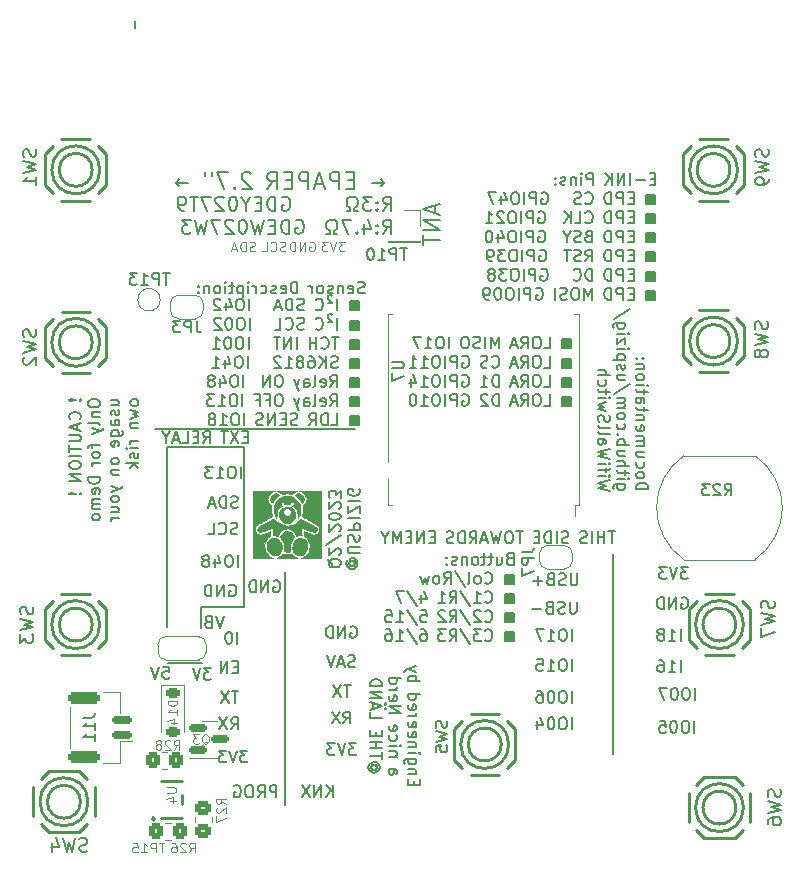
<source format=gbo>
G04 #@! TF.GenerationSoftware,KiCad,Pcbnew,(7.0.0)*
G04 #@! TF.CreationDate,2023-03-27T20:50:48+02:00*
G04 #@! TF.ProjectId,S3-27-epaper-touch,53332d32-372d-4657-9061-7065722d746f,rev?*
G04 #@! TF.SameCoordinates,Original*
G04 #@! TF.FileFunction,Legend,Bot*
G04 #@! TF.FilePolarity,Positive*
%FSLAX46Y46*%
G04 Gerber Fmt 4.6, Leading zero omitted, Abs format (unit mm)*
G04 Created by KiCad (PCBNEW (7.0.0)) date 2023-03-27 20:50:48*
%MOMM*%
%LPD*%
G01*
G04 APERTURE LIST*
G04 Aperture macros list*
%AMRoundRect*
0 Rectangle with rounded corners*
0 $1 Rounding radius*
0 $2 $3 $4 $5 $6 $7 $8 $9 X,Y pos of 4 corners*
0 Add a 4 corners polygon primitive as box body*
4,1,4,$2,$3,$4,$5,$6,$7,$8,$9,$2,$3,0*
0 Add four circle primitives for the rounded corners*
1,1,$1+$1,$2,$3*
1,1,$1+$1,$4,$5*
1,1,$1+$1,$6,$7*
1,1,$1+$1,$8,$9*
0 Add four rect primitives between the rounded corners*
20,1,$1+$1,$2,$3,$4,$5,0*
20,1,$1+$1,$4,$5,$6,$7,0*
20,1,$1+$1,$6,$7,$8,$9,0*
20,1,$1+$1,$8,$9,$2,$3,0*%
%AMHorizOval*
0 Thick line with rounded ends*
0 $1 width*
0 $2 $3 position (X,Y) of the first rounded end (center of the circle)*
0 $4 $5 position (X,Y) of the second rounded end (center of the circle)*
0 Add line between two ends*
20,1,$1,$2,$3,$4,$5,0*
0 Add two circle primitives to create the rounded ends*
1,1,$1,$2,$3*
1,1,$1,$4,$5*%
%AMRotRect*
0 Rectangle, with rotation*
0 The origin of the aperture is its center*
0 $1 length*
0 $2 width*
0 $3 Rotation angle, in degrees counterclockwise*
0 Add horizontal line*
21,1,$1,$2,0,0,$3*%
%AMFreePoly0*
4,1,19,0.500000,-0.750000,0.000000,-0.750000,0.000000,-0.744911,-0.071157,-0.744911,-0.207708,-0.704816,-0.327430,-0.627875,-0.420627,-0.520320,-0.479746,-0.390866,-0.500000,-0.250000,-0.500000,0.250000,-0.479746,0.390866,-0.420627,0.520320,-0.327430,0.627875,-0.207708,0.704816,-0.071157,0.744911,0.000000,0.744911,0.000000,0.750000,0.500000,0.750000,0.500000,-0.750000,0.500000,-0.750000,
$1*%
%AMFreePoly1*
4,1,19,0.000000,0.744911,0.071157,0.744911,0.207708,0.704816,0.327430,0.627875,0.420627,0.520320,0.479746,0.390866,0.500000,0.250000,0.500000,-0.250000,0.479746,-0.390866,0.420627,-0.520320,0.327430,-0.627875,0.207708,-0.704816,0.071157,-0.744911,0.000000,-0.744911,0.000000,-0.750000,-0.500000,-0.750000,-0.500000,0.750000,0.000000,0.750000,0.000000,0.744911,0.000000,0.744911,
$1*%
%AMFreePoly2*
4,1,19,0.550000,-0.750000,0.000000,-0.750000,0.000000,-0.744911,-0.071157,-0.744911,-0.207708,-0.704816,-0.327430,-0.627875,-0.420627,-0.520320,-0.479746,-0.390866,-0.500000,-0.250000,-0.500000,0.250000,-0.479746,0.390866,-0.420627,0.520320,-0.327430,0.627875,-0.207708,0.704816,-0.071157,0.744911,0.000000,0.744911,0.000000,0.750000,0.550000,0.750000,0.550000,-0.750000,0.550000,-0.750000,
$1*%
%AMFreePoly3*
4,1,19,0.000000,0.744911,0.071157,0.744911,0.207708,0.704816,0.327430,0.627875,0.420627,0.520320,0.479746,0.390866,0.500000,0.250000,0.500000,-0.250000,0.479746,-0.390866,0.420627,-0.520320,0.327430,-0.627875,0.207708,-0.704816,0.071157,-0.744911,0.000000,-0.744911,0.000000,-0.750000,-0.550000,-0.750000,-0.550000,0.750000,0.000000,0.750000,0.000000,0.744911,0.000000,0.744911,
$1*%
G04 Aperture macros list end*
%ADD10C,0.150000*%
%ADD11C,0.120000*%
%ADD12C,0.152000*%
%ADD13C,0.010000*%
%ADD14C,0.254000*%
%ADD15C,0.750000*%
%ADD16O,1.200000X2.000000*%
%ADD17O,1.200000X1.800000*%
%ADD18R,1.700000X1.700000*%
%ADD19O,1.700000X1.700000*%
%ADD20C,3.200000*%
%ADD21C,0.850000*%
%ADD22RotRect,1.700000X1.700000X325.000000*%
%ADD23HorizOval,1.700000X0.000000X0.000000X0.000000X0.000000X0*%
%ADD24R,0.800000X1.580000*%
%ADD25RoundRect,0.150000X-0.587500X-0.150000X0.587500X-0.150000X0.587500X0.150000X-0.587500X0.150000X0*%
%ADD26RoundRect,0.250000X0.350000X0.450000X-0.350000X0.450000X-0.350000X-0.450000X0.350000X-0.450000X0*%
%ADD27FreePoly0,0.000000*%
%ADD28FreePoly1,0.000000*%
%ADD29FreePoly2,0.000000*%
%ADD30R,1.000000X1.500000*%
%ADD31FreePoly3,0.000000*%
%ADD32RoundRect,0.225000X-0.375000X0.225000X-0.375000X-0.225000X0.375000X-0.225000X0.375000X0.225000X0*%
%ADD33C,1.600000*%
%ADD34RoundRect,0.250000X0.450000X-0.350000X0.450000X0.350000X-0.450000X0.350000X-0.450000X-0.350000X0*%
%ADD35R,1.580000X0.800000*%
%ADD36FreePoly0,180.000000*%
%ADD37FreePoly1,180.000000*%
%ADD38C,1.500000*%
%ADD39RoundRect,0.150000X0.700000X-0.150000X0.700000X0.150000X-0.700000X0.150000X-0.700000X-0.150000X0*%
%ADD40RoundRect,0.250000X1.100000X-0.250000X1.100000X0.250000X-1.100000X0.250000X-1.100000X-0.250000X0*%
%ADD41R,1.000000X0.600000*%
%ADD42R,1.000000X2.000000*%
G04 APERTURE END LIST*
D10*
X115000000Y-55400000D02*
X115000000Y-56000000D01*
X120600000Y-105000000D02*
X120600000Y-106825000D01*
X124250000Y-91500000D02*
X124250000Y-105000000D01*
X133658200Y-89900000D02*
X116741800Y-89900000D01*
X117750000Y-91500000D02*
X117750000Y-106708200D01*
X127750000Y-102041800D02*
X127750000Y-121800000D01*
X120600000Y-105000000D02*
X124250000Y-105000000D01*
X155500000Y-100541800D02*
X155500000Y-117458200D01*
X117826200Y-109741900D02*
X120673800Y-109758100D01*
X117750000Y-91500000D02*
X124250000Y-91500000D01*
D11*
X117490476Y-124993904D02*
X117033333Y-124993904D01*
X117261905Y-125793904D02*
X117261905Y-124993904D01*
X116766666Y-125793904D02*
X116766666Y-124993904D01*
X116766666Y-124993904D02*
X116461904Y-124993904D01*
X116461904Y-124993904D02*
X116385714Y-125032000D01*
X116385714Y-125032000D02*
X116347619Y-125070095D01*
X116347619Y-125070095D02*
X116309523Y-125146285D01*
X116309523Y-125146285D02*
X116309523Y-125260571D01*
X116309523Y-125260571D02*
X116347619Y-125336761D01*
X116347619Y-125336761D02*
X116385714Y-125374857D01*
X116385714Y-125374857D02*
X116461904Y-125412952D01*
X116461904Y-125412952D02*
X116766666Y-125412952D01*
X115547619Y-125793904D02*
X116004762Y-125793904D01*
X115776190Y-125793904D02*
X115776190Y-124993904D01*
X115776190Y-124993904D02*
X115852381Y-125108190D01*
X115852381Y-125108190D02*
X115928571Y-125184380D01*
X115928571Y-125184380D02*
X116004762Y-125222476D01*
X114823809Y-124993904D02*
X115204761Y-124993904D01*
X115204761Y-124993904D02*
X115242857Y-125374857D01*
X115242857Y-125374857D02*
X115204761Y-125336761D01*
X115204761Y-125336761D02*
X115128571Y-125298666D01*
X115128571Y-125298666D02*
X114938095Y-125298666D01*
X114938095Y-125298666D02*
X114861904Y-125336761D01*
X114861904Y-125336761D02*
X114823809Y-125374857D01*
X114823809Y-125374857D02*
X114785714Y-125451047D01*
X114785714Y-125451047D02*
X114785714Y-125641523D01*
X114785714Y-125641523D02*
X114823809Y-125717714D01*
X114823809Y-125717714D02*
X114861904Y-125755809D01*
X114861904Y-125755809D02*
X114938095Y-125793904D01*
X114938095Y-125793904D02*
X115128571Y-125793904D01*
X115128571Y-125793904D02*
X115204761Y-125755809D01*
X115204761Y-125755809D02*
X115242857Y-125717714D01*
X129809523Y-74132000D02*
X129885713Y-74093904D01*
X129885713Y-74093904D02*
X129999999Y-74093904D01*
X129999999Y-74093904D02*
X130114285Y-74132000D01*
X130114285Y-74132000D02*
X130190475Y-74208190D01*
X130190475Y-74208190D02*
X130228570Y-74284380D01*
X130228570Y-74284380D02*
X130266666Y-74436761D01*
X130266666Y-74436761D02*
X130266666Y-74551047D01*
X130266666Y-74551047D02*
X130228570Y-74703428D01*
X130228570Y-74703428D02*
X130190475Y-74779619D01*
X130190475Y-74779619D02*
X130114285Y-74855809D01*
X130114285Y-74855809D02*
X129999999Y-74893904D01*
X129999999Y-74893904D02*
X129923808Y-74893904D01*
X129923808Y-74893904D02*
X129809523Y-74855809D01*
X129809523Y-74855809D02*
X129771427Y-74817714D01*
X129771427Y-74817714D02*
X129771427Y-74551047D01*
X129771427Y-74551047D02*
X129923808Y-74551047D01*
X129428570Y-74893904D02*
X129428570Y-74093904D01*
X129428570Y-74093904D02*
X128971427Y-74893904D01*
X128971427Y-74893904D02*
X128971427Y-74093904D01*
X128590475Y-74893904D02*
X128590475Y-74093904D01*
X128590475Y-74093904D02*
X128399999Y-74093904D01*
X128399999Y-74093904D02*
X128285713Y-74132000D01*
X128285713Y-74132000D02*
X128209523Y-74208190D01*
X128209523Y-74208190D02*
X128171428Y-74284380D01*
X128171428Y-74284380D02*
X128133332Y-74436761D01*
X128133332Y-74436761D02*
X128133332Y-74551047D01*
X128133332Y-74551047D02*
X128171428Y-74703428D01*
X128171428Y-74703428D02*
X128209523Y-74779619D01*
X128209523Y-74779619D02*
X128285713Y-74855809D01*
X128285713Y-74855809D02*
X128399999Y-74893904D01*
X128399999Y-74893904D02*
X128590475Y-74893904D01*
D10*
X126985713Y-121117380D02*
X126985713Y-120117380D01*
X126985713Y-120117380D02*
X126604761Y-120117380D01*
X126604761Y-120117380D02*
X126509523Y-120165000D01*
X126509523Y-120165000D02*
X126461904Y-120212619D01*
X126461904Y-120212619D02*
X126414285Y-120307857D01*
X126414285Y-120307857D02*
X126414285Y-120450714D01*
X126414285Y-120450714D02*
X126461904Y-120545952D01*
X126461904Y-120545952D02*
X126509523Y-120593571D01*
X126509523Y-120593571D02*
X126604761Y-120641190D01*
X126604761Y-120641190D02*
X126985713Y-120641190D01*
X125414285Y-121117380D02*
X125747618Y-120641190D01*
X125985713Y-121117380D02*
X125985713Y-120117380D01*
X125985713Y-120117380D02*
X125604761Y-120117380D01*
X125604761Y-120117380D02*
X125509523Y-120165000D01*
X125509523Y-120165000D02*
X125461904Y-120212619D01*
X125461904Y-120212619D02*
X125414285Y-120307857D01*
X125414285Y-120307857D02*
X125414285Y-120450714D01*
X125414285Y-120450714D02*
X125461904Y-120545952D01*
X125461904Y-120545952D02*
X125509523Y-120593571D01*
X125509523Y-120593571D02*
X125604761Y-120641190D01*
X125604761Y-120641190D02*
X125985713Y-120641190D01*
X124795237Y-120117380D02*
X124604761Y-120117380D01*
X124604761Y-120117380D02*
X124509523Y-120165000D01*
X124509523Y-120165000D02*
X124414285Y-120260238D01*
X124414285Y-120260238D02*
X124366666Y-120450714D01*
X124366666Y-120450714D02*
X124366666Y-120784047D01*
X124366666Y-120784047D02*
X124414285Y-120974523D01*
X124414285Y-120974523D02*
X124509523Y-121069761D01*
X124509523Y-121069761D02*
X124604761Y-121117380D01*
X124604761Y-121117380D02*
X124795237Y-121117380D01*
X124795237Y-121117380D02*
X124890475Y-121069761D01*
X124890475Y-121069761D02*
X124985713Y-120974523D01*
X124985713Y-120974523D02*
X125033332Y-120784047D01*
X125033332Y-120784047D02*
X125033332Y-120450714D01*
X125033332Y-120450714D02*
X124985713Y-120260238D01*
X124985713Y-120260238D02*
X124890475Y-120165000D01*
X124890475Y-120165000D02*
X124795237Y-120117380D01*
X123414285Y-120165000D02*
X123509523Y-120117380D01*
X123509523Y-120117380D02*
X123652380Y-120117380D01*
X123652380Y-120117380D02*
X123795237Y-120165000D01*
X123795237Y-120165000D02*
X123890475Y-120260238D01*
X123890475Y-120260238D02*
X123938094Y-120355476D01*
X123938094Y-120355476D02*
X123985713Y-120545952D01*
X123985713Y-120545952D02*
X123985713Y-120688809D01*
X123985713Y-120688809D02*
X123938094Y-120879285D01*
X123938094Y-120879285D02*
X123890475Y-120974523D01*
X123890475Y-120974523D02*
X123795237Y-121069761D01*
X123795237Y-121069761D02*
X123652380Y-121117380D01*
X123652380Y-121117380D02*
X123557142Y-121117380D01*
X123557142Y-121117380D02*
X123414285Y-121069761D01*
X123414285Y-121069761D02*
X123366666Y-121022142D01*
X123366666Y-121022142D02*
X123366666Y-120688809D01*
X123366666Y-120688809D02*
X123557142Y-120688809D01*
X161842294Y-101627780D02*
X161223247Y-101627780D01*
X161223247Y-101627780D02*
X161556580Y-102008733D01*
X161556580Y-102008733D02*
X161413723Y-102008733D01*
X161413723Y-102008733D02*
X161318485Y-102056352D01*
X161318485Y-102056352D02*
X161270866Y-102103971D01*
X161270866Y-102103971D02*
X161223247Y-102199209D01*
X161223247Y-102199209D02*
X161223247Y-102437304D01*
X161223247Y-102437304D02*
X161270866Y-102532542D01*
X161270866Y-102532542D02*
X161318485Y-102580161D01*
X161318485Y-102580161D02*
X161413723Y-102627780D01*
X161413723Y-102627780D02*
X161699437Y-102627780D01*
X161699437Y-102627780D02*
X161794675Y-102580161D01*
X161794675Y-102580161D02*
X161842294Y-102532542D01*
X160937532Y-101627780D02*
X160604199Y-102627780D01*
X160604199Y-102627780D02*
X160270866Y-101627780D01*
X160032770Y-101627780D02*
X159413723Y-101627780D01*
X159413723Y-101627780D02*
X159747056Y-102008733D01*
X159747056Y-102008733D02*
X159604199Y-102008733D01*
X159604199Y-102008733D02*
X159508961Y-102056352D01*
X159508961Y-102056352D02*
X159461342Y-102103971D01*
X159461342Y-102103971D02*
X159413723Y-102199209D01*
X159413723Y-102199209D02*
X159413723Y-102437304D01*
X159413723Y-102437304D02*
X159461342Y-102532542D01*
X159461342Y-102532542D02*
X159508961Y-102580161D01*
X159508961Y-102580161D02*
X159604199Y-102627780D01*
X159604199Y-102627780D02*
X159889913Y-102627780D01*
X159889913Y-102627780D02*
X159985151Y-102580161D01*
X159985151Y-102580161D02*
X160032770Y-102532542D01*
D11*
X127752381Y-74855809D02*
X127638095Y-74893904D01*
X127638095Y-74893904D02*
X127447619Y-74893904D01*
X127447619Y-74893904D02*
X127371428Y-74855809D01*
X127371428Y-74855809D02*
X127333333Y-74817714D01*
X127333333Y-74817714D02*
X127295238Y-74741523D01*
X127295238Y-74741523D02*
X127295238Y-74665333D01*
X127295238Y-74665333D02*
X127333333Y-74589142D01*
X127333333Y-74589142D02*
X127371428Y-74551047D01*
X127371428Y-74551047D02*
X127447619Y-74512952D01*
X127447619Y-74512952D02*
X127600000Y-74474857D01*
X127600000Y-74474857D02*
X127676190Y-74436761D01*
X127676190Y-74436761D02*
X127714285Y-74398666D01*
X127714285Y-74398666D02*
X127752381Y-74322476D01*
X127752381Y-74322476D02*
X127752381Y-74246285D01*
X127752381Y-74246285D02*
X127714285Y-74170095D01*
X127714285Y-74170095D02*
X127676190Y-74132000D01*
X127676190Y-74132000D02*
X127600000Y-74093904D01*
X127600000Y-74093904D02*
X127409523Y-74093904D01*
X127409523Y-74093904D02*
X127295238Y-74132000D01*
X126495237Y-74817714D02*
X126533333Y-74855809D01*
X126533333Y-74855809D02*
X126647618Y-74893904D01*
X126647618Y-74893904D02*
X126723809Y-74893904D01*
X126723809Y-74893904D02*
X126838095Y-74855809D01*
X126838095Y-74855809D02*
X126914285Y-74779619D01*
X126914285Y-74779619D02*
X126952380Y-74703428D01*
X126952380Y-74703428D02*
X126990476Y-74551047D01*
X126990476Y-74551047D02*
X126990476Y-74436761D01*
X126990476Y-74436761D02*
X126952380Y-74284380D01*
X126952380Y-74284380D02*
X126914285Y-74208190D01*
X126914285Y-74208190D02*
X126838095Y-74132000D01*
X126838095Y-74132000D02*
X126723809Y-74093904D01*
X126723809Y-74093904D02*
X126647618Y-74093904D01*
X126647618Y-74093904D02*
X126533333Y-74132000D01*
X126533333Y-74132000D02*
X126495237Y-74170095D01*
X125771428Y-74893904D02*
X126152380Y-74893904D01*
X126152380Y-74893904D02*
X126152380Y-74093904D01*
D10*
X126761904Y-102815000D02*
X126857142Y-102767380D01*
X126857142Y-102767380D02*
X126999999Y-102767380D01*
X126999999Y-102767380D02*
X127142856Y-102815000D01*
X127142856Y-102815000D02*
X127238094Y-102910238D01*
X127238094Y-102910238D02*
X127285713Y-103005476D01*
X127285713Y-103005476D02*
X127333332Y-103195952D01*
X127333332Y-103195952D02*
X127333332Y-103338809D01*
X127333332Y-103338809D02*
X127285713Y-103529285D01*
X127285713Y-103529285D02*
X127238094Y-103624523D01*
X127238094Y-103624523D02*
X127142856Y-103719761D01*
X127142856Y-103719761D02*
X126999999Y-103767380D01*
X126999999Y-103767380D02*
X126904761Y-103767380D01*
X126904761Y-103767380D02*
X126761904Y-103719761D01*
X126761904Y-103719761D02*
X126714285Y-103672142D01*
X126714285Y-103672142D02*
X126714285Y-103338809D01*
X126714285Y-103338809D02*
X126904761Y-103338809D01*
X126285713Y-103767380D02*
X126285713Y-102767380D01*
X126285713Y-102767380D02*
X125714285Y-103767380D01*
X125714285Y-103767380D02*
X125714285Y-102767380D01*
X125238094Y-103767380D02*
X125238094Y-102767380D01*
X125238094Y-102767380D02*
X124999999Y-102767380D01*
X124999999Y-102767380D02*
X124857142Y-102815000D01*
X124857142Y-102815000D02*
X124761904Y-102910238D01*
X124761904Y-102910238D02*
X124714285Y-103005476D01*
X124714285Y-103005476D02*
X124666666Y-103195952D01*
X124666666Y-103195952D02*
X124666666Y-103338809D01*
X124666666Y-103338809D02*
X124714285Y-103529285D01*
X124714285Y-103529285D02*
X124761904Y-103624523D01*
X124761904Y-103624523D02*
X124857142Y-103719761D01*
X124857142Y-103719761D02*
X124999999Y-103767380D01*
X124999999Y-103767380D02*
X125238094Y-103767380D01*
X151996189Y-110425580D02*
X151996189Y-109425580D01*
X151329523Y-109425580D02*
X151139047Y-109425580D01*
X151139047Y-109425580D02*
X151043809Y-109473200D01*
X151043809Y-109473200D02*
X150948571Y-109568438D01*
X150948571Y-109568438D02*
X150900952Y-109758914D01*
X150900952Y-109758914D02*
X150900952Y-110092247D01*
X150900952Y-110092247D02*
X150948571Y-110282723D01*
X150948571Y-110282723D02*
X151043809Y-110377961D01*
X151043809Y-110377961D02*
X151139047Y-110425580D01*
X151139047Y-110425580D02*
X151329523Y-110425580D01*
X151329523Y-110425580D02*
X151424761Y-110377961D01*
X151424761Y-110377961D02*
X151519999Y-110282723D01*
X151519999Y-110282723D02*
X151567618Y-110092247D01*
X151567618Y-110092247D02*
X151567618Y-109758914D01*
X151567618Y-109758914D02*
X151519999Y-109568438D01*
X151519999Y-109568438D02*
X151424761Y-109473200D01*
X151424761Y-109473200D02*
X151329523Y-109425580D01*
X149948571Y-110425580D02*
X150519999Y-110425580D01*
X150234285Y-110425580D02*
X150234285Y-109425580D01*
X150234285Y-109425580D02*
X150329523Y-109568438D01*
X150329523Y-109568438D02*
X150424761Y-109663676D01*
X150424761Y-109663676D02*
X150519999Y-109711295D01*
X149043809Y-109425580D02*
X149519999Y-109425580D01*
X149519999Y-109425580D02*
X149567618Y-109901771D01*
X149567618Y-109901771D02*
X149519999Y-109854152D01*
X149519999Y-109854152D02*
X149424761Y-109806533D01*
X149424761Y-109806533D02*
X149186666Y-109806533D01*
X149186666Y-109806533D02*
X149091428Y-109854152D01*
X149091428Y-109854152D02*
X149043809Y-109901771D01*
X149043809Y-109901771D02*
X148996190Y-109997009D01*
X148996190Y-109997009D02*
X148996190Y-110235104D01*
X148996190Y-110235104D02*
X149043809Y-110330342D01*
X149043809Y-110330342D02*
X149091428Y-110377961D01*
X149091428Y-110377961D02*
X149186666Y-110425580D01*
X149186666Y-110425580D02*
X149424761Y-110425580D01*
X149424761Y-110425580D02*
X149519999Y-110377961D01*
X149519999Y-110377961D02*
X149567618Y-110330342D01*
X151914285Y-82360476D02*
X151914285Y-83122380D01*
X151866666Y-83122380D02*
X151866666Y-82360476D01*
X151819047Y-82360476D02*
X151819047Y-83122380D01*
X151771428Y-83122380D02*
X151771428Y-82360476D01*
X151723809Y-82360476D02*
X151723809Y-83122380D01*
X151676190Y-83122380D02*
X151676190Y-82360476D01*
X151628571Y-82360476D02*
X151628571Y-83122380D01*
X151580952Y-83122380D02*
X151580952Y-82360476D01*
X151533333Y-82360476D02*
X151533333Y-83122380D01*
X151485714Y-83122380D02*
X151485714Y-82360476D01*
X151438095Y-82360476D02*
X151438095Y-83122380D01*
X151390476Y-83122380D02*
X151390476Y-82360476D01*
X151342857Y-82360476D02*
X151342857Y-83122380D01*
X151295238Y-83122380D02*
X151295238Y-82360476D01*
X151247619Y-82360476D02*
X151247619Y-83122380D01*
X151961904Y-82360476D02*
X151200000Y-82360476D01*
X151200000Y-82360476D02*
X151200000Y-83122380D01*
X151200000Y-83122380D02*
X151961904Y-83122380D01*
X151961904Y-83122380D02*
X151961904Y-82360476D01*
X149647619Y-83122380D02*
X150123809Y-83122380D01*
X150123809Y-83122380D02*
X150123809Y-82122380D01*
X149123809Y-82122380D02*
X148933333Y-82122380D01*
X148933333Y-82122380D02*
X148838095Y-82170000D01*
X148838095Y-82170000D02*
X148742857Y-82265238D01*
X148742857Y-82265238D02*
X148695238Y-82455714D01*
X148695238Y-82455714D02*
X148695238Y-82789047D01*
X148695238Y-82789047D02*
X148742857Y-82979523D01*
X148742857Y-82979523D02*
X148838095Y-83074761D01*
X148838095Y-83074761D02*
X148933333Y-83122380D01*
X148933333Y-83122380D02*
X149123809Y-83122380D01*
X149123809Y-83122380D02*
X149219047Y-83074761D01*
X149219047Y-83074761D02*
X149314285Y-82979523D01*
X149314285Y-82979523D02*
X149361904Y-82789047D01*
X149361904Y-82789047D02*
X149361904Y-82455714D01*
X149361904Y-82455714D02*
X149314285Y-82265238D01*
X149314285Y-82265238D02*
X149219047Y-82170000D01*
X149219047Y-82170000D02*
X149123809Y-82122380D01*
X147695238Y-83122380D02*
X148028571Y-82646190D01*
X148266666Y-83122380D02*
X148266666Y-82122380D01*
X148266666Y-82122380D02*
X147885714Y-82122380D01*
X147885714Y-82122380D02*
X147790476Y-82170000D01*
X147790476Y-82170000D02*
X147742857Y-82217619D01*
X147742857Y-82217619D02*
X147695238Y-82312857D01*
X147695238Y-82312857D02*
X147695238Y-82455714D01*
X147695238Y-82455714D02*
X147742857Y-82550952D01*
X147742857Y-82550952D02*
X147790476Y-82598571D01*
X147790476Y-82598571D02*
X147885714Y-82646190D01*
X147885714Y-82646190D02*
X148266666Y-82646190D01*
X147314285Y-82836666D02*
X146838095Y-82836666D01*
X147409523Y-83122380D02*
X147076190Y-82122380D01*
X147076190Y-82122380D02*
X146742857Y-83122380D01*
X145809523Y-83122380D02*
X145809523Y-82122380D01*
X145809523Y-82122380D02*
X145476190Y-82836666D01*
X145476190Y-82836666D02*
X145142857Y-82122380D01*
X145142857Y-82122380D02*
X145142857Y-83122380D01*
X144666666Y-83122380D02*
X144666666Y-82122380D01*
X144238095Y-83074761D02*
X144095238Y-83122380D01*
X144095238Y-83122380D02*
X143857143Y-83122380D01*
X143857143Y-83122380D02*
X143761905Y-83074761D01*
X143761905Y-83074761D02*
X143714286Y-83027142D01*
X143714286Y-83027142D02*
X143666667Y-82931904D01*
X143666667Y-82931904D02*
X143666667Y-82836666D01*
X143666667Y-82836666D02*
X143714286Y-82741428D01*
X143714286Y-82741428D02*
X143761905Y-82693809D01*
X143761905Y-82693809D02*
X143857143Y-82646190D01*
X143857143Y-82646190D02*
X144047619Y-82598571D01*
X144047619Y-82598571D02*
X144142857Y-82550952D01*
X144142857Y-82550952D02*
X144190476Y-82503333D01*
X144190476Y-82503333D02*
X144238095Y-82408095D01*
X144238095Y-82408095D02*
X144238095Y-82312857D01*
X144238095Y-82312857D02*
X144190476Y-82217619D01*
X144190476Y-82217619D02*
X144142857Y-82170000D01*
X144142857Y-82170000D02*
X144047619Y-82122380D01*
X144047619Y-82122380D02*
X143809524Y-82122380D01*
X143809524Y-82122380D02*
X143666667Y-82170000D01*
X143047619Y-82122380D02*
X142857143Y-82122380D01*
X142857143Y-82122380D02*
X142761905Y-82170000D01*
X142761905Y-82170000D02*
X142666667Y-82265238D01*
X142666667Y-82265238D02*
X142619048Y-82455714D01*
X142619048Y-82455714D02*
X142619048Y-82789047D01*
X142619048Y-82789047D02*
X142666667Y-82979523D01*
X142666667Y-82979523D02*
X142761905Y-83074761D01*
X142761905Y-83074761D02*
X142857143Y-83122380D01*
X142857143Y-83122380D02*
X143047619Y-83122380D01*
X143047619Y-83122380D02*
X143142857Y-83074761D01*
X143142857Y-83074761D02*
X143238095Y-82979523D01*
X143238095Y-82979523D02*
X143285714Y-82789047D01*
X143285714Y-82789047D02*
X143285714Y-82455714D01*
X143285714Y-82455714D02*
X143238095Y-82265238D01*
X143238095Y-82265238D02*
X143142857Y-82170000D01*
X143142857Y-82170000D02*
X143047619Y-82122380D01*
X141590476Y-83122380D02*
X141590476Y-82122380D01*
X140923810Y-82122380D02*
X140733334Y-82122380D01*
X140733334Y-82122380D02*
X140638096Y-82170000D01*
X140638096Y-82170000D02*
X140542858Y-82265238D01*
X140542858Y-82265238D02*
X140495239Y-82455714D01*
X140495239Y-82455714D02*
X140495239Y-82789047D01*
X140495239Y-82789047D02*
X140542858Y-82979523D01*
X140542858Y-82979523D02*
X140638096Y-83074761D01*
X140638096Y-83074761D02*
X140733334Y-83122380D01*
X140733334Y-83122380D02*
X140923810Y-83122380D01*
X140923810Y-83122380D02*
X141019048Y-83074761D01*
X141019048Y-83074761D02*
X141114286Y-82979523D01*
X141114286Y-82979523D02*
X141161905Y-82789047D01*
X141161905Y-82789047D02*
X141161905Y-82455714D01*
X141161905Y-82455714D02*
X141114286Y-82265238D01*
X141114286Y-82265238D02*
X141019048Y-82170000D01*
X141019048Y-82170000D02*
X140923810Y-82122380D01*
X139542858Y-83122380D02*
X140114286Y-83122380D01*
X139828572Y-83122380D02*
X139828572Y-82122380D01*
X139828572Y-82122380D02*
X139923810Y-82265238D01*
X139923810Y-82265238D02*
X140019048Y-82360476D01*
X140019048Y-82360476D02*
X140114286Y-82408095D01*
X139209524Y-82122380D02*
X138542858Y-82122380D01*
X138542858Y-82122380D02*
X138971429Y-83122380D01*
X151914285Y-83980476D02*
X151914285Y-84742380D01*
X151866666Y-84742380D02*
X151866666Y-83980476D01*
X151819047Y-83980476D02*
X151819047Y-84742380D01*
X151771428Y-84742380D02*
X151771428Y-83980476D01*
X151723809Y-83980476D02*
X151723809Y-84742380D01*
X151676190Y-84742380D02*
X151676190Y-83980476D01*
X151628571Y-83980476D02*
X151628571Y-84742380D01*
X151580952Y-84742380D02*
X151580952Y-83980476D01*
X151533333Y-83980476D02*
X151533333Y-84742380D01*
X151485714Y-84742380D02*
X151485714Y-83980476D01*
X151438095Y-83980476D02*
X151438095Y-84742380D01*
X151390476Y-84742380D02*
X151390476Y-83980476D01*
X151342857Y-83980476D02*
X151342857Y-84742380D01*
X151295238Y-84742380D02*
X151295238Y-83980476D01*
X151247619Y-83980476D02*
X151247619Y-84742380D01*
X151961904Y-83980476D02*
X151200000Y-83980476D01*
X151200000Y-83980476D02*
X151200000Y-84742380D01*
X151200000Y-84742380D02*
X151961904Y-84742380D01*
X151961904Y-84742380D02*
X151961904Y-83980476D01*
X149647619Y-84742380D02*
X150123809Y-84742380D01*
X150123809Y-84742380D02*
X150123809Y-83742380D01*
X149123809Y-83742380D02*
X148933333Y-83742380D01*
X148933333Y-83742380D02*
X148838095Y-83790000D01*
X148838095Y-83790000D02*
X148742857Y-83885238D01*
X148742857Y-83885238D02*
X148695238Y-84075714D01*
X148695238Y-84075714D02*
X148695238Y-84409047D01*
X148695238Y-84409047D02*
X148742857Y-84599523D01*
X148742857Y-84599523D02*
X148838095Y-84694761D01*
X148838095Y-84694761D02*
X148933333Y-84742380D01*
X148933333Y-84742380D02*
X149123809Y-84742380D01*
X149123809Y-84742380D02*
X149219047Y-84694761D01*
X149219047Y-84694761D02*
X149314285Y-84599523D01*
X149314285Y-84599523D02*
X149361904Y-84409047D01*
X149361904Y-84409047D02*
X149361904Y-84075714D01*
X149361904Y-84075714D02*
X149314285Y-83885238D01*
X149314285Y-83885238D02*
X149219047Y-83790000D01*
X149219047Y-83790000D02*
X149123809Y-83742380D01*
X147695238Y-84742380D02*
X148028571Y-84266190D01*
X148266666Y-84742380D02*
X148266666Y-83742380D01*
X148266666Y-83742380D02*
X147885714Y-83742380D01*
X147885714Y-83742380D02*
X147790476Y-83790000D01*
X147790476Y-83790000D02*
X147742857Y-83837619D01*
X147742857Y-83837619D02*
X147695238Y-83932857D01*
X147695238Y-83932857D02*
X147695238Y-84075714D01*
X147695238Y-84075714D02*
X147742857Y-84170952D01*
X147742857Y-84170952D02*
X147790476Y-84218571D01*
X147790476Y-84218571D02*
X147885714Y-84266190D01*
X147885714Y-84266190D02*
X148266666Y-84266190D01*
X147314285Y-84456666D02*
X146838095Y-84456666D01*
X147409523Y-84742380D02*
X147076190Y-83742380D01*
X147076190Y-83742380D02*
X146742857Y-84742380D01*
X145238095Y-84647142D02*
X145285714Y-84694761D01*
X145285714Y-84694761D02*
X145428571Y-84742380D01*
X145428571Y-84742380D02*
X145523809Y-84742380D01*
X145523809Y-84742380D02*
X145666666Y-84694761D01*
X145666666Y-84694761D02*
X145761904Y-84599523D01*
X145761904Y-84599523D02*
X145809523Y-84504285D01*
X145809523Y-84504285D02*
X145857142Y-84313809D01*
X145857142Y-84313809D02*
X145857142Y-84170952D01*
X145857142Y-84170952D02*
X145809523Y-83980476D01*
X145809523Y-83980476D02*
X145761904Y-83885238D01*
X145761904Y-83885238D02*
X145666666Y-83790000D01*
X145666666Y-83790000D02*
X145523809Y-83742380D01*
X145523809Y-83742380D02*
X145428571Y-83742380D01*
X145428571Y-83742380D02*
X145285714Y-83790000D01*
X145285714Y-83790000D02*
X145238095Y-83837619D01*
X144857142Y-84694761D02*
X144714285Y-84742380D01*
X144714285Y-84742380D02*
X144476190Y-84742380D01*
X144476190Y-84742380D02*
X144380952Y-84694761D01*
X144380952Y-84694761D02*
X144333333Y-84647142D01*
X144333333Y-84647142D02*
X144285714Y-84551904D01*
X144285714Y-84551904D02*
X144285714Y-84456666D01*
X144285714Y-84456666D02*
X144333333Y-84361428D01*
X144333333Y-84361428D02*
X144380952Y-84313809D01*
X144380952Y-84313809D02*
X144476190Y-84266190D01*
X144476190Y-84266190D02*
X144666666Y-84218571D01*
X144666666Y-84218571D02*
X144761904Y-84170952D01*
X144761904Y-84170952D02*
X144809523Y-84123333D01*
X144809523Y-84123333D02*
X144857142Y-84028095D01*
X144857142Y-84028095D02*
X144857142Y-83932857D01*
X144857142Y-83932857D02*
X144809523Y-83837619D01*
X144809523Y-83837619D02*
X144761904Y-83790000D01*
X144761904Y-83790000D02*
X144666666Y-83742380D01*
X144666666Y-83742380D02*
X144428571Y-83742380D01*
X144428571Y-83742380D02*
X144285714Y-83790000D01*
X142733333Y-83790000D02*
X142828571Y-83742380D01*
X142828571Y-83742380D02*
X142971428Y-83742380D01*
X142971428Y-83742380D02*
X143114285Y-83790000D01*
X143114285Y-83790000D02*
X143209523Y-83885238D01*
X143209523Y-83885238D02*
X143257142Y-83980476D01*
X143257142Y-83980476D02*
X143304761Y-84170952D01*
X143304761Y-84170952D02*
X143304761Y-84313809D01*
X143304761Y-84313809D02*
X143257142Y-84504285D01*
X143257142Y-84504285D02*
X143209523Y-84599523D01*
X143209523Y-84599523D02*
X143114285Y-84694761D01*
X143114285Y-84694761D02*
X142971428Y-84742380D01*
X142971428Y-84742380D02*
X142876190Y-84742380D01*
X142876190Y-84742380D02*
X142733333Y-84694761D01*
X142733333Y-84694761D02*
X142685714Y-84647142D01*
X142685714Y-84647142D02*
X142685714Y-84313809D01*
X142685714Y-84313809D02*
X142876190Y-84313809D01*
X142257142Y-84742380D02*
X142257142Y-83742380D01*
X142257142Y-83742380D02*
X141876190Y-83742380D01*
X141876190Y-83742380D02*
X141780952Y-83790000D01*
X141780952Y-83790000D02*
X141733333Y-83837619D01*
X141733333Y-83837619D02*
X141685714Y-83932857D01*
X141685714Y-83932857D02*
X141685714Y-84075714D01*
X141685714Y-84075714D02*
X141733333Y-84170952D01*
X141733333Y-84170952D02*
X141780952Y-84218571D01*
X141780952Y-84218571D02*
X141876190Y-84266190D01*
X141876190Y-84266190D02*
X142257142Y-84266190D01*
X141257142Y-84742380D02*
X141257142Y-83742380D01*
X140590476Y-83742380D02*
X140400000Y-83742380D01*
X140400000Y-83742380D02*
X140304762Y-83790000D01*
X140304762Y-83790000D02*
X140209524Y-83885238D01*
X140209524Y-83885238D02*
X140161905Y-84075714D01*
X140161905Y-84075714D02*
X140161905Y-84409047D01*
X140161905Y-84409047D02*
X140209524Y-84599523D01*
X140209524Y-84599523D02*
X140304762Y-84694761D01*
X140304762Y-84694761D02*
X140400000Y-84742380D01*
X140400000Y-84742380D02*
X140590476Y-84742380D01*
X140590476Y-84742380D02*
X140685714Y-84694761D01*
X140685714Y-84694761D02*
X140780952Y-84599523D01*
X140780952Y-84599523D02*
X140828571Y-84409047D01*
X140828571Y-84409047D02*
X140828571Y-84075714D01*
X140828571Y-84075714D02*
X140780952Y-83885238D01*
X140780952Y-83885238D02*
X140685714Y-83790000D01*
X140685714Y-83790000D02*
X140590476Y-83742380D01*
X139209524Y-84742380D02*
X139780952Y-84742380D01*
X139495238Y-84742380D02*
X139495238Y-83742380D01*
X139495238Y-83742380D02*
X139590476Y-83885238D01*
X139590476Y-83885238D02*
X139685714Y-83980476D01*
X139685714Y-83980476D02*
X139780952Y-84028095D01*
X138257143Y-84742380D02*
X138828571Y-84742380D01*
X138542857Y-84742380D02*
X138542857Y-83742380D01*
X138542857Y-83742380D02*
X138638095Y-83885238D01*
X138638095Y-83885238D02*
X138733333Y-83980476D01*
X138733333Y-83980476D02*
X138828571Y-84028095D01*
X151914285Y-85600476D02*
X151914285Y-86362380D01*
X151866666Y-86362380D02*
X151866666Y-85600476D01*
X151819047Y-85600476D02*
X151819047Y-86362380D01*
X151771428Y-86362380D02*
X151771428Y-85600476D01*
X151723809Y-85600476D02*
X151723809Y-86362380D01*
X151676190Y-86362380D02*
X151676190Y-85600476D01*
X151628571Y-85600476D02*
X151628571Y-86362380D01*
X151580952Y-86362380D02*
X151580952Y-85600476D01*
X151533333Y-85600476D02*
X151533333Y-86362380D01*
X151485714Y-86362380D02*
X151485714Y-85600476D01*
X151438095Y-85600476D02*
X151438095Y-86362380D01*
X151390476Y-86362380D02*
X151390476Y-85600476D01*
X151342857Y-85600476D02*
X151342857Y-86362380D01*
X151295238Y-86362380D02*
X151295238Y-85600476D01*
X151247619Y-85600476D02*
X151247619Y-86362380D01*
X151961904Y-85600476D02*
X151200000Y-85600476D01*
X151200000Y-85600476D02*
X151200000Y-86362380D01*
X151200000Y-86362380D02*
X151961904Y-86362380D01*
X151961904Y-86362380D02*
X151961904Y-85600476D01*
X149647619Y-86362380D02*
X150123809Y-86362380D01*
X150123809Y-86362380D02*
X150123809Y-85362380D01*
X149123809Y-85362380D02*
X148933333Y-85362380D01*
X148933333Y-85362380D02*
X148838095Y-85410000D01*
X148838095Y-85410000D02*
X148742857Y-85505238D01*
X148742857Y-85505238D02*
X148695238Y-85695714D01*
X148695238Y-85695714D02*
X148695238Y-86029047D01*
X148695238Y-86029047D02*
X148742857Y-86219523D01*
X148742857Y-86219523D02*
X148838095Y-86314761D01*
X148838095Y-86314761D02*
X148933333Y-86362380D01*
X148933333Y-86362380D02*
X149123809Y-86362380D01*
X149123809Y-86362380D02*
X149219047Y-86314761D01*
X149219047Y-86314761D02*
X149314285Y-86219523D01*
X149314285Y-86219523D02*
X149361904Y-86029047D01*
X149361904Y-86029047D02*
X149361904Y-85695714D01*
X149361904Y-85695714D02*
X149314285Y-85505238D01*
X149314285Y-85505238D02*
X149219047Y-85410000D01*
X149219047Y-85410000D02*
X149123809Y-85362380D01*
X147695238Y-86362380D02*
X148028571Y-85886190D01*
X148266666Y-86362380D02*
X148266666Y-85362380D01*
X148266666Y-85362380D02*
X147885714Y-85362380D01*
X147885714Y-85362380D02*
X147790476Y-85410000D01*
X147790476Y-85410000D02*
X147742857Y-85457619D01*
X147742857Y-85457619D02*
X147695238Y-85552857D01*
X147695238Y-85552857D02*
X147695238Y-85695714D01*
X147695238Y-85695714D02*
X147742857Y-85790952D01*
X147742857Y-85790952D02*
X147790476Y-85838571D01*
X147790476Y-85838571D02*
X147885714Y-85886190D01*
X147885714Y-85886190D02*
X148266666Y-85886190D01*
X147314285Y-86076666D02*
X146838095Y-86076666D01*
X147409523Y-86362380D02*
X147076190Y-85362380D01*
X147076190Y-85362380D02*
X146742857Y-86362380D01*
X145809523Y-86362380D02*
X145809523Y-85362380D01*
X145809523Y-85362380D02*
X145571428Y-85362380D01*
X145571428Y-85362380D02*
X145428571Y-85410000D01*
X145428571Y-85410000D02*
X145333333Y-85505238D01*
X145333333Y-85505238D02*
X145285714Y-85600476D01*
X145285714Y-85600476D02*
X145238095Y-85790952D01*
X145238095Y-85790952D02*
X145238095Y-85933809D01*
X145238095Y-85933809D02*
X145285714Y-86124285D01*
X145285714Y-86124285D02*
X145333333Y-86219523D01*
X145333333Y-86219523D02*
X145428571Y-86314761D01*
X145428571Y-86314761D02*
X145571428Y-86362380D01*
X145571428Y-86362380D02*
X145809523Y-86362380D01*
X144285714Y-86362380D02*
X144857142Y-86362380D01*
X144571428Y-86362380D02*
X144571428Y-85362380D01*
X144571428Y-85362380D02*
X144666666Y-85505238D01*
X144666666Y-85505238D02*
X144761904Y-85600476D01*
X144761904Y-85600476D02*
X144857142Y-85648095D01*
X142733333Y-85410000D02*
X142828571Y-85362380D01*
X142828571Y-85362380D02*
X142971428Y-85362380D01*
X142971428Y-85362380D02*
X143114285Y-85410000D01*
X143114285Y-85410000D02*
X143209523Y-85505238D01*
X143209523Y-85505238D02*
X143257142Y-85600476D01*
X143257142Y-85600476D02*
X143304761Y-85790952D01*
X143304761Y-85790952D02*
X143304761Y-85933809D01*
X143304761Y-85933809D02*
X143257142Y-86124285D01*
X143257142Y-86124285D02*
X143209523Y-86219523D01*
X143209523Y-86219523D02*
X143114285Y-86314761D01*
X143114285Y-86314761D02*
X142971428Y-86362380D01*
X142971428Y-86362380D02*
X142876190Y-86362380D01*
X142876190Y-86362380D02*
X142733333Y-86314761D01*
X142733333Y-86314761D02*
X142685714Y-86267142D01*
X142685714Y-86267142D02*
X142685714Y-85933809D01*
X142685714Y-85933809D02*
X142876190Y-85933809D01*
X142257142Y-86362380D02*
X142257142Y-85362380D01*
X142257142Y-85362380D02*
X141876190Y-85362380D01*
X141876190Y-85362380D02*
X141780952Y-85410000D01*
X141780952Y-85410000D02*
X141733333Y-85457619D01*
X141733333Y-85457619D02*
X141685714Y-85552857D01*
X141685714Y-85552857D02*
X141685714Y-85695714D01*
X141685714Y-85695714D02*
X141733333Y-85790952D01*
X141733333Y-85790952D02*
X141780952Y-85838571D01*
X141780952Y-85838571D02*
X141876190Y-85886190D01*
X141876190Y-85886190D02*
X142257142Y-85886190D01*
X141257142Y-86362380D02*
X141257142Y-85362380D01*
X140590476Y-85362380D02*
X140400000Y-85362380D01*
X140400000Y-85362380D02*
X140304762Y-85410000D01*
X140304762Y-85410000D02*
X140209524Y-85505238D01*
X140209524Y-85505238D02*
X140161905Y-85695714D01*
X140161905Y-85695714D02*
X140161905Y-86029047D01*
X140161905Y-86029047D02*
X140209524Y-86219523D01*
X140209524Y-86219523D02*
X140304762Y-86314761D01*
X140304762Y-86314761D02*
X140400000Y-86362380D01*
X140400000Y-86362380D02*
X140590476Y-86362380D01*
X140590476Y-86362380D02*
X140685714Y-86314761D01*
X140685714Y-86314761D02*
X140780952Y-86219523D01*
X140780952Y-86219523D02*
X140828571Y-86029047D01*
X140828571Y-86029047D02*
X140828571Y-85695714D01*
X140828571Y-85695714D02*
X140780952Y-85505238D01*
X140780952Y-85505238D02*
X140685714Y-85410000D01*
X140685714Y-85410000D02*
X140590476Y-85362380D01*
X139209524Y-86362380D02*
X139780952Y-86362380D01*
X139495238Y-86362380D02*
X139495238Y-85362380D01*
X139495238Y-85362380D02*
X139590476Y-85505238D01*
X139590476Y-85505238D02*
X139685714Y-85600476D01*
X139685714Y-85600476D02*
X139780952Y-85648095D01*
X138352381Y-85695714D02*
X138352381Y-86362380D01*
X138590476Y-85314761D02*
X138828571Y-86029047D01*
X138828571Y-86029047D02*
X138209524Y-86029047D01*
X151914285Y-87220476D02*
X151914285Y-87982380D01*
X151866666Y-87982380D02*
X151866666Y-87220476D01*
X151819047Y-87220476D02*
X151819047Y-87982380D01*
X151771428Y-87982380D02*
X151771428Y-87220476D01*
X151723809Y-87220476D02*
X151723809Y-87982380D01*
X151676190Y-87982380D02*
X151676190Y-87220476D01*
X151628571Y-87220476D02*
X151628571Y-87982380D01*
X151580952Y-87982380D02*
X151580952Y-87220476D01*
X151533333Y-87220476D02*
X151533333Y-87982380D01*
X151485714Y-87982380D02*
X151485714Y-87220476D01*
X151438095Y-87220476D02*
X151438095Y-87982380D01*
X151390476Y-87982380D02*
X151390476Y-87220476D01*
X151342857Y-87220476D02*
X151342857Y-87982380D01*
X151295238Y-87982380D02*
X151295238Y-87220476D01*
X151247619Y-87220476D02*
X151247619Y-87982380D01*
X151961904Y-87220476D02*
X151200000Y-87220476D01*
X151200000Y-87220476D02*
X151200000Y-87982380D01*
X151200000Y-87982380D02*
X151961904Y-87982380D01*
X151961904Y-87982380D02*
X151961904Y-87220476D01*
X149647619Y-87982380D02*
X150123809Y-87982380D01*
X150123809Y-87982380D02*
X150123809Y-86982380D01*
X149123809Y-86982380D02*
X148933333Y-86982380D01*
X148933333Y-86982380D02*
X148838095Y-87030000D01*
X148838095Y-87030000D02*
X148742857Y-87125238D01*
X148742857Y-87125238D02*
X148695238Y-87315714D01*
X148695238Y-87315714D02*
X148695238Y-87649047D01*
X148695238Y-87649047D02*
X148742857Y-87839523D01*
X148742857Y-87839523D02*
X148838095Y-87934761D01*
X148838095Y-87934761D02*
X148933333Y-87982380D01*
X148933333Y-87982380D02*
X149123809Y-87982380D01*
X149123809Y-87982380D02*
X149219047Y-87934761D01*
X149219047Y-87934761D02*
X149314285Y-87839523D01*
X149314285Y-87839523D02*
X149361904Y-87649047D01*
X149361904Y-87649047D02*
X149361904Y-87315714D01*
X149361904Y-87315714D02*
X149314285Y-87125238D01*
X149314285Y-87125238D02*
X149219047Y-87030000D01*
X149219047Y-87030000D02*
X149123809Y-86982380D01*
X147695238Y-87982380D02*
X148028571Y-87506190D01*
X148266666Y-87982380D02*
X148266666Y-86982380D01*
X148266666Y-86982380D02*
X147885714Y-86982380D01*
X147885714Y-86982380D02*
X147790476Y-87030000D01*
X147790476Y-87030000D02*
X147742857Y-87077619D01*
X147742857Y-87077619D02*
X147695238Y-87172857D01*
X147695238Y-87172857D02*
X147695238Y-87315714D01*
X147695238Y-87315714D02*
X147742857Y-87410952D01*
X147742857Y-87410952D02*
X147790476Y-87458571D01*
X147790476Y-87458571D02*
X147885714Y-87506190D01*
X147885714Y-87506190D02*
X148266666Y-87506190D01*
X147314285Y-87696666D02*
X146838095Y-87696666D01*
X147409523Y-87982380D02*
X147076190Y-86982380D01*
X147076190Y-86982380D02*
X146742857Y-87982380D01*
X145809523Y-87982380D02*
X145809523Y-86982380D01*
X145809523Y-86982380D02*
X145571428Y-86982380D01*
X145571428Y-86982380D02*
X145428571Y-87030000D01*
X145428571Y-87030000D02*
X145333333Y-87125238D01*
X145333333Y-87125238D02*
X145285714Y-87220476D01*
X145285714Y-87220476D02*
X145238095Y-87410952D01*
X145238095Y-87410952D02*
X145238095Y-87553809D01*
X145238095Y-87553809D02*
X145285714Y-87744285D01*
X145285714Y-87744285D02*
X145333333Y-87839523D01*
X145333333Y-87839523D02*
X145428571Y-87934761D01*
X145428571Y-87934761D02*
X145571428Y-87982380D01*
X145571428Y-87982380D02*
X145809523Y-87982380D01*
X144857142Y-87077619D02*
X144809523Y-87030000D01*
X144809523Y-87030000D02*
X144714285Y-86982380D01*
X144714285Y-86982380D02*
X144476190Y-86982380D01*
X144476190Y-86982380D02*
X144380952Y-87030000D01*
X144380952Y-87030000D02*
X144333333Y-87077619D01*
X144333333Y-87077619D02*
X144285714Y-87172857D01*
X144285714Y-87172857D02*
X144285714Y-87268095D01*
X144285714Y-87268095D02*
X144333333Y-87410952D01*
X144333333Y-87410952D02*
X144904761Y-87982380D01*
X144904761Y-87982380D02*
X144285714Y-87982380D01*
X142733333Y-87030000D02*
X142828571Y-86982380D01*
X142828571Y-86982380D02*
X142971428Y-86982380D01*
X142971428Y-86982380D02*
X143114285Y-87030000D01*
X143114285Y-87030000D02*
X143209523Y-87125238D01*
X143209523Y-87125238D02*
X143257142Y-87220476D01*
X143257142Y-87220476D02*
X143304761Y-87410952D01*
X143304761Y-87410952D02*
X143304761Y-87553809D01*
X143304761Y-87553809D02*
X143257142Y-87744285D01*
X143257142Y-87744285D02*
X143209523Y-87839523D01*
X143209523Y-87839523D02*
X143114285Y-87934761D01*
X143114285Y-87934761D02*
X142971428Y-87982380D01*
X142971428Y-87982380D02*
X142876190Y-87982380D01*
X142876190Y-87982380D02*
X142733333Y-87934761D01*
X142733333Y-87934761D02*
X142685714Y-87887142D01*
X142685714Y-87887142D02*
X142685714Y-87553809D01*
X142685714Y-87553809D02*
X142876190Y-87553809D01*
X142257142Y-87982380D02*
X142257142Y-86982380D01*
X142257142Y-86982380D02*
X141876190Y-86982380D01*
X141876190Y-86982380D02*
X141780952Y-87030000D01*
X141780952Y-87030000D02*
X141733333Y-87077619D01*
X141733333Y-87077619D02*
X141685714Y-87172857D01*
X141685714Y-87172857D02*
X141685714Y-87315714D01*
X141685714Y-87315714D02*
X141733333Y-87410952D01*
X141733333Y-87410952D02*
X141780952Y-87458571D01*
X141780952Y-87458571D02*
X141876190Y-87506190D01*
X141876190Y-87506190D02*
X142257142Y-87506190D01*
X141257142Y-87982380D02*
X141257142Y-86982380D01*
X140590476Y-86982380D02*
X140400000Y-86982380D01*
X140400000Y-86982380D02*
X140304762Y-87030000D01*
X140304762Y-87030000D02*
X140209524Y-87125238D01*
X140209524Y-87125238D02*
X140161905Y-87315714D01*
X140161905Y-87315714D02*
X140161905Y-87649047D01*
X140161905Y-87649047D02*
X140209524Y-87839523D01*
X140209524Y-87839523D02*
X140304762Y-87934761D01*
X140304762Y-87934761D02*
X140400000Y-87982380D01*
X140400000Y-87982380D02*
X140590476Y-87982380D01*
X140590476Y-87982380D02*
X140685714Y-87934761D01*
X140685714Y-87934761D02*
X140780952Y-87839523D01*
X140780952Y-87839523D02*
X140828571Y-87649047D01*
X140828571Y-87649047D02*
X140828571Y-87315714D01*
X140828571Y-87315714D02*
X140780952Y-87125238D01*
X140780952Y-87125238D02*
X140685714Y-87030000D01*
X140685714Y-87030000D02*
X140590476Y-86982380D01*
X139209524Y-87982380D02*
X139780952Y-87982380D01*
X139495238Y-87982380D02*
X139495238Y-86982380D01*
X139495238Y-86982380D02*
X139590476Y-87125238D01*
X139590476Y-87125238D02*
X139685714Y-87220476D01*
X139685714Y-87220476D02*
X139780952Y-87268095D01*
X138590476Y-86982380D02*
X138495238Y-86982380D01*
X138495238Y-86982380D02*
X138400000Y-87030000D01*
X138400000Y-87030000D02*
X138352381Y-87077619D01*
X138352381Y-87077619D02*
X138304762Y-87172857D01*
X138304762Y-87172857D02*
X138257143Y-87363333D01*
X138257143Y-87363333D02*
X138257143Y-87601428D01*
X138257143Y-87601428D02*
X138304762Y-87791904D01*
X138304762Y-87791904D02*
X138352381Y-87887142D01*
X138352381Y-87887142D02*
X138400000Y-87934761D01*
X138400000Y-87934761D02*
X138495238Y-87982380D01*
X138495238Y-87982380D02*
X138590476Y-87982380D01*
X138590476Y-87982380D02*
X138685714Y-87934761D01*
X138685714Y-87934761D02*
X138733333Y-87887142D01*
X138733333Y-87887142D02*
X138780952Y-87791904D01*
X138780952Y-87791904D02*
X138828571Y-87601428D01*
X138828571Y-87601428D02*
X138828571Y-87363333D01*
X138828571Y-87363333D02*
X138780952Y-87172857D01*
X138780952Y-87172857D02*
X138733333Y-87077619D01*
X138733333Y-87077619D02*
X138685714Y-87030000D01*
X138685714Y-87030000D02*
X138590476Y-86982380D01*
X162385189Y-115657980D02*
X162385189Y-114657980D01*
X161718523Y-114657980D02*
X161528047Y-114657980D01*
X161528047Y-114657980D02*
X161432809Y-114705600D01*
X161432809Y-114705600D02*
X161337571Y-114800838D01*
X161337571Y-114800838D02*
X161289952Y-114991314D01*
X161289952Y-114991314D02*
X161289952Y-115324647D01*
X161289952Y-115324647D02*
X161337571Y-115515123D01*
X161337571Y-115515123D02*
X161432809Y-115610361D01*
X161432809Y-115610361D02*
X161528047Y-115657980D01*
X161528047Y-115657980D02*
X161718523Y-115657980D01*
X161718523Y-115657980D02*
X161813761Y-115610361D01*
X161813761Y-115610361D02*
X161908999Y-115515123D01*
X161908999Y-115515123D02*
X161956618Y-115324647D01*
X161956618Y-115324647D02*
X161956618Y-114991314D01*
X161956618Y-114991314D02*
X161908999Y-114800838D01*
X161908999Y-114800838D02*
X161813761Y-114705600D01*
X161813761Y-114705600D02*
X161718523Y-114657980D01*
X160670904Y-114657980D02*
X160575666Y-114657980D01*
X160575666Y-114657980D02*
X160480428Y-114705600D01*
X160480428Y-114705600D02*
X160432809Y-114753219D01*
X160432809Y-114753219D02*
X160385190Y-114848457D01*
X160385190Y-114848457D02*
X160337571Y-115038933D01*
X160337571Y-115038933D02*
X160337571Y-115277028D01*
X160337571Y-115277028D02*
X160385190Y-115467504D01*
X160385190Y-115467504D02*
X160432809Y-115562742D01*
X160432809Y-115562742D02*
X160480428Y-115610361D01*
X160480428Y-115610361D02*
X160575666Y-115657980D01*
X160575666Y-115657980D02*
X160670904Y-115657980D01*
X160670904Y-115657980D02*
X160766142Y-115610361D01*
X160766142Y-115610361D02*
X160813761Y-115562742D01*
X160813761Y-115562742D02*
X160861380Y-115467504D01*
X160861380Y-115467504D02*
X160908999Y-115277028D01*
X160908999Y-115277028D02*
X160908999Y-115038933D01*
X160908999Y-115038933D02*
X160861380Y-114848457D01*
X160861380Y-114848457D02*
X160813761Y-114753219D01*
X160813761Y-114753219D02*
X160766142Y-114705600D01*
X160766142Y-114705600D02*
X160670904Y-114657980D01*
X159432809Y-114657980D02*
X159908999Y-114657980D01*
X159908999Y-114657980D02*
X159956618Y-115134171D01*
X159956618Y-115134171D02*
X159908999Y-115086552D01*
X159908999Y-115086552D02*
X159813761Y-115038933D01*
X159813761Y-115038933D02*
X159575666Y-115038933D01*
X159575666Y-115038933D02*
X159480428Y-115086552D01*
X159480428Y-115086552D02*
X159432809Y-115134171D01*
X159432809Y-115134171D02*
X159385190Y-115229409D01*
X159385190Y-115229409D02*
X159385190Y-115467504D01*
X159385190Y-115467504D02*
X159432809Y-115562742D01*
X159432809Y-115562742D02*
X159480428Y-115610361D01*
X159480428Y-115610361D02*
X159575666Y-115657980D01*
X159575666Y-115657980D02*
X159813761Y-115657980D01*
X159813761Y-115657980D02*
X159908999Y-115610361D01*
X159908999Y-115610361D02*
X159956618Y-115562742D01*
X123166666Y-115367380D02*
X123499999Y-114891190D01*
X123738094Y-115367380D02*
X123738094Y-114367380D01*
X123738094Y-114367380D02*
X123357142Y-114367380D01*
X123357142Y-114367380D02*
X123261904Y-114415000D01*
X123261904Y-114415000D02*
X123214285Y-114462619D01*
X123214285Y-114462619D02*
X123166666Y-114557857D01*
X123166666Y-114557857D02*
X123166666Y-114700714D01*
X123166666Y-114700714D02*
X123214285Y-114795952D01*
X123214285Y-114795952D02*
X123261904Y-114843571D01*
X123261904Y-114843571D02*
X123357142Y-114891190D01*
X123357142Y-114891190D02*
X123738094Y-114891190D01*
X122833332Y-114367380D02*
X122166666Y-115367380D01*
X122166666Y-114367380D02*
X122833332Y-115367380D01*
X132666666Y-114867380D02*
X132999999Y-114391190D01*
X133238094Y-114867380D02*
X133238094Y-113867380D01*
X133238094Y-113867380D02*
X132857142Y-113867380D01*
X132857142Y-113867380D02*
X132761904Y-113915000D01*
X132761904Y-113915000D02*
X132714285Y-113962619D01*
X132714285Y-113962619D02*
X132666666Y-114057857D01*
X132666666Y-114057857D02*
X132666666Y-114200714D01*
X132666666Y-114200714D02*
X132714285Y-114295952D01*
X132714285Y-114295952D02*
X132761904Y-114343571D01*
X132761904Y-114343571D02*
X132857142Y-114391190D01*
X132857142Y-114391190D02*
X133238094Y-114391190D01*
X132333332Y-113867380D02*
X131666666Y-114867380D01*
X131666666Y-113867380D02*
X132333332Y-114867380D01*
X155649999Y-98617380D02*
X155078571Y-98617380D01*
X155364285Y-99617380D02*
X155364285Y-98617380D01*
X154745237Y-99617380D02*
X154745237Y-98617380D01*
X154745237Y-99093571D02*
X154173809Y-99093571D01*
X154173809Y-99617380D02*
X154173809Y-98617380D01*
X153697618Y-99617380D02*
X153697618Y-98617380D01*
X153269047Y-99569761D02*
X153126190Y-99617380D01*
X153126190Y-99617380D02*
X152888095Y-99617380D01*
X152888095Y-99617380D02*
X152792857Y-99569761D01*
X152792857Y-99569761D02*
X152745238Y-99522142D01*
X152745238Y-99522142D02*
X152697619Y-99426904D01*
X152697619Y-99426904D02*
X152697619Y-99331666D01*
X152697619Y-99331666D02*
X152745238Y-99236428D01*
X152745238Y-99236428D02*
X152792857Y-99188809D01*
X152792857Y-99188809D02*
X152888095Y-99141190D01*
X152888095Y-99141190D02*
X153078571Y-99093571D01*
X153078571Y-99093571D02*
X153173809Y-99045952D01*
X153173809Y-99045952D02*
X153221428Y-98998333D01*
X153221428Y-98998333D02*
X153269047Y-98903095D01*
X153269047Y-98903095D02*
X153269047Y-98807857D01*
X153269047Y-98807857D02*
X153221428Y-98712619D01*
X153221428Y-98712619D02*
X153173809Y-98665000D01*
X153173809Y-98665000D02*
X153078571Y-98617380D01*
X153078571Y-98617380D02*
X152840476Y-98617380D01*
X152840476Y-98617380D02*
X152697619Y-98665000D01*
X151716666Y-99569761D02*
X151573809Y-99617380D01*
X151573809Y-99617380D02*
X151335714Y-99617380D01*
X151335714Y-99617380D02*
X151240476Y-99569761D01*
X151240476Y-99569761D02*
X151192857Y-99522142D01*
X151192857Y-99522142D02*
X151145238Y-99426904D01*
X151145238Y-99426904D02*
X151145238Y-99331666D01*
X151145238Y-99331666D02*
X151192857Y-99236428D01*
X151192857Y-99236428D02*
X151240476Y-99188809D01*
X151240476Y-99188809D02*
X151335714Y-99141190D01*
X151335714Y-99141190D02*
X151526190Y-99093571D01*
X151526190Y-99093571D02*
X151621428Y-99045952D01*
X151621428Y-99045952D02*
X151669047Y-98998333D01*
X151669047Y-98998333D02*
X151716666Y-98903095D01*
X151716666Y-98903095D02*
X151716666Y-98807857D01*
X151716666Y-98807857D02*
X151669047Y-98712619D01*
X151669047Y-98712619D02*
X151621428Y-98665000D01*
X151621428Y-98665000D02*
X151526190Y-98617380D01*
X151526190Y-98617380D02*
X151288095Y-98617380D01*
X151288095Y-98617380D02*
X151145238Y-98665000D01*
X150716666Y-99617380D02*
X150716666Y-98617380D01*
X150240476Y-99617380D02*
X150240476Y-98617380D01*
X150240476Y-98617380D02*
X150002381Y-98617380D01*
X150002381Y-98617380D02*
X149859524Y-98665000D01*
X149859524Y-98665000D02*
X149764286Y-98760238D01*
X149764286Y-98760238D02*
X149716667Y-98855476D01*
X149716667Y-98855476D02*
X149669048Y-99045952D01*
X149669048Y-99045952D02*
X149669048Y-99188809D01*
X149669048Y-99188809D02*
X149716667Y-99379285D01*
X149716667Y-99379285D02*
X149764286Y-99474523D01*
X149764286Y-99474523D02*
X149859524Y-99569761D01*
X149859524Y-99569761D02*
X150002381Y-99617380D01*
X150002381Y-99617380D02*
X150240476Y-99617380D01*
X149240476Y-99093571D02*
X148907143Y-99093571D01*
X148764286Y-99617380D02*
X149240476Y-99617380D01*
X149240476Y-99617380D02*
X149240476Y-98617380D01*
X149240476Y-98617380D02*
X148764286Y-98617380D01*
X147878571Y-98617380D02*
X147307143Y-98617380D01*
X147592857Y-99617380D02*
X147592857Y-98617380D01*
X146783333Y-98617380D02*
X146592857Y-98617380D01*
X146592857Y-98617380D02*
X146497619Y-98665000D01*
X146497619Y-98665000D02*
X146402381Y-98760238D01*
X146402381Y-98760238D02*
X146354762Y-98950714D01*
X146354762Y-98950714D02*
X146354762Y-99284047D01*
X146354762Y-99284047D02*
X146402381Y-99474523D01*
X146402381Y-99474523D02*
X146497619Y-99569761D01*
X146497619Y-99569761D02*
X146592857Y-99617380D01*
X146592857Y-99617380D02*
X146783333Y-99617380D01*
X146783333Y-99617380D02*
X146878571Y-99569761D01*
X146878571Y-99569761D02*
X146973809Y-99474523D01*
X146973809Y-99474523D02*
X147021428Y-99284047D01*
X147021428Y-99284047D02*
X147021428Y-98950714D01*
X147021428Y-98950714D02*
X146973809Y-98760238D01*
X146973809Y-98760238D02*
X146878571Y-98665000D01*
X146878571Y-98665000D02*
X146783333Y-98617380D01*
X146021428Y-98617380D02*
X145783333Y-99617380D01*
X145783333Y-99617380D02*
X145592857Y-98903095D01*
X145592857Y-98903095D02*
X145402381Y-99617380D01*
X145402381Y-99617380D02*
X145164286Y-98617380D01*
X144830952Y-99331666D02*
X144354762Y-99331666D01*
X144926190Y-99617380D02*
X144592857Y-98617380D01*
X144592857Y-98617380D02*
X144259524Y-99617380D01*
X143354762Y-99617380D02*
X143688095Y-99141190D01*
X143926190Y-99617380D02*
X143926190Y-98617380D01*
X143926190Y-98617380D02*
X143545238Y-98617380D01*
X143545238Y-98617380D02*
X143450000Y-98665000D01*
X143450000Y-98665000D02*
X143402381Y-98712619D01*
X143402381Y-98712619D02*
X143354762Y-98807857D01*
X143354762Y-98807857D02*
X143354762Y-98950714D01*
X143354762Y-98950714D02*
X143402381Y-99045952D01*
X143402381Y-99045952D02*
X143450000Y-99093571D01*
X143450000Y-99093571D02*
X143545238Y-99141190D01*
X143545238Y-99141190D02*
X143926190Y-99141190D01*
X142926190Y-99617380D02*
X142926190Y-98617380D01*
X142926190Y-98617380D02*
X142688095Y-98617380D01*
X142688095Y-98617380D02*
X142545238Y-98665000D01*
X142545238Y-98665000D02*
X142450000Y-98760238D01*
X142450000Y-98760238D02*
X142402381Y-98855476D01*
X142402381Y-98855476D02*
X142354762Y-99045952D01*
X142354762Y-99045952D02*
X142354762Y-99188809D01*
X142354762Y-99188809D02*
X142402381Y-99379285D01*
X142402381Y-99379285D02*
X142450000Y-99474523D01*
X142450000Y-99474523D02*
X142545238Y-99569761D01*
X142545238Y-99569761D02*
X142688095Y-99617380D01*
X142688095Y-99617380D02*
X142926190Y-99617380D01*
X141973809Y-99569761D02*
X141830952Y-99617380D01*
X141830952Y-99617380D02*
X141592857Y-99617380D01*
X141592857Y-99617380D02*
X141497619Y-99569761D01*
X141497619Y-99569761D02*
X141450000Y-99522142D01*
X141450000Y-99522142D02*
X141402381Y-99426904D01*
X141402381Y-99426904D02*
X141402381Y-99331666D01*
X141402381Y-99331666D02*
X141450000Y-99236428D01*
X141450000Y-99236428D02*
X141497619Y-99188809D01*
X141497619Y-99188809D02*
X141592857Y-99141190D01*
X141592857Y-99141190D02*
X141783333Y-99093571D01*
X141783333Y-99093571D02*
X141878571Y-99045952D01*
X141878571Y-99045952D02*
X141926190Y-98998333D01*
X141926190Y-98998333D02*
X141973809Y-98903095D01*
X141973809Y-98903095D02*
X141973809Y-98807857D01*
X141973809Y-98807857D02*
X141926190Y-98712619D01*
X141926190Y-98712619D02*
X141878571Y-98665000D01*
X141878571Y-98665000D02*
X141783333Y-98617380D01*
X141783333Y-98617380D02*
X141545238Y-98617380D01*
X141545238Y-98617380D02*
X141402381Y-98665000D01*
X140373809Y-99093571D02*
X140040476Y-99093571D01*
X139897619Y-99617380D02*
X140373809Y-99617380D01*
X140373809Y-99617380D02*
X140373809Y-98617380D01*
X140373809Y-98617380D02*
X139897619Y-98617380D01*
X139469047Y-99617380D02*
X139469047Y-98617380D01*
X139469047Y-98617380D02*
X138897619Y-99617380D01*
X138897619Y-99617380D02*
X138897619Y-98617380D01*
X138421428Y-99093571D02*
X138088095Y-99093571D01*
X137945238Y-99617380D02*
X138421428Y-99617380D01*
X138421428Y-99617380D02*
X138421428Y-98617380D01*
X138421428Y-98617380D02*
X137945238Y-98617380D01*
X137516666Y-99617380D02*
X137516666Y-98617380D01*
X137516666Y-98617380D02*
X137183333Y-99331666D01*
X137183333Y-99331666D02*
X136850000Y-98617380D01*
X136850000Y-98617380D02*
X136850000Y-99617380D01*
X136183333Y-99141190D02*
X136183333Y-99617380D01*
X136516666Y-98617380D02*
X136183333Y-99141190D01*
X136183333Y-99141190D02*
X135850000Y-98617380D01*
X157457619Y-95061904D02*
X158457619Y-95061904D01*
X158457619Y-95061904D02*
X158457619Y-94823809D01*
X158457619Y-94823809D02*
X158410000Y-94680952D01*
X158410000Y-94680952D02*
X158314761Y-94585714D01*
X158314761Y-94585714D02*
X158219523Y-94538095D01*
X158219523Y-94538095D02*
X158029047Y-94490476D01*
X158029047Y-94490476D02*
X157886190Y-94490476D01*
X157886190Y-94490476D02*
X157695714Y-94538095D01*
X157695714Y-94538095D02*
X157600476Y-94585714D01*
X157600476Y-94585714D02*
X157505238Y-94680952D01*
X157505238Y-94680952D02*
X157457619Y-94823809D01*
X157457619Y-94823809D02*
X157457619Y-95061904D01*
X157457619Y-93919047D02*
X157505238Y-94014285D01*
X157505238Y-94014285D02*
X157552857Y-94061904D01*
X157552857Y-94061904D02*
X157648095Y-94109523D01*
X157648095Y-94109523D02*
X157933809Y-94109523D01*
X157933809Y-94109523D02*
X158029047Y-94061904D01*
X158029047Y-94061904D02*
X158076666Y-94014285D01*
X158076666Y-94014285D02*
X158124285Y-93919047D01*
X158124285Y-93919047D02*
X158124285Y-93776190D01*
X158124285Y-93776190D02*
X158076666Y-93680952D01*
X158076666Y-93680952D02*
X158029047Y-93633333D01*
X158029047Y-93633333D02*
X157933809Y-93585714D01*
X157933809Y-93585714D02*
X157648095Y-93585714D01*
X157648095Y-93585714D02*
X157552857Y-93633333D01*
X157552857Y-93633333D02*
X157505238Y-93680952D01*
X157505238Y-93680952D02*
X157457619Y-93776190D01*
X157457619Y-93776190D02*
X157457619Y-93919047D01*
X157505238Y-92728571D02*
X157457619Y-92823809D01*
X157457619Y-92823809D02*
X157457619Y-93014285D01*
X157457619Y-93014285D02*
X157505238Y-93109523D01*
X157505238Y-93109523D02*
X157552857Y-93157142D01*
X157552857Y-93157142D02*
X157648095Y-93204761D01*
X157648095Y-93204761D02*
X157933809Y-93204761D01*
X157933809Y-93204761D02*
X158029047Y-93157142D01*
X158029047Y-93157142D02*
X158076666Y-93109523D01*
X158076666Y-93109523D02*
X158124285Y-93014285D01*
X158124285Y-93014285D02*
X158124285Y-92823809D01*
X158124285Y-92823809D02*
X158076666Y-92728571D01*
X158124285Y-91871428D02*
X157457619Y-91871428D01*
X158124285Y-92299999D02*
X157600476Y-92299999D01*
X157600476Y-92299999D02*
X157505238Y-92252380D01*
X157505238Y-92252380D02*
X157457619Y-92157142D01*
X157457619Y-92157142D02*
X157457619Y-92014285D01*
X157457619Y-92014285D02*
X157505238Y-91919047D01*
X157505238Y-91919047D02*
X157552857Y-91871428D01*
X157457619Y-91395237D02*
X158124285Y-91395237D01*
X158029047Y-91395237D02*
X158076666Y-91347618D01*
X158076666Y-91347618D02*
X158124285Y-91252380D01*
X158124285Y-91252380D02*
X158124285Y-91109523D01*
X158124285Y-91109523D02*
X158076666Y-91014285D01*
X158076666Y-91014285D02*
X157981428Y-90966666D01*
X157981428Y-90966666D02*
X157457619Y-90966666D01*
X157981428Y-90966666D02*
X158076666Y-90919047D01*
X158076666Y-90919047D02*
X158124285Y-90823809D01*
X158124285Y-90823809D02*
X158124285Y-90680952D01*
X158124285Y-90680952D02*
X158076666Y-90585713D01*
X158076666Y-90585713D02*
X157981428Y-90538094D01*
X157981428Y-90538094D02*
X157457619Y-90538094D01*
X157505238Y-89680952D02*
X157457619Y-89776190D01*
X157457619Y-89776190D02*
X157457619Y-89966666D01*
X157457619Y-89966666D02*
X157505238Y-90061904D01*
X157505238Y-90061904D02*
X157600476Y-90109523D01*
X157600476Y-90109523D02*
X157981428Y-90109523D01*
X157981428Y-90109523D02*
X158076666Y-90061904D01*
X158076666Y-90061904D02*
X158124285Y-89966666D01*
X158124285Y-89966666D02*
X158124285Y-89776190D01*
X158124285Y-89776190D02*
X158076666Y-89680952D01*
X158076666Y-89680952D02*
X157981428Y-89633333D01*
X157981428Y-89633333D02*
X157886190Y-89633333D01*
X157886190Y-89633333D02*
X157790952Y-90109523D01*
X158124285Y-89204761D02*
X157457619Y-89204761D01*
X158029047Y-89204761D02*
X158076666Y-89157142D01*
X158076666Y-89157142D02*
X158124285Y-89061904D01*
X158124285Y-89061904D02*
X158124285Y-88919047D01*
X158124285Y-88919047D02*
X158076666Y-88823809D01*
X158076666Y-88823809D02*
X157981428Y-88776190D01*
X157981428Y-88776190D02*
X157457619Y-88776190D01*
X158124285Y-88442856D02*
X158124285Y-88061904D01*
X158457619Y-88299999D02*
X157600476Y-88299999D01*
X157600476Y-88299999D02*
X157505238Y-88252380D01*
X157505238Y-88252380D02*
X157457619Y-88157142D01*
X157457619Y-88157142D02*
X157457619Y-88061904D01*
X157457619Y-87299999D02*
X157981428Y-87299999D01*
X157981428Y-87299999D02*
X158076666Y-87347618D01*
X158076666Y-87347618D02*
X158124285Y-87442856D01*
X158124285Y-87442856D02*
X158124285Y-87633332D01*
X158124285Y-87633332D02*
X158076666Y-87728570D01*
X157505238Y-87299999D02*
X157457619Y-87395237D01*
X157457619Y-87395237D02*
X157457619Y-87633332D01*
X157457619Y-87633332D02*
X157505238Y-87728570D01*
X157505238Y-87728570D02*
X157600476Y-87776189D01*
X157600476Y-87776189D02*
X157695714Y-87776189D01*
X157695714Y-87776189D02*
X157790952Y-87728570D01*
X157790952Y-87728570D02*
X157838571Y-87633332D01*
X157838571Y-87633332D02*
X157838571Y-87395237D01*
X157838571Y-87395237D02*
X157886190Y-87299999D01*
X158124285Y-86966665D02*
X158124285Y-86585713D01*
X158457619Y-86823808D02*
X157600476Y-86823808D01*
X157600476Y-86823808D02*
X157505238Y-86776189D01*
X157505238Y-86776189D02*
X157457619Y-86680951D01*
X157457619Y-86680951D02*
X157457619Y-86585713D01*
X157457619Y-86252379D02*
X158124285Y-86252379D01*
X158457619Y-86252379D02*
X158410000Y-86299998D01*
X158410000Y-86299998D02*
X158362380Y-86252379D01*
X158362380Y-86252379D02*
X158410000Y-86204760D01*
X158410000Y-86204760D02*
X158457619Y-86252379D01*
X158457619Y-86252379D02*
X158362380Y-86252379D01*
X157457619Y-85633332D02*
X157505238Y-85728570D01*
X157505238Y-85728570D02*
X157552857Y-85776189D01*
X157552857Y-85776189D02*
X157648095Y-85823808D01*
X157648095Y-85823808D02*
X157933809Y-85823808D01*
X157933809Y-85823808D02*
X158029047Y-85776189D01*
X158029047Y-85776189D02*
X158076666Y-85728570D01*
X158076666Y-85728570D02*
X158124285Y-85633332D01*
X158124285Y-85633332D02*
X158124285Y-85490475D01*
X158124285Y-85490475D02*
X158076666Y-85395237D01*
X158076666Y-85395237D02*
X158029047Y-85347618D01*
X158029047Y-85347618D02*
X157933809Y-85299999D01*
X157933809Y-85299999D02*
X157648095Y-85299999D01*
X157648095Y-85299999D02*
X157552857Y-85347618D01*
X157552857Y-85347618D02*
X157505238Y-85395237D01*
X157505238Y-85395237D02*
X157457619Y-85490475D01*
X157457619Y-85490475D02*
X157457619Y-85633332D01*
X158124285Y-84871427D02*
X157457619Y-84871427D01*
X158029047Y-84871427D02*
X158076666Y-84823808D01*
X158076666Y-84823808D02*
X158124285Y-84728570D01*
X158124285Y-84728570D02*
X158124285Y-84585713D01*
X158124285Y-84585713D02*
X158076666Y-84490475D01*
X158076666Y-84490475D02*
X157981428Y-84442856D01*
X157981428Y-84442856D02*
X157457619Y-84442856D01*
X157552857Y-83966665D02*
X157505238Y-83919046D01*
X157505238Y-83919046D02*
X157457619Y-83966665D01*
X157457619Y-83966665D02*
X157505238Y-84014284D01*
X157505238Y-84014284D02*
X157552857Y-83966665D01*
X157552857Y-83966665D02*
X157457619Y-83966665D01*
X158076666Y-83966665D02*
X158029047Y-83919046D01*
X158029047Y-83919046D02*
X157981428Y-83966665D01*
X157981428Y-83966665D02*
X158029047Y-84014284D01*
X158029047Y-84014284D02*
X158076666Y-83966665D01*
X158076666Y-83966665D02*
X157981428Y-83966665D01*
X156504285Y-94633333D02*
X155694761Y-94633333D01*
X155694761Y-94633333D02*
X155599523Y-94680952D01*
X155599523Y-94680952D02*
X155551904Y-94728571D01*
X155551904Y-94728571D02*
X155504285Y-94823809D01*
X155504285Y-94823809D02*
X155504285Y-94966666D01*
X155504285Y-94966666D02*
X155551904Y-95061904D01*
X155885238Y-94633333D02*
X155837619Y-94728571D01*
X155837619Y-94728571D02*
X155837619Y-94919047D01*
X155837619Y-94919047D02*
X155885238Y-95014285D01*
X155885238Y-95014285D02*
X155932857Y-95061904D01*
X155932857Y-95061904D02*
X156028095Y-95109523D01*
X156028095Y-95109523D02*
X156313809Y-95109523D01*
X156313809Y-95109523D02*
X156409047Y-95061904D01*
X156409047Y-95061904D02*
X156456666Y-95014285D01*
X156456666Y-95014285D02*
X156504285Y-94919047D01*
X156504285Y-94919047D02*
X156504285Y-94728571D01*
X156504285Y-94728571D02*
X156456666Y-94633333D01*
X155837619Y-94157142D02*
X156504285Y-94157142D01*
X156837619Y-94157142D02*
X156790000Y-94204761D01*
X156790000Y-94204761D02*
X156742380Y-94157142D01*
X156742380Y-94157142D02*
X156790000Y-94109523D01*
X156790000Y-94109523D02*
X156837619Y-94157142D01*
X156837619Y-94157142D02*
X156742380Y-94157142D01*
X156504285Y-93823809D02*
X156504285Y-93442857D01*
X156837619Y-93680952D02*
X155980476Y-93680952D01*
X155980476Y-93680952D02*
X155885238Y-93633333D01*
X155885238Y-93633333D02*
X155837619Y-93538095D01*
X155837619Y-93538095D02*
X155837619Y-93442857D01*
X155837619Y-93109523D02*
X156837619Y-93109523D01*
X155837619Y-92680952D02*
X156361428Y-92680952D01*
X156361428Y-92680952D02*
X156456666Y-92728571D01*
X156456666Y-92728571D02*
X156504285Y-92823809D01*
X156504285Y-92823809D02*
X156504285Y-92966666D01*
X156504285Y-92966666D02*
X156456666Y-93061904D01*
X156456666Y-93061904D02*
X156409047Y-93109523D01*
X156504285Y-91776190D02*
X155837619Y-91776190D01*
X156504285Y-92204761D02*
X155980476Y-92204761D01*
X155980476Y-92204761D02*
X155885238Y-92157142D01*
X155885238Y-92157142D02*
X155837619Y-92061904D01*
X155837619Y-92061904D02*
X155837619Y-91919047D01*
X155837619Y-91919047D02*
X155885238Y-91823809D01*
X155885238Y-91823809D02*
X155932857Y-91776190D01*
X155837619Y-91299999D02*
X156837619Y-91299999D01*
X156456666Y-91299999D02*
X156504285Y-91204761D01*
X156504285Y-91204761D02*
X156504285Y-91014285D01*
X156504285Y-91014285D02*
X156456666Y-90919047D01*
X156456666Y-90919047D02*
X156409047Y-90871428D01*
X156409047Y-90871428D02*
X156313809Y-90823809D01*
X156313809Y-90823809D02*
X156028095Y-90823809D01*
X156028095Y-90823809D02*
X155932857Y-90871428D01*
X155932857Y-90871428D02*
X155885238Y-90919047D01*
X155885238Y-90919047D02*
X155837619Y-91014285D01*
X155837619Y-91014285D02*
X155837619Y-91204761D01*
X155837619Y-91204761D02*
X155885238Y-91299999D01*
X155932857Y-90395237D02*
X155885238Y-90347618D01*
X155885238Y-90347618D02*
X155837619Y-90395237D01*
X155837619Y-90395237D02*
X155885238Y-90442856D01*
X155885238Y-90442856D02*
X155932857Y-90395237D01*
X155932857Y-90395237D02*
X155837619Y-90395237D01*
X155885238Y-89490476D02*
X155837619Y-89585714D01*
X155837619Y-89585714D02*
X155837619Y-89776190D01*
X155837619Y-89776190D02*
X155885238Y-89871428D01*
X155885238Y-89871428D02*
X155932857Y-89919047D01*
X155932857Y-89919047D02*
X156028095Y-89966666D01*
X156028095Y-89966666D02*
X156313809Y-89966666D01*
X156313809Y-89966666D02*
X156409047Y-89919047D01*
X156409047Y-89919047D02*
X156456666Y-89871428D01*
X156456666Y-89871428D02*
X156504285Y-89776190D01*
X156504285Y-89776190D02*
X156504285Y-89585714D01*
X156504285Y-89585714D02*
X156456666Y-89490476D01*
X155837619Y-88919047D02*
X155885238Y-89014285D01*
X155885238Y-89014285D02*
X155932857Y-89061904D01*
X155932857Y-89061904D02*
X156028095Y-89109523D01*
X156028095Y-89109523D02*
X156313809Y-89109523D01*
X156313809Y-89109523D02*
X156409047Y-89061904D01*
X156409047Y-89061904D02*
X156456666Y-89014285D01*
X156456666Y-89014285D02*
X156504285Y-88919047D01*
X156504285Y-88919047D02*
X156504285Y-88776190D01*
X156504285Y-88776190D02*
X156456666Y-88680952D01*
X156456666Y-88680952D02*
X156409047Y-88633333D01*
X156409047Y-88633333D02*
X156313809Y-88585714D01*
X156313809Y-88585714D02*
X156028095Y-88585714D01*
X156028095Y-88585714D02*
X155932857Y-88633333D01*
X155932857Y-88633333D02*
X155885238Y-88680952D01*
X155885238Y-88680952D02*
X155837619Y-88776190D01*
X155837619Y-88776190D02*
X155837619Y-88919047D01*
X155837619Y-88157142D02*
X156504285Y-88157142D01*
X156409047Y-88157142D02*
X156456666Y-88109523D01*
X156456666Y-88109523D02*
X156504285Y-88014285D01*
X156504285Y-88014285D02*
X156504285Y-87871428D01*
X156504285Y-87871428D02*
X156456666Y-87776190D01*
X156456666Y-87776190D02*
X156361428Y-87728571D01*
X156361428Y-87728571D02*
X155837619Y-87728571D01*
X156361428Y-87728571D02*
X156456666Y-87680952D01*
X156456666Y-87680952D02*
X156504285Y-87585714D01*
X156504285Y-87585714D02*
X156504285Y-87442857D01*
X156504285Y-87442857D02*
X156456666Y-87347618D01*
X156456666Y-87347618D02*
X156361428Y-87299999D01*
X156361428Y-87299999D02*
X155837619Y-87299999D01*
X156885238Y-86109524D02*
X155599523Y-86966666D01*
X156504285Y-85347619D02*
X155837619Y-85347619D01*
X156504285Y-85776190D02*
X155980476Y-85776190D01*
X155980476Y-85776190D02*
X155885238Y-85728571D01*
X155885238Y-85728571D02*
X155837619Y-85633333D01*
X155837619Y-85633333D02*
X155837619Y-85490476D01*
X155837619Y-85490476D02*
X155885238Y-85395238D01*
X155885238Y-85395238D02*
X155932857Y-85347619D01*
X155885238Y-84919047D02*
X155837619Y-84823809D01*
X155837619Y-84823809D02*
X155837619Y-84633333D01*
X155837619Y-84633333D02*
X155885238Y-84538095D01*
X155885238Y-84538095D02*
X155980476Y-84490476D01*
X155980476Y-84490476D02*
X156028095Y-84490476D01*
X156028095Y-84490476D02*
X156123333Y-84538095D01*
X156123333Y-84538095D02*
X156170952Y-84633333D01*
X156170952Y-84633333D02*
X156170952Y-84776190D01*
X156170952Y-84776190D02*
X156218571Y-84871428D01*
X156218571Y-84871428D02*
X156313809Y-84919047D01*
X156313809Y-84919047D02*
X156361428Y-84919047D01*
X156361428Y-84919047D02*
X156456666Y-84871428D01*
X156456666Y-84871428D02*
X156504285Y-84776190D01*
X156504285Y-84776190D02*
X156504285Y-84633333D01*
X156504285Y-84633333D02*
X156456666Y-84538095D01*
X156504285Y-84061904D02*
X155504285Y-84061904D01*
X156456666Y-84061904D02*
X156504285Y-83966666D01*
X156504285Y-83966666D02*
X156504285Y-83776190D01*
X156504285Y-83776190D02*
X156456666Y-83680952D01*
X156456666Y-83680952D02*
X156409047Y-83633333D01*
X156409047Y-83633333D02*
X156313809Y-83585714D01*
X156313809Y-83585714D02*
X156028095Y-83585714D01*
X156028095Y-83585714D02*
X155932857Y-83633333D01*
X155932857Y-83633333D02*
X155885238Y-83680952D01*
X155885238Y-83680952D02*
X155837619Y-83776190D01*
X155837619Y-83776190D02*
X155837619Y-83966666D01*
X155837619Y-83966666D02*
X155885238Y-84061904D01*
X155837619Y-83157142D02*
X156504285Y-83157142D01*
X156837619Y-83157142D02*
X156790000Y-83204761D01*
X156790000Y-83204761D02*
X156742380Y-83157142D01*
X156742380Y-83157142D02*
X156790000Y-83109523D01*
X156790000Y-83109523D02*
X156837619Y-83157142D01*
X156837619Y-83157142D02*
X156742380Y-83157142D01*
X156504285Y-82776190D02*
X156504285Y-82252381D01*
X156504285Y-82252381D02*
X155837619Y-82776190D01*
X155837619Y-82776190D02*
X155837619Y-82252381D01*
X155837619Y-81871428D02*
X156504285Y-81871428D01*
X156837619Y-81871428D02*
X156790000Y-81919047D01*
X156790000Y-81919047D02*
X156742380Y-81871428D01*
X156742380Y-81871428D02*
X156790000Y-81823809D01*
X156790000Y-81823809D02*
X156837619Y-81871428D01*
X156837619Y-81871428D02*
X156742380Y-81871428D01*
X156504285Y-80966667D02*
X155694761Y-80966667D01*
X155694761Y-80966667D02*
X155599523Y-81014286D01*
X155599523Y-81014286D02*
X155551904Y-81061905D01*
X155551904Y-81061905D02*
X155504285Y-81157143D01*
X155504285Y-81157143D02*
X155504285Y-81300000D01*
X155504285Y-81300000D02*
X155551904Y-81395238D01*
X155885238Y-80966667D02*
X155837619Y-81061905D01*
X155837619Y-81061905D02*
X155837619Y-81252381D01*
X155837619Y-81252381D02*
X155885238Y-81347619D01*
X155885238Y-81347619D02*
X155932857Y-81395238D01*
X155932857Y-81395238D02*
X156028095Y-81442857D01*
X156028095Y-81442857D02*
X156313809Y-81442857D01*
X156313809Y-81442857D02*
X156409047Y-81395238D01*
X156409047Y-81395238D02*
X156456666Y-81347619D01*
X156456666Y-81347619D02*
X156504285Y-81252381D01*
X156504285Y-81252381D02*
X156504285Y-81061905D01*
X156504285Y-81061905D02*
X156456666Y-80966667D01*
X156885238Y-79776191D02*
X155599523Y-80633333D01*
X155217619Y-95157142D02*
X154217619Y-94919047D01*
X154217619Y-94919047D02*
X154931904Y-94728571D01*
X154931904Y-94728571D02*
X154217619Y-94538095D01*
X154217619Y-94538095D02*
X155217619Y-94300000D01*
X154217619Y-93919047D02*
X154884285Y-93919047D01*
X155217619Y-93919047D02*
X155170000Y-93966666D01*
X155170000Y-93966666D02*
X155122380Y-93919047D01*
X155122380Y-93919047D02*
X155170000Y-93871428D01*
X155170000Y-93871428D02*
X155217619Y-93919047D01*
X155217619Y-93919047D02*
X155122380Y-93919047D01*
X154884285Y-93585714D02*
X154884285Y-93204762D01*
X154217619Y-93442857D02*
X155074761Y-93442857D01*
X155074761Y-93442857D02*
X155170000Y-93395238D01*
X155170000Y-93395238D02*
X155217619Y-93300000D01*
X155217619Y-93300000D02*
X155217619Y-93204762D01*
X154217619Y-92871428D02*
X154884285Y-92871428D01*
X155217619Y-92871428D02*
X155170000Y-92919047D01*
X155170000Y-92919047D02*
X155122380Y-92871428D01*
X155122380Y-92871428D02*
X155170000Y-92823809D01*
X155170000Y-92823809D02*
X155217619Y-92871428D01*
X155217619Y-92871428D02*
X155122380Y-92871428D01*
X155217619Y-92490476D02*
X154217619Y-92252381D01*
X154217619Y-92252381D02*
X154931904Y-92061905D01*
X154931904Y-92061905D02*
X154217619Y-91871429D01*
X154217619Y-91871429D02*
X155217619Y-91633334D01*
X154217619Y-90823810D02*
X154741428Y-90823810D01*
X154741428Y-90823810D02*
X154836666Y-90871429D01*
X154836666Y-90871429D02*
X154884285Y-90966667D01*
X154884285Y-90966667D02*
X154884285Y-91157143D01*
X154884285Y-91157143D02*
X154836666Y-91252381D01*
X154265238Y-90823810D02*
X154217619Y-90919048D01*
X154217619Y-90919048D02*
X154217619Y-91157143D01*
X154217619Y-91157143D02*
X154265238Y-91252381D01*
X154265238Y-91252381D02*
X154360476Y-91300000D01*
X154360476Y-91300000D02*
X154455714Y-91300000D01*
X154455714Y-91300000D02*
X154550952Y-91252381D01*
X154550952Y-91252381D02*
X154598571Y-91157143D01*
X154598571Y-91157143D02*
X154598571Y-90919048D01*
X154598571Y-90919048D02*
X154646190Y-90823810D01*
X154217619Y-90204762D02*
X154265238Y-90300000D01*
X154265238Y-90300000D02*
X154360476Y-90347619D01*
X154360476Y-90347619D02*
X155217619Y-90347619D01*
X154217619Y-89680952D02*
X154265238Y-89776190D01*
X154265238Y-89776190D02*
X154360476Y-89823809D01*
X154360476Y-89823809D02*
X155217619Y-89823809D01*
X154265238Y-89347618D02*
X154217619Y-89204761D01*
X154217619Y-89204761D02*
X154217619Y-88966666D01*
X154217619Y-88966666D02*
X154265238Y-88871428D01*
X154265238Y-88871428D02*
X154312857Y-88823809D01*
X154312857Y-88823809D02*
X154408095Y-88776190D01*
X154408095Y-88776190D02*
X154503333Y-88776190D01*
X154503333Y-88776190D02*
X154598571Y-88823809D01*
X154598571Y-88823809D02*
X154646190Y-88871428D01*
X154646190Y-88871428D02*
X154693809Y-88966666D01*
X154693809Y-88966666D02*
X154741428Y-89157142D01*
X154741428Y-89157142D02*
X154789047Y-89252380D01*
X154789047Y-89252380D02*
X154836666Y-89299999D01*
X154836666Y-89299999D02*
X154931904Y-89347618D01*
X154931904Y-89347618D02*
X155027142Y-89347618D01*
X155027142Y-89347618D02*
X155122380Y-89299999D01*
X155122380Y-89299999D02*
X155170000Y-89252380D01*
X155170000Y-89252380D02*
X155217619Y-89157142D01*
X155217619Y-89157142D02*
X155217619Y-88919047D01*
X155217619Y-88919047D02*
X155170000Y-88776190D01*
X154884285Y-88442856D02*
X154217619Y-88252380D01*
X154217619Y-88252380D02*
X154693809Y-88061904D01*
X154693809Y-88061904D02*
X154217619Y-87871428D01*
X154217619Y-87871428D02*
X154884285Y-87680952D01*
X154217619Y-87299999D02*
X154884285Y-87299999D01*
X155217619Y-87299999D02*
X155170000Y-87347618D01*
X155170000Y-87347618D02*
X155122380Y-87299999D01*
X155122380Y-87299999D02*
X155170000Y-87252380D01*
X155170000Y-87252380D02*
X155217619Y-87299999D01*
X155217619Y-87299999D02*
X155122380Y-87299999D01*
X154884285Y-86966666D02*
X154884285Y-86585714D01*
X155217619Y-86823809D02*
X154360476Y-86823809D01*
X154360476Y-86823809D02*
X154265238Y-86776190D01*
X154265238Y-86776190D02*
X154217619Y-86680952D01*
X154217619Y-86680952D02*
X154217619Y-86585714D01*
X154265238Y-85823809D02*
X154217619Y-85919047D01*
X154217619Y-85919047D02*
X154217619Y-86109523D01*
X154217619Y-86109523D02*
X154265238Y-86204761D01*
X154265238Y-86204761D02*
X154312857Y-86252380D01*
X154312857Y-86252380D02*
X154408095Y-86299999D01*
X154408095Y-86299999D02*
X154693809Y-86299999D01*
X154693809Y-86299999D02*
X154789047Y-86252380D01*
X154789047Y-86252380D02*
X154836666Y-86204761D01*
X154836666Y-86204761D02*
X154884285Y-86109523D01*
X154884285Y-86109523D02*
X154884285Y-85919047D01*
X154884285Y-85919047D02*
X154836666Y-85823809D01*
X154217619Y-85395237D02*
X155217619Y-85395237D01*
X154217619Y-84966666D02*
X154741428Y-84966666D01*
X154741428Y-84966666D02*
X154836666Y-85014285D01*
X154836666Y-85014285D02*
X154884285Y-85109523D01*
X154884285Y-85109523D02*
X154884285Y-85252380D01*
X154884285Y-85252380D02*
X154836666Y-85347618D01*
X154836666Y-85347618D02*
X154789047Y-85395237D01*
X133642856Y-110069761D02*
X133499999Y-110117380D01*
X133499999Y-110117380D02*
X133261904Y-110117380D01*
X133261904Y-110117380D02*
X133166666Y-110069761D01*
X133166666Y-110069761D02*
X133119047Y-110022142D01*
X133119047Y-110022142D02*
X133071428Y-109926904D01*
X133071428Y-109926904D02*
X133071428Y-109831666D01*
X133071428Y-109831666D02*
X133119047Y-109736428D01*
X133119047Y-109736428D02*
X133166666Y-109688809D01*
X133166666Y-109688809D02*
X133261904Y-109641190D01*
X133261904Y-109641190D02*
X133452380Y-109593571D01*
X133452380Y-109593571D02*
X133547618Y-109545952D01*
X133547618Y-109545952D02*
X133595237Y-109498333D01*
X133595237Y-109498333D02*
X133642856Y-109403095D01*
X133642856Y-109403095D02*
X133642856Y-109307857D01*
X133642856Y-109307857D02*
X133595237Y-109212619D01*
X133595237Y-109212619D02*
X133547618Y-109165000D01*
X133547618Y-109165000D02*
X133452380Y-109117380D01*
X133452380Y-109117380D02*
X133214285Y-109117380D01*
X133214285Y-109117380D02*
X133071428Y-109165000D01*
X132690475Y-109831666D02*
X132214285Y-109831666D01*
X132785713Y-110117380D02*
X132452380Y-109117380D01*
X132452380Y-109117380D02*
X132119047Y-110117380D01*
X131928570Y-109117380D02*
X131595237Y-110117380D01*
X131595237Y-110117380D02*
X131261904Y-109117380D01*
X162435989Y-112863980D02*
X162435989Y-111863980D01*
X161769323Y-111863980D02*
X161578847Y-111863980D01*
X161578847Y-111863980D02*
X161483609Y-111911600D01*
X161483609Y-111911600D02*
X161388371Y-112006838D01*
X161388371Y-112006838D02*
X161340752Y-112197314D01*
X161340752Y-112197314D02*
X161340752Y-112530647D01*
X161340752Y-112530647D02*
X161388371Y-112721123D01*
X161388371Y-112721123D02*
X161483609Y-112816361D01*
X161483609Y-112816361D02*
X161578847Y-112863980D01*
X161578847Y-112863980D02*
X161769323Y-112863980D01*
X161769323Y-112863980D02*
X161864561Y-112816361D01*
X161864561Y-112816361D02*
X161959799Y-112721123D01*
X161959799Y-112721123D02*
X162007418Y-112530647D01*
X162007418Y-112530647D02*
X162007418Y-112197314D01*
X162007418Y-112197314D02*
X161959799Y-112006838D01*
X161959799Y-112006838D02*
X161864561Y-111911600D01*
X161864561Y-111911600D02*
X161769323Y-111863980D01*
X160721704Y-111863980D02*
X160626466Y-111863980D01*
X160626466Y-111863980D02*
X160531228Y-111911600D01*
X160531228Y-111911600D02*
X160483609Y-111959219D01*
X160483609Y-111959219D02*
X160435990Y-112054457D01*
X160435990Y-112054457D02*
X160388371Y-112244933D01*
X160388371Y-112244933D02*
X160388371Y-112483028D01*
X160388371Y-112483028D02*
X160435990Y-112673504D01*
X160435990Y-112673504D02*
X160483609Y-112768742D01*
X160483609Y-112768742D02*
X160531228Y-112816361D01*
X160531228Y-112816361D02*
X160626466Y-112863980D01*
X160626466Y-112863980D02*
X160721704Y-112863980D01*
X160721704Y-112863980D02*
X160816942Y-112816361D01*
X160816942Y-112816361D02*
X160864561Y-112768742D01*
X160864561Y-112768742D02*
X160912180Y-112673504D01*
X160912180Y-112673504D02*
X160959799Y-112483028D01*
X160959799Y-112483028D02*
X160959799Y-112244933D01*
X160959799Y-112244933D02*
X160912180Y-112054457D01*
X160912180Y-112054457D02*
X160864561Y-111959219D01*
X160864561Y-111959219D02*
X160816942Y-111911600D01*
X160816942Y-111911600D02*
X160721704Y-111863980D01*
X160055037Y-111863980D02*
X159388371Y-111863980D01*
X159388371Y-111863980D02*
X159816942Y-112863980D01*
X134461904Y-78419761D02*
X134319047Y-78467380D01*
X134319047Y-78467380D02*
X134080952Y-78467380D01*
X134080952Y-78467380D02*
X133985714Y-78419761D01*
X133985714Y-78419761D02*
X133938095Y-78372142D01*
X133938095Y-78372142D02*
X133890476Y-78276904D01*
X133890476Y-78276904D02*
X133890476Y-78181666D01*
X133890476Y-78181666D02*
X133938095Y-78086428D01*
X133938095Y-78086428D02*
X133985714Y-78038809D01*
X133985714Y-78038809D02*
X134080952Y-77991190D01*
X134080952Y-77991190D02*
X134271428Y-77943571D01*
X134271428Y-77943571D02*
X134366666Y-77895952D01*
X134366666Y-77895952D02*
X134414285Y-77848333D01*
X134414285Y-77848333D02*
X134461904Y-77753095D01*
X134461904Y-77753095D02*
X134461904Y-77657857D01*
X134461904Y-77657857D02*
X134414285Y-77562619D01*
X134414285Y-77562619D02*
X134366666Y-77515000D01*
X134366666Y-77515000D02*
X134271428Y-77467380D01*
X134271428Y-77467380D02*
X134033333Y-77467380D01*
X134033333Y-77467380D02*
X133890476Y-77515000D01*
X133080952Y-78419761D02*
X133176190Y-78467380D01*
X133176190Y-78467380D02*
X133366666Y-78467380D01*
X133366666Y-78467380D02*
X133461904Y-78419761D01*
X133461904Y-78419761D02*
X133509523Y-78324523D01*
X133509523Y-78324523D02*
X133509523Y-77943571D01*
X133509523Y-77943571D02*
X133461904Y-77848333D01*
X133461904Y-77848333D02*
X133366666Y-77800714D01*
X133366666Y-77800714D02*
X133176190Y-77800714D01*
X133176190Y-77800714D02*
X133080952Y-77848333D01*
X133080952Y-77848333D02*
X133033333Y-77943571D01*
X133033333Y-77943571D02*
X133033333Y-78038809D01*
X133033333Y-78038809D02*
X133509523Y-78134047D01*
X132604761Y-77800714D02*
X132604761Y-78467380D01*
X132604761Y-77895952D02*
X132557142Y-77848333D01*
X132557142Y-77848333D02*
X132461904Y-77800714D01*
X132461904Y-77800714D02*
X132319047Y-77800714D01*
X132319047Y-77800714D02*
X132223809Y-77848333D01*
X132223809Y-77848333D02*
X132176190Y-77943571D01*
X132176190Y-77943571D02*
X132176190Y-78467380D01*
X131747618Y-78419761D02*
X131652380Y-78467380D01*
X131652380Y-78467380D02*
X131461904Y-78467380D01*
X131461904Y-78467380D02*
X131366666Y-78419761D01*
X131366666Y-78419761D02*
X131319047Y-78324523D01*
X131319047Y-78324523D02*
X131319047Y-78276904D01*
X131319047Y-78276904D02*
X131366666Y-78181666D01*
X131366666Y-78181666D02*
X131461904Y-78134047D01*
X131461904Y-78134047D02*
X131604761Y-78134047D01*
X131604761Y-78134047D02*
X131699999Y-78086428D01*
X131699999Y-78086428D02*
X131747618Y-77991190D01*
X131747618Y-77991190D02*
X131747618Y-77943571D01*
X131747618Y-77943571D02*
X131699999Y-77848333D01*
X131699999Y-77848333D02*
X131604761Y-77800714D01*
X131604761Y-77800714D02*
X131461904Y-77800714D01*
X131461904Y-77800714D02*
X131366666Y-77848333D01*
X130747618Y-78467380D02*
X130842856Y-78419761D01*
X130842856Y-78419761D02*
X130890475Y-78372142D01*
X130890475Y-78372142D02*
X130938094Y-78276904D01*
X130938094Y-78276904D02*
X130938094Y-77991190D01*
X130938094Y-77991190D02*
X130890475Y-77895952D01*
X130890475Y-77895952D02*
X130842856Y-77848333D01*
X130842856Y-77848333D02*
X130747618Y-77800714D01*
X130747618Y-77800714D02*
X130604761Y-77800714D01*
X130604761Y-77800714D02*
X130509523Y-77848333D01*
X130509523Y-77848333D02*
X130461904Y-77895952D01*
X130461904Y-77895952D02*
X130414285Y-77991190D01*
X130414285Y-77991190D02*
X130414285Y-78276904D01*
X130414285Y-78276904D02*
X130461904Y-78372142D01*
X130461904Y-78372142D02*
X130509523Y-78419761D01*
X130509523Y-78419761D02*
X130604761Y-78467380D01*
X130604761Y-78467380D02*
X130747618Y-78467380D01*
X129985713Y-78467380D02*
X129985713Y-77800714D01*
X129985713Y-77991190D02*
X129938094Y-77895952D01*
X129938094Y-77895952D02*
X129890475Y-77848333D01*
X129890475Y-77848333D02*
X129795237Y-77800714D01*
X129795237Y-77800714D02*
X129699999Y-77800714D01*
X128766665Y-78467380D02*
X128766665Y-77467380D01*
X128766665Y-77467380D02*
X128528570Y-77467380D01*
X128528570Y-77467380D02*
X128385713Y-77515000D01*
X128385713Y-77515000D02*
X128290475Y-77610238D01*
X128290475Y-77610238D02*
X128242856Y-77705476D01*
X128242856Y-77705476D02*
X128195237Y-77895952D01*
X128195237Y-77895952D02*
X128195237Y-78038809D01*
X128195237Y-78038809D02*
X128242856Y-78229285D01*
X128242856Y-78229285D02*
X128290475Y-78324523D01*
X128290475Y-78324523D02*
X128385713Y-78419761D01*
X128385713Y-78419761D02*
X128528570Y-78467380D01*
X128528570Y-78467380D02*
X128766665Y-78467380D01*
X127385713Y-78419761D02*
X127480951Y-78467380D01*
X127480951Y-78467380D02*
X127671427Y-78467380D01*
X127671427Y-78467380D02*
X127766665Y-78419761D01*
X127766665Y-78419761D02*
X127814284Y-78324523D01*
X127814284Y-78324523D02*
X127814284Y-77943571D01*
X127814284Y-77943571D02*
X127766665Y-77848333D01*
X127766665Y-77848333D02*
X127671427Y-77800714D01*
X127671427Y-77800714D02*
X127480951Y-77800714D01*
X127480951Y-77800714D02*
X127385713Y-77848333D01*
X127385713Y-77848333D02*
X127338094Y-77943571D01*
X127338094Y-77943571D02*
X127338094Y-78038809D01*
X127338094Y-78038809D02*
X127814284Y-78134047D01*
X126957141Y-78419761D02*
X126861903Y-78467380D01*
X126861903Y-78467380D02*
X126671427Y-78467380D01*
X126671427Y-78467380D02*
X126576189Y-78419761D01*
X126576189Y-78419761D02*
X126528570Y-78324523D01*
X126528570Y-78324523D02*
X126528570Y-78276904D01*
X126528570Y-78276904D02*
X126576189Y-78181666D01*
X126576189Y-78181666D02*
X126671427Y-78134047D01*
X126671427Y-78134047D02*
X126814284Y-78134047D01*
X126814284Y-78134047D02*
X126909522Y-78086428D01*
X126909522Y-78086428D02*
X126957141Y-77991190D01*
X126957141Y-77991190D02*
X126957141Y-77943571D01*
X126957141Y-77943571D02*
X126909522Y-77848333D01*
X126909522Y-77848333D02*
X126814284Y-77800714D01*
X126814284Y-77800714D02*
X126671427Y-77800714D01*
X126671427Y-77800714D02*
X126576189Y-77848333D01*
X125671427Y-78419761D02*
X125766665Y-78467380D01*
X125766665Y-78467380D02*
X125957141Y-78467380D01*
X125957141Y-78467380D02*
X126052379Y-78419761D01*
X126052379Y-78419761D02*
X126099998Y-78372142D01*
X126099998Y-78372142D02*
X126147617Y-78276904D01*
X126147617Y-78276904D02*
X126147617Y-77991190D01*
X126147617Y-77991190D02*
X126099998Y-77895952D01*
X126099998Y-77895952D02*
X126052379Y-77848333D01*
X126052379Y-77848333D02*
X125957141Y-77800714D01*
X125957141Y-77800714D02*
X125766665Y-77800714D01*
X125766665Y-77800714D02*
X125671427Y-77848333D01*
X125242855Y-78467380D02*
X125242855Y-77800714D01*
X125242855Y-77991190D02*
X125195236Y-77895952D01*
X125195236Y-77895952D02*
X125147617Y-77848333D01*
X125147617Y-77848333D02*
X125052379Y-77800714D01*
X125052379Y-77800714D02*
X124957141Y-77800714D01*
X124623807Y-78467380D02*
X124623807Y-77800714D01*
X124623807Y-77467380D02*
X124671426Y-77515000D01*
X124671426Y-77515000D02*
X124623807Y-77562619D01*
X124623807Y-77562619D02*
X124576188Y-77515000D01*
X124576188Y-77515000D02*
X124623807Y-77467380D01*
X124623807Y-77467380D02*
X124623807Y-77562619D01*
X124147617Y-77800714D02*
X124147617Y-78800714D01*
X124147617Y-77848333D02*
X124052379Y-77800714D01*
X124052379Y-77800714D02*
X123861903Y-77800714D01*
X123861903Y-77800714D02*
X123766665Y-77848333D01*
X123766665Y-77848333D02*
X123719046Y-77895952D01*
X123719046Y-77895952D02*
X123671427Y-77991190D01*
X123671427Y-77991190D02*
X123671427Y-78276904D01*
X123671427Y-78276904D02*
X123719046Y-78372142D01*
X123719046Y-78372142D02*
X123766665Y-78419761D01*
X123766665Y-78419761D02*
X123861903Y-78467380D01*
X123861903Y-78467380D02*
X124052379Y-78467380D01*
X124052379Y-78467380D02*
X124147617Y-78419761D01*
X123385712Y-77800714D02*
X123004760Y-77800714D01*
X123242855Y-77467380D02*
X123242855Y-78324523D01*
X123242855Y-78324523D02*
X123195236Y-78419761D01*
X123195236Y-78419761D02*
X123099998Y-78467380D01*
X123099998Y-78467380D02*
X123004760Y-78467380D01*
X122671426Y-78467380D02*
X122671426Y-77800714D01*
X122671426Y-77467380D02*
X122719045Y-77515000D01*
X122719045Y-77515000D02*
X122671426Y-77562619D01*
X122671426Y-77562619D02*
X122623807Y-77515000D01*
X122623807Y-77515000D02*
X122671426Y-77467380D01*
X122671426Y-77467380D02*
X122671426Y-77562619D01*
X122052379Y-78467380D02*
X122147617Y-78419761D01*
X122147617Y-78419761D02*
X122195236Y-78372142D01*
X122195236Y-78372142D02*
X122242855Y-78276904D01*
X122242855Y-78276904D02*
X122242855Y-77991190D01*
X122242855Y-77991190D02*
X122195236Y-77895952D01*
X122195236Y-77895952D02*
X122147617Y-77848333D01*
X122147617Y-77848333D02*
X122052379Y-77800714D01*
X122052379Y-77800714D02*
X121909522Y-77800714D01*
X121909522Y-77800714D02*
X121814284Y-77848333D01*
X121814284Y-77848333D02*
X121766665Y-77895952D01*
X121766665Y-77895952D02*
X121719046Y-77991190D01*
X121719046Y-77991190D02*
X121719046Y-78276904D01*
X121719046Y-78276904D02*
X121766665Y-78372142D01*
X121766665Y-78372142D02*
X121814284Y-78419761D01*
X121814284Y-78419761D02*
X121909522Y-78467380D01*
X121909522Y-78467380D02*
X122052379Y-78467380D01*
X121290474Y-77800714D02*
X121290474Y-78467380D01*
X121290474Y-77895952D02*
X121242855Y-77848333D01*
X121242855Y-77848333D02*
X121147617Y-77800714D01*
X121147617Y-77800714D02*
X121004760Y-77800714D01*
X121004760Y-77800714D02*
X120909522Y-77848333D01*
X120909522Y-77848333D02*
X120861903Y-77943571D01*
X120861903Y-77943571D02*
X120861903Y-78467380D01*
X120385712Y-78372142D02*
X120338093Y-78419761D01*
X120338093Y-78419761D02*
X120385712Y-78467380D01*
X120385712Y-78467380D02*
X120433331Y-78419761D01*
X120433331Y-78419761D02*
X120385712Y-78372142D01*
X120385712Y-78372142D02*
X120385712Y-78467380D01*
X120385712Y-77848333D02*
X120338093Y-77895952D01*
X120338093Y-77895952D02*
X120385712Y-77943571D01*
X120385712Y-77943571D02*
X120433331Y-77895952D01*
X120433331Y-77895952D02*
X120385712Y-77848333D01*
X120385712Y-77848333D02*
X120385712Y-77943571D01*
X151996189Y-107885580D02*
X151996189Y-106885580D01*
X151329523Y-106885580D02*
X151139047Y-106885580D01*
X151139047Y-106885580D02*
X151043809Y-106933200D01*
X151043809Y-106933200D02*
X150948571Y-107028438D01*
X150948571Y-107028438D02*
X150900952Y-107218914D01*
X150900952Y-107218914D02*
X150900952Y-107552247D01*
X150900952Y-107552247D02*
X150948571Y-107742723D01*
X150948571Y-107742723D02*
X151043809Y-107837961D01*
X151043809Y-107837961D02*
X151139047Y-107885580D01*
X151139047Y-107885580D02*
X151329523Y-107885580D01*
X151329523Y-107885580D02*
X151424761Y-107837961D01*
X151424761Y-107837961D02*
X151519999Y-107742723D01*
X151519999Y-107742723D02*
X151567618Y-107552247D01*
X151567618Y-107552247D02*
X151567618Y-107218914D01*
X151567618Y-107218914D02*
X151519999Y-107028438D01*
X151519999Y-107028438D02*
X151424761Y-106933200D01*
X151424761Y-106933200D02*
X151329523Y-106885580D01*
X149948571Y-107885580D02*
X150519999Y-107885580D01*
X150234285Y-107885580D02*
X150234285Y-106885580D01*
X150234285Y-106885580D02*
X150329523Y-107028438D01*
X150329523Y-107028438D02*
X150424761Y-107123676D01*
X150424761Y-107123676D02*
X150519999Y-107171295D01*
X149615237Y-106885580D02*
X148948571Y-106885580D01*
X148948571Y-106885580D02*
X149377142Y-107885580D01*
X161202380Y-110501780D02*
X161202380Y-109501780D01*
X160202381Y-110501780D02*
X160773809Y-110501780D01*
X160488095Y-110501780D02*
X160488095Y-109501780D01*
X160488095Y-109501780D02*
X160583333Y-109644638D01*
X160583333Y-109644638D02*
X160678571Y-109739876D01*
X160678571Y-109739876D02*
X160773809Y-109787495D01*
X159345238Y-109501780D02*
X159535714Y-109501780D01*
X159535714Y-109501780D02*
X159630952Y-109549400D01*
X159630952Y-109549400D02*
X159678571Y-109597019D01*
X159678571Y-109597019D02*
X159773809Y-109739876D01*
X159773809Y-109739876D02*
X159821428Y-109930352D01*
X159821428Y-109930352D02*
X159821428Y-110311304D01*
X159821428Y-110311304D02*
X159773809Y-110406542D01*
X159773809Y-110406542D02*
X159726190Y-110454161D01*
X159726190Y-110454161D02*
X159630952Y-110501780D01*
X159630952Y-110501780D02*
X159440476Y-110501780D01*
X159440476Y-110501780D02*
X159345238Y-110454161D01*
X159345238Y-110454161D02*
X159297619Y-110406542D01*
X159297619Y-110406542D02*
X159250000Y-110311304D01*
X159250000Y-110311304D02*
X159250000Y-110073209D01*
X159250000Y-110073209D02*
X159297619Y-109977971D01*
X159297619Y-109977971D02*
X159345238Y-109930352D01*
X159345238Y-109930352D02*
X159440476Y-109882733D01*
X159440476Y-109882733D02*
X159630952Y-109882733D01*
X159630952Y-109882733D02*
X159726190Y-109930352D01*
X159726190Y-109930352D02*
X159773809Y-109977971D01*
X159773809Y-109977971D02*
X159821428Y-110073209D01*
X133738094Y-116567380D02*
X133119047Y-116567380D01*
X133119047Y-116567380D02*
X133452380Y-116948333D01*
X133452380Y-116948333D02*
X133309523Y-116948333D01*
X133309523Y-116948333D02*
X133214285Y-116995952D01*
X133214285Y-116995952D02*
X133166666Y-117043571D01*
X133166666Y-117043571D02*
X133119047Y-117138809D01*
X133119047Y-117138809D02*
X133119047Y-117376904D01*
X133119047Y-117376904D02*
X133166666Y-117472142D01*
X133166666Y-117472142D02*
X133214285Y-117519761D01*
X133214285Y-117519761D02*
X133309523Y-117567380D01*
X133309523Y-117567380D02*
X133595237Y-117567380D01*
X133595237Y-117567380D02*
X133690475Y-117519761D01*
X133690475Y-117519761D02*
X133738094Y-117472142D01*
X132833332Y-116567380D02*
X132499999Y-117567380D01*
X132499999Y-117567380D02*
X132166666Y-116567380D01*
X131928570Y-116567380D02*
X131309523Y-116567380D01*
X131309523Y-116567380D02*
X131642856Y-116948333D01*
X131642856Y-116948333D02*
X131499999Y-116948333D01*
X131499999Y-116948333D02*
X131404761Y-116995952D01*
X131404761Y-116995952D02*
X131357142Y-117043571D01*
X131357142Y-117043571D02*
X131309523Y-117138809D01*
X131309523Y-117138809D02*
X131309523Y-117376904D01*
X131309523Y-117376904D02*
X131357142Y-117472142D01*
X131357142Y-117472142D02*
X131404761Y-117519761D01*
X131404761Y-117519761D02*
X131499999Y-117567380D01*
X131499999Y-117567380D02*
X131785713Y-117567380D01*
X131785713Y-117567380D02*
X131880951Y-117519761D01*
X131880951Y-117519761D02*
X131928570Y-117472142D01*
X123726189Y-101617380D02*
X123726189Y-100617380D01*
X123059523Y-100617380D02*
X122869047Y-100617380D01*
X122869047Y-100617380D02*
X122773809Y-100665000D01*
X122773809Y-100665000D02*
X122678571Y-100760238D01*
X122678571Y-100760238D02*
X122630952Y-100950714D01*
X122630952Y-100950714D02*
X122630952Y-101284047D01*
X122630952Y-101284047D02*
X122678571Y-101474523D01*
X122678571Y-101474523D02*
X122773809Y-101569761D01*
X122773809Y-101569761D02*
X122869047Y-101617380D01*
X122869047Y-101617380D02*
X123059523Y-101617380D01*
X123059523Y-101617380D02*
X123154761Y-101569761D01*
X123154761Y-101569761D02*
X123249999Y-101474523D01*
X123249999Y-101474523D02*
X123297618Y-101284047D01*
X123297618Y-101284047D02*
X123297618Y-100950714D01*
X123297618Y-100950714D02*
X123249999Y-100760238D01*
X123249999Y-100760238D02*
X123154761Y-100665000D01*
X123154761Y-100665000D02*
X123059523Y-100617380D01*
X121773809Y-100950714D02*
X121773809Y-101617380D01*
X122011904Y-100569761D02*
X122249999Y-101284047D01*
X122249999Y-101284047D02*
X121630952Y-101284047D01*
X121107142Y-101045952D02*
X121202380Y-100998333D01*
X121202380Y-100998333D02*
X121249999Y-100950714D01*
X121249999Y-100950714D02*
X121297618Y-100855476D01*
X121297618Y-100855476D02*
X121297618Y-100807857D01*
X121297618Y-100807857D02*
X121249999Y-100712619D01*
X121249999Y-100712619D02*
X121202380Y-100665000D01*
X121202380Y-100665000D02*
X121107142Y-100617380D01*
X121107142Y-100617380D02*
X120916666Y-100617380D01*
X120916666Y-100617380D02*
X120821428Y-100665000D01*
X120821428Y-100665000D02*
X120773809Y-100712619D01*
X120773809Y-100712619D02*
X120726190Y-100807857D01*
X120726190Y-100807857D02*
X120726190Y-100855476D01*
X120726190Y-100855476D02*
X120773809Y-100950714D01*
X120773809Y-100950714D02*
X120821428Y-100998333D01*
X120821428Y-100998333D02*
X120916666Y-101045952D01*
X120916666Y-101045952D02*
X121107142Y-101045952D01*
X121107142Y-101045952D02*
X121202380Y-101093571D01*
X121202380Y-101093571D02*
X121249999Y-101141190D01*
X121249999Y-101141190D02*
X121297618Y-101236428D01*
X121297618Y-101236428D02*
X121297618Y-101426904D01*
X121297618Y-101426904D02*
X121249999Y-101522142D01*
X121249999Y-101522142D02*
X121202380Y-101569761D01*
X121202380Y-101569761D02*
X121107142Y-101617380D01*
X121107142Y-101617380D02*
X120916666Y-101617380D01*
X120916666Y-101617380D02*
X120821428Y-101569761D01*
X120821428Y-101569761D02*
X120773809Y-101522142D01*
X120773809Y-101522142D02*
X120726190Y-101426904D01*
X120726190Y-101426904D02*
X120726190Y-101236428D01*
X120726190Y-101236428D02*
X120773809Y-101141190D01*
X120773809Y-101141190D02*
X120821428Y-101093571D01*
X120821428Y-101093571D02*
X120916666Y-101045952D01*
X123738094Y-110093571D02*
X123404761Y-110093571D01*
X123261904Y-110617380D02*
X123738094Y-110617380D01*
X123738094Y-110617380D02*
X123738094Y-109617380D01*
X123738094Y-109617380D02*
X123261904Y-109617380D01*
X122833332Y-110617380D02*
X122833332Y-109617380D01*
X122833332Y-109617380D02*
X122261904Y-110617380D01*
X122261904Y-110617380D02*
X122261904Y-109617380D01*
X123011904Y-103165000D02*
X123107142Y-103117380D01*
X123107142Y-103117380D02*
X123249999Y-103117380D01*
X123249999Y-103117380D02*
X123392856Y-103165000D01*
X123392856Y-103165000D02*
X123488094Y-103260238D01*
X123488094Y-103260238D02*
X123535713Y-103355476D01*
X123535713Y-103355476D02*
X123583332Y-103545952D01*
X123583332Y-103545952D02*
X123583332Y-103688809D01*
X123583332Y-103688809D02*
X123535713Y-103879285D01*
X123535713Y-103879285D02*
X123488094Y-103974523D01*
X123488094Y-103974523D02*
X123392856Y-104069761D01*
X123392856Y-104069761D02*
X123249999Y-104117380D01*
X123249999Y-104117380D02*
X123154761Y-104117380D01*
X123154761Y-104117380D02*
X123011904Y-104069761D01*
X123011904Y-104069761D02*
X122964285Y-104022142D01*
X122964285Y-104022142D02*
X122964285Y-103688809D01*
X122964285Y-103688809D02*
X123154761Y-103688809D01*
X122535713Y-104117380D02*
X122535713Y-103117380D01*
X122535713Y-103117380D02*
X121964285Y-104117380D01*
X121964285Y-104117380D02*
X121964285Y-103117380D01*
X121488094Y-104117380D02*
X121488094Y-103117380D01*
X121488094Y-103117380D02*
X121249999Y-103117380D01*
X121249999Y-103117380D02*
X121107142Y-103165000D01*
X121107142Y-103165000D02*
X121011904Y-103260238D01*
X121011904Y-103260238D02*
X120964285Y-103355476D01*
X120964285Y-103355476D02*
X120916666Y-103545952D01*
X120916666Y-103545952D02*
X120916666Y-103688809D01*
X120916666Y-103688809D02*
X120964285Y-103879285D01*
X120964285Y-103879285D02*
X121011904Y-103974523D01*
X121011904Y-103974523D02*
X121107142Y-104069761D01*
X121107142Y-104069761D02*
X121249999Y-104117380D01*
X121249999Y-104117380D02*
X121488094Y-104117380D01*
X151996189Y-115367380D02*
X151996189Y-114367380D01*
X151329523Y-114367380D02*
X151139047Y-114367380D01*
X151139047Y-114367380D02*
X151043809Y-114415000D01*
X151043809Y-114415000D02*
X150948571Y-114510238D01*
X150948571Y-114510238D02*
X150900952Y-114700714D01*
X150900952Y-114700714D02*
X150900952Y-115034047D01*
X150900952Y-115034047D02*
X150948571Y-115224523D01*
X150948571Y-115224523D02*
X151043809Y-115319761D01*
X151043809Y-115319761D02*
X151139047Y-115367380D01*
X151139047Y-115367380D02*
X151329523Y-115367380D01*
X151329523Y-115367380D02*
X151424761Y-115319761D01*
X151424761Y-115319761D02*
X151519999Y-115224523D01*
X151519999Y-115224523D02*
X151567618Y-115034047D01*
X151567618Y-115034047D02*
X151567618Y-114700714D01*
X151567618Y-114700714D02*
X151519999Y-114510238D01*
X151519999Y-114510238D02*
X151424761Y-114415000D01*
X151424761Y-114415000D02*
X151329523Y-114367380D01*
X150281904Y-114367380D02*
X150186666Y-114367380D01*
X150186666Y-114367380D02*
X150091428Y-114415000D01*
X150091428Y-114415000D02*
X150043809Y-114462619D01*
X150043809Y-114462619D02*
X149996190Y-114557857D01*
X149996190Y-114557857D02*
X149948571Y-114748333D01*
X149948571Y-114748333D02*
X149948571Y-114986428D01*
X149948571Y-114986428D02*
X149996190Y-115176904D01*
X149996190Y-115176904D02*
X150043809Y-115272142D01*
X150043809Y-115272142D02*
X150091428Y-115319761D01*
X150091428Y-115319761D02*
X150186666Y-115367380D01*
X150186666Y-115367380D02*
X150281904Y-115367380D01*
X150281904Y-115367380D02*
X150377142Y-115319761D01*
X150377142Y-115319761D02*
X150424761Y-115272142D01*
X150424761Y-115272142D02*
X150472380Y-115176904D01*
X150472380Y-115176904D02*
X150519999Y-114986428D01*
X150519999Y-114986428D02*
X150519999Y-114748333D01*
X150519999Y-114748333D02*
X150472380Y-114557857D01*
X150472380Y-114557857D02*
X150424761Y-114462619D01*
X150424761Y-114462619D02*
X150377142Y-114415000D01*
X150377142Y-114415000D02*
X150281904Y-114367380D01*
X149091428Y-114700714D02*
X149091428Y-115367380D01*
X149329523Y-114319761D02*
X149567618Y-115034047D01*
X149567618Y-115034047D02*
X148948571Y-115034047D01*
X161289904Y-104215400D02*
X161385142Y-104167780D01*
X161385142Y-104167780D02*
X161527999Y-104167780D01*
X161527999Y-104167780D02*
X161670856Y-104215400D01*
X161670856Y-104215400D02*
X161766094Y-104310638D01*
X161766094Y-104310638D02*
X161813713Y-104405876D01*
X161813713Y-104405876D02*
X161861332Y-104596352D01*
X161861332Y-104596352D02*
X161861332Y-104739209D01*
X161861332Y-104739209D02*
X161813713Y-104929685D01*
X161813713Y-104929685D02*
X161766094Y-105024923D01*
X161766094Y-105024923D02*
X161670856Y-105120161D01*
X161670856Y-105120161D02*
X161527999Y-105167780D01*
X161527999Y-105167780D02*
X161432761Y-105167780D01*
X161432761Y-105167780D02*
X161289904Y-105120161D01*
X161289904Y-105120161D02*
X161242285Y-105072542D01*
X161242285Y-105072542D02*
X161242285Y-104739209D01*
X161242285Y-104739209D02*
X161432761Y-104739209D01*
X160813713Y-105167780D02*
X160813713Y-104167780D01*
X160813713Y-104167780D02*
X160242285Y-105167780D01*
X160242285Y-105167780D02*
X160242285Y-104167780D01*
X159766094Y-105167780D02*
X159766094Y-104167780D01*
X159766094Y-104167780D02*
X159527999Y-104167780D01*
X159527999Y-104167780D02*
X159385142Y-104215400D01*
X159385142Y-104215400D02*
X159289904Y-104310638D01*
X159289904Y-104310638D02*
X159242285Y-104405876D01*
X159242285Y-104405876D02*
X159194666Y-104596352D01*
X159194666Y-104596352D02*
X159194666Y-104739209D01*
X159194666Y-104739209D02*
X159242285Y-104929685D01*
X159242285Y-104929685D02*
X159289904Y-105024923D01*
X159289904Y-105024923D02*
X159385142Y-105120161D01*
X159385142Y-105120161D02*
X159527999Y-105167780D01*
X159527999Y-105167780D02*
X159766094Y-105167780D01*
X152477551Y-102167380D02*
X152477551Y-102976904D01*
X152477551Y-102976904D02*
X152429932Y-103072142D01*
X152429932Y-103072142D02*
X152382313Y-103119761D01*
X152382313Y-103119761D02*
X152287075Y-103167380D01*
X152287075Y-103167380D02*
X152096599Y-103167380D01*
X152096599Y-103167380D02*
X152001361Y-103119761D01*
X152001361Y-103119761D02*
X151953742Y-103072142D01*
X151953742Y-103072142D02*
X151906123Y-102976904D01*
X151906123Y-102976904D02*
X151906123Y-102167380D01*
X151477551Y-103119761D02*
X151334694Y-103167380D01*
X151334694Y-103167380D02*
X151096599Y-103167380D01*
X151096599Y-103167380D02*
X151001361Y-103119761D01*
X151001361Y-103119761D02*
X150953742Y-103072142D01*
X150953742Y-103072142D02*
X150906123Y-102976904D01*
X150906123Y-102976904D02*
X150906123Y-102881666D01*
X150906123Y-102881666D02*
X150953742Y-102786428D01*
X150953742Y-102786428D02*
X151001361Y-102738809D01*
X151001361Y-102738809D02*
X151096599Y-102691190D01*
X151096599Y-102691190D02*
X151287075Y-102643571D01*
X151287075Y-102643571D02*
X151382313Y-102595952D01*
X151382313Y-102595952D02*
X151429932Y-102548333D01*
X151429932Y-102548333D02*
X151477551Y-102453095D01*
X151477551Y-102453095D02*
X151477551Y-102357857D01*
X151477551Y-102357857D02*
X151429932Y-102262619D01*
X151429932Y-102262619D02*
X151382313Y-102215000D01*
X151382313Y-102215000D02*
X151287075Y-102167380D01*
X151287075Y-102167380D02*
X151048980Y-102167380D01*
X151048980Y-102167380D02*
X150906123Y-102215000D01*
X150144218Y-102643571D02*
X150001361Y-102691190D01*
X150001361Y-102691190D02*
X149953742Y-102738809D01*
X149953742Y-102738809D02*
X149906123Y-102834047D01*
X149906123Y-102834047D02*
X149906123Y-102976904D01*
X149906123Y-102976904D02*
X149953742Y-103072142D01*
X149953742Y-103072142D02*
X150001361Y-103119761D01*
X150001361Y-103119761D02*
X150096599Y-103167380D01*
X150096599Y-103167380D02*
X150477551Y-103167380D01*
X150477551Y-103167380D02*
X150477551Y-102167380D01*
X150477551Y-102167380D02*
X150144218Y-102167380D01*
X150144218Y-102167380D02*
X150048980Y-102215000D01*
X150048980Y-102215000D02*
X150001361Y-102262619D01*
X150001361Y-102262619D02*
X149953742Y-102357857D01*
X149953742Y-102357857D02*
X149953742Y-102453095D01*
X149953742Y-102453095D02*
X150001361Y-102548333D01*
X150001361Y-102548333D02*
X150048980Y-102595952D01*
X150048980Y-102595952D02*
X150144218Y-102643571D01*
X150144218Y-102643571D02*
X150477551Y-102643571D01*
X149477551Y-102786428D02*
X148715647Y-102786428D01*
X149096599Y-103167380D02*
X149096599Y-102405476D01*
X138676428Y-120090476D02*
X138676428Y-119757143D01*
X138152619Y-119614286D02*
X138152619Y-120090476D01*
X138152619Y-120090476D02*
X139152619Y-120090476D01*
X139152619Y-120090476D02*
X139152619Y-119614286D01*
X138819285Y-119185714D02*
X138152619Y-119185714D01*
X138724047Y-119185714D02*
X138771666Y-119138095D01*
X138771666Y-119138095D02*
X138819285Y-119042857D01*
X138819285Y-119042857D02*
X138819285Y-118900000D01*
X138819285Y-118900000D02*
X138771666Y-118804762D01*
X138771666Y-118804762D02*
X138676428Y-118757143D01*
X138676428Y-118757143D02*
X138152619Y-118757143D01*
X138819285Y-117852381D02*
X138009761Y-117852381D01*
X138009761Y-117852381D02*
X137914523Y-117900000D01*
X137914523Y-117900000D02*
X137866904Y-117947619D01*
X137866904Y-117947619D02*
X137819285Y-118042857D01*
X137819285Y-118042857D02*
X137819285Y-118185714D01*
X137819285Y-118185714D02*
X137866904Y-118280952D01*
X138200238Y-117852381D02*
X138152619Y-117947619D01*
X138152619Y-117947619D02*
X138152619Y-118138095D01*
X138152619Y-118138095D02*
X138200238Y-118233333D01*
X138200238Y-118233333D02*
X138247857Y-118280952D01*
X138247857Y-118280952D02*
X138343095Y-118328571D01*
X138343095Y-118328571D02*
X138628809Y-118328571D01*
X138628809Y-118328571D02*
X138724047Y-118280952D01*
X138724047Y-118280952D02*
X138771666Y-118233333D01*
X138771666Y-118233333D02*
X138819285Y-118138095D01*
X138819285Y-118138095D02*
X138819285Y-117947619D01*
X138819285Y-117947619D02*
X138771666Y-117852381D01*
X138152619Y-117376190D02*
X138819285Y-117376190D01*
X139152619Y-117376190D02*
X139105000Y-117423809D01*
X139105000Y-117423809D02*
X139057380Y-117376190D01*
X139057380Y-117376190D02*
X139105000Y-117328571D01*
X139105000Y-117328571D02*
X139152619Y-117376190D01*
X139152619Y-117376190D02*
X139057380Y-117376190D01*
X138819285Y-116900000D02*
X138152619Y-116900000D01*
X138724047Y-116900000D02*
X138771666Y-116852381D01*
X138771666Y-116852381D02*
X138819285Y-116757143D01*
X138819285Y-116757143D02*
X138819285Y-116614286D01*
X138819285Y-116614286D02*
X138771666Y-116519048D01*
X138771666Y-116519048D02*
X138676428Y-116471429D01*
X138676428Y-116471429D02*
X138152619Y-116471429D01*
X138200238Y-115614286D02*
X138152619Y-115709524D01*
X138152619Y-115709524D02*
X138152619Y-115900000D01*
X138152619Y-115900000D02*
X138200238Y-115995238D01*
X138200238Y-115995238D02*
X138295476Y-116042857D01*
X138295476Y-116042857D02*
X138676428Y-116042857D01*
X138676428Y-116042857D02*
X138771666Y-115995238D01*
X138771666Y-115995238D02*
X138819285Y-115900000D01*
X138819285Y-115900000D02*
X138819285Y-115709524D01*
X138819285Y-115709524D02*
X138771666Y-115614286D01*
X138771666Y-115614286D02*
X138676428Y-115566667D01*
X138676428Y-115566667D02*
X138581190Y-115566667D01*
X138581190Y-115566667D02*
X138485952Y-116042857D01*
X138200238Y-114757143D02*
X138152619Y-114852381D01*
X138152619Y-114852381D02*
X138152619Y-115042857D01*
X138152619Y-115042857D02*
X138200238Y-115138095D01*
X138200238Y-115138095D02*
X138295476Y-115185714D01*
X138295476Y-115185714D02*
X138676428Y-115185714D01*
X138676428Y-115185714D02*
X138771666Y-115138095D01*
X138771666Y-115138095D02*
X138819285Y-115042857D01*
X138819285Y-115042857D02*
X138819285Y-114852381D01*
X138819285Y-114852381D02*
X138771666Y-114757143D01*
X138771666Y-114757143D02*
X138676428Y-114709524D01*
X138676428Y-114709524D02*
X138581190Y-114709524D01*
X138581190Y-114709524D02*
X138485952Y-115185714D01*
X138152619Y-114280952D02*
X138819285Y-114280952D01*
X138628809Y-114280952D02*
X138724047Y-114233333D01*
X138724047Y-114233333D02*
X138771666Y-114185714D01*
X138771666Y-114185714D02*
X138819285Y-114090476D01*
X138819285Y-114090476D02*
X138819285Y-113995238D01*
X138200238Y-113280952D02*
X138152619Y-113376190D01*
X138152619Y-113376190D02*
X138152619Y-113566666D01*
X138152619Y-113566666D02*
X138200238Y-113661904D01*
X138200238Y-113661904D02*
X138295476Y-113709523D01*
X138295476Y-113709523D02*
X138676428Y-113709523D01*
X138676428Y-113709523D02*
X138771666Y-113661904D01*
X138771666Y-113661904D02*
X138819285Y-113566666D01*
X138819285Y-113566666D02*
X138819285Y-113376190D01*
X138819285Y-113376190D02*
X138771666Y-113280952D01*
X138771666Y-113280952D02*
X138676428Y-113233333D01*
X138676428Y-113233333D02*
X138581190Y-113233333D01*
X138581190Y-113233333D02*
X138485952Y-113709523D01*
X138152619Y-112376190D02*
X139152619Y-112376190D01*
X138200238Y-112376190D02*
X138152619Y-112471428D01*
X138152619Y-112471428D02*
X138152619Y-112661904D01*
X138152619Y-112661904D02*
X138200238Y-112757142D01*
X138200238Y-112757142D02*
X138247857Y-112804761D01*
X138247857Y-112804761D02*
X138343095Y-112852380D01*
X138343095Y-112852380D02*
X138628809Y-112852380D01*
X138628809Y-112852380D02*
X138724047Y-112804761D01*
X138724047Y-112804761D02*
X138771666Y-112757142D01*
X138771666Y-112757142D02*
X138819285Y-112661904D01*
X138819285Y-112661904D02*
X138819285Y-112471428D01*
X138819285Y-112471428D02*
X138771666Y-112376190D01*
X138152619Y-111299999D02*
X139152619Y-111299999D01*
X138771666Y-111299999D02*
X138819285Y-111204761D01*
X138819285Y-111204761D02*
X138819285Y-111014285D01*
X138819285Y-111014285D02*
X138771666Y-110919047D01*
X138771666Y-110919047D02*
X138724047Y-110871428D01*
X138724047Y-110871428D02*
X138628809Y-110823809D01*
X138628809Y-110823809D02*
X138343095Y-110823809D01*
X138343095Y-110823809D02*
X138247857Y-110871428D01*
X138247857Y-110871428D02*
X138200238Y-110919047D01*
X138200238Y-110919047D02*
X138152619Y-111014285D01*
X138152619Y-111014285D02*
X138152619Y-111204761D01*
X138152619Y-111204761D02*
X138200238Y-111299999D01*
X138819285Y-110490475D02*
X138152619Y-110252380D01*
X138819285Y-110014285D02*
X138152619Y-110252380D01*
X138152619Y-110252380D02*
X137914523Y-110347618D01*
X137914523Y-110347618D02*
X137866904Y-110395237D01*
X137866904Y-110395237D02*
X137819285Y-110490475D01*
X136532619Y-118747619D02*
X137056428Y-118747619D01*
X137056428Y-118747619D02*
X137151666Y-118795238D01*
X137151666Y-118795238D02*
X137199285Y-118890476D01*
X137199285Y-118890476D02*
X137199285Y-119080952D01*
X137199285Y-119080952D02*
X137151666Y-119176190D01*
X136580238Y-118747619D02*
X136532619Y-118842857D01*
X136532619Y-118842857D02*
X136532619Y-119080952D01*
X136532619Y-119080952D02*
X136580238Y-119176190D01*
X136580238Y-119176190D02*
X136675476Y-119223809D01*
X136675476Y-119223809D02*
X136770714Y-119223809D01*
X136770714Y-119223809D02*
X136865952Y-119176190D01*
X136865952Y-119176190D02*
X136913571Y-119080952D01*
X136913571Y-119080952D02*
X136913571Y-118842857D01*
X136913571Y-118842857D02*
X136961190Y-118747619D01*
X137199285Y-117671428D02*
X136532619Y-117671428D01*
X137104047Y-117671428D02*
X137151666Y-117623809D01*
X137151666Y-117623809D02*
X137199285Y-117528571D01*
X137199285Y-117528571D02*
X137199285Y-117385714D01*
X137199285Y-117385714D02*
X137151666Y-117290476D01*
X137151666Y-117290476D02*
X137056428Y-117242857D01*
X137056428Y-117242857D02*
X136532619Y-117242857D01*
X136532619Y-116766666D02*
X137199285Y-116766666D01*
X137532619Y-116766666D02*
X137485000Y-116814285D01*
X137485000Y-116814285D02*
X137437380Y-116766666D01*
X137437380Y-116766666D02*
X137485000Y-116719047D01*
X137485000Y-116719047D02*
X137532619Y-116766666D01*
X137532619Y-116766666D02*
X137437380Y-116766666D01*
X136580238Y-115861905D02*
X136532619Y-115957143D01*
X136532619Y-115957143D02*
X136532619Y-116147619D01*
X136532619Y-116147619D02*
X136580238Y-116242857D01*
X136580238Y-116242857D02*
X136627857Y-116290476D01*
X136627857Y-116290476D02*
X136723095Y-116338095D01*
X136723095Y-116338095D02*
X137008809Y-116338095D01*
X137008809Y-116338095D02*
X137104047Y-116290476D01*
X137104047Y-116290476D02*
X137151666Y-116242857D01*
X137151666Y-116242857D02*
X137199285Y-116147619D01*
X137199285Y-116147619D02*
X137199285Y-115957143D01*
X137199285Y-115957143D02*
X137151666Y-115861905D01*
X136580238Y-115052381D02*
X136532619Y-115147619D01*
X136532619Y-115147619D02*
X136532619Y-115338095D01*
X136532619Y-115338095D02*
X136580238Y-115433333D01*
X136580238Y-115433333D02*
X136675476Y-115480952D01*
X136675476Y-115480952D02*
X137056428Y-115480952D01*
X137056428Y-115480952D02*
X137151666Y-115433333D01*
X137151666Y-115433333D02*
X137199285Y-115338095D01*
X137199285Y-115338095D02*
X137199285Y-115147619D01*
X137199285Y-115147619D02*
X137151666Y-115052381D01*
X137151666Y-115052381D02*
X137056428Y-115004762D01*
X137056428Y-115004762D02*
X136961190Y-115004762D01*
X136961190Y-115004762D02*
X136865952Y-115480952D01*
X136532619Y-113976190D02*
X137532619Y-113976190D01*
X137532619Y-113976190D02*
X136532619Y-113404762D01*
X136532619Y-113404762D02*
X137532619Y-113404762D01*
X136580238Y-112547619D02*
X136532619Y-112642857D01*
X136532619Y-112642857D02*
X136532619Y-112833333D01*
X136532619Y-112833333D02*
X136580238Y-112928571D01*
X136580238Y-112928571D02*
X136675476Y-112976190D01*
X136675476Y-112976190D02*
X137056428Y-112976190D01*
X137056428Y-112976190D02*
X137151666Y-112928571D01*
X137151666Y-112928571D02*
X137199285Y-112833333D01*
X137199285Y-112833333D02*
X137199285Y-112642857D01*
X137199285Y-112642857D02*
X137151666Y-112547619D01*
X137151666Y-112547619D02*
X137056428Y-112500000D01*
X137056428Y-112500000D02*
X136961190Y-112500000D01*
X136961190Y-112500000D02*
X136865952Y-112976190D01*
X136532619Y-112071428D02*
X137199285Y-112071428D01*
X137008809Y-112071428D02*
X137104047Y-112023809D01*
X137104047Y-112023809D02*
X137151666Y-111976190D01*
X137151666Y-111976190D02*
X137199285Y-111880952D01*
X137199285Y-111880952D02*
X137199285Y-111785714D01*
X136532619Y-111023809D02*
X137532619Y-111023809D01*
X136580238Y-111023809D02*
X136532619Y-111119047D01*
X136532619Y-111119047D02*
X136532619Y-111309523D01*
X136532619Y-111309523D02*
X136580238Y-111404761D01*
X136580238Y-111404761D02*
X136627857Y-111452380D01*
X136627857Y-111452380D02*
X136723095Y-111499999D01*
X136723095Y-111499999D02*
X137008809Y-111499999D01*
X137008809Y-111499999D02*
X137104047Y-111452380D01*
X137104047Y-111452380D02*
X137151666Y-111404761D01*
X137151666Y-111404761D02*
X137199285Y-111309523D01*
X137199285Y-111309523D02*
X137199285Y-111119047D01*
X137199285Y-111119047D02*
X137151666Y-111023809D01*
X135388809Y-118400000D02*
X135436428Y-118447619D01*
X135436428Y-118447619D02*
X135484047Y-118542857D01*
X135484047Y-118542857D02*
X135484047Y-118638095D01*
X135484047Y-118638095D02*
X135436428Y-118733333D01*
X135436428Y-118733333D02*
X135388809Y-118780952D01*
X135388809Y-118780952D02*
X135293571Y-118828571D01*
X135293571Y-118828571D02*
X135198333Y-118828571D01*
X135198333Y-118828571D02*
X135103095Y-118780952D01*
X135103095Y-118780952D02*
X135055476Y-118733333D01*
X135055476Y-118733333D02*
X135007857Y-118638095D01*
X135007857Y-118638095D02*
X135007857Y-118542857D01*
X135007857Y-118542857D02*
X135055476Y-118447619D01*
X135055476Y-118447619D02*
X135103095Y-118400000D01*
X135484047Y-118400000D02*
X135103095Y-118400000D01*
X135103095Y-118400000D02*
X135055476Y-118352381D01*
X135055476Y-118352381D02*
X135055476Y-118304762D01*
X135055476Y-118304762D02*
X135103095Y-118209523D01*
X135103095Y-118209523D02*
X135198333Y-118161904D01*
X135198333Y-118161904D02*
X135436428Y-118161904D01*
X135436428Y-118161904D02*
X135579285Y-118257143D01*
X135579285Y-118257143D02*
X135674523Y-118400000D01*
X135674523Y-118400000D02*
X135722142Y-118590476D01*
X135722142Y-118590476D02*
X135674523Y-118780952D01*
X135674523Y-118780952D02*
X135579285Y-118923809D01*
X135579285Y-118923809D02*
X135436428Y-119019047D01*
X135436428Y-119019047D02*
X135245952Y-119066666D01*
X135245952Y-119066666D02*
X135055476Y-119019047D01*
X135055476Y-119019047D02*
X134912619Y-118923809D01*
X134912619Y-118923809D02*
X134817380Y-118780952D01*
X134817380Y-118780952D02*
X134769761Y-118590476D01*
X134769761Y-118590476D02*
X134817380Y-118400000D01*
X134817380Y-118400000D02*
X134912619Y-118257143D01*
X135912619Y-117876190D02*
X135912619Y-117304762D01*
X134912619Y-117590476D02*
X135912619Y-117590476D01*
X134912619Y-116971428D02*
X135912619Y-116971428D01*
X135436428Y-116971428D02*
X135436428Y-116400000D01*
X134912619Y-116400000D02*
X135912619Y-116400000D01*
X135436428Y-115923809D02*
X135436428Y-115590476D01*
X134912619Y-115447619D02*
X134912619Y-115923809D01*
X134912619Y-115923809D02*
X135912619Y-115923809D01*
X135912619Y-115923809D02*
X135912619Y-115447619D01*
X134912619Y-113942857D02*
X134912619Y-114419047D01*
X134912619Y-114419047D02*
X135912619Y-114419047D01*
X135198333Y-113657142D02*
X135198333Y-113180952D01*
X134912619Y-113752380D02*
X135912619Y-113419047D01*
X135912619Y-113419047D02*
X134912619Y-113085714D01*
X136245952Y-113609523D02*
X136198333Y-113561904D01*
X136198333Y-113561904D02*
X136150714Y-113609523D01*
X136150714Y-113609523D02*
X136198333Y-113657142D01*
X136198333Y-113657142D02*
X136245952Y-113609523D01*
X136245952Y-113609523D02*
X136150714Y-113609523D01*
X136245952Y-113228571D02*
X136198333Y-113180952D01*
X136198333Y-113180952D02*
X136150714Y-113228571D01*
X136150714Y-113228571D02*
X136198333Y-113276190D01*
X136198333Y-113276190D02*
X136245952Y-113228571D01*
X136245952Y-113228571D02*
X136150714Y-113228571D01*
X134912619Y-112752380D02*
X135912619Y-112752380D01*
X135912619Y-112752380D02*
X134912619Y-112180952D01*
X134912619Y-112180952D02*
X135912619Y-112180952D01*
X134912619Y-111704761D02*
X135912619Y-111704761D01*
X135912619Y-111704761D02*
X135912619Y-111466666D01*
X135912619Y-111466666D02*
X135865000Y-111323809D01*
X135865000Y-111323809D02*
X135769761Y-111228571D01*
X135769761Y-111228571D02*
X135674523Y-111180952D01*
X135674523Y-111180952D02*
X135484047Y-111133333D01*
X135484047Y-111133333D02*
X135341190Y-111133333D01*
X135341190Y-111133333D02*
X135150714Y-111180952D01*
X135150714Y-111180952D02*
X135055476Y-111228571D01*
X135055476Y-111228571D02*
X134960238Y-111323809D01*
X134960238Y-111323809D02*
X134912619Y-111466666D01*
X134912619Y-111466666D02*
X134912619Y-111704761D01*
X123690475Y-98819761D02*
X123547618Y-98867380D01*
X123547618Y-98867380D02*
X123309523Y-98867380D01*
X123309523Y-98867380D02*
X123214285Y-98819761D01*
X123214285Y-98819761D02*
X123166666Y-98772142D01*
X123166666Y-98772142D02*
X123119047Y-98676904D01*
X123119047Y-98676904D02*
X123119047Y-98581666D01*
X123119047Y-98581666D02*
X123166666Y-98486428D01*
X123166666Y-98486428D02*
X123214285Y-98438809D01*
X123214285Y-98438809D02*
X123309523Y-98391190D01*
X123309523Y-98391190D02*
X123499999Y-98343571D01*
X123499999Y-98343571D02*
X123595237Y-98295952D01*
X123595237Y-98295952D02*
X123642856Y-98248333D01*
X123642856Y-98248333D02*
X123690475Y-98153095D01*
X123690475Y-98153095D02*
X123690475Y-98057857D01*
X123690475Y-98057857D02*
X123642856Y-97962619D01*
X123642856Y-97962619D02*
X123595237Y-97915000D01*
X123595237Y-97915000D02*
X123499999Y-97867380D01*
X123499999Y-97867380D02*
X123261904Y-97867380D01*
X123261904Y-97867380D02*
X123119047Y-97915000D01*
X122119047Y-98772142D02*
X122166666Y-98819761D01*
X122166666Y-98819761D02*
X122309523Y-98867380D01*
X122309523Y-98867380D02*
X122404761Y-98867380D01*
X122404761Y-98867380D02*
X122547618Y-98819761D01*
X122547618Y-98819761D02*
X122642856Y-98724523D01*
X122642856Y-98724523D02*
X122690475Y-98629285D01*
X122690475Y-98629285D02*
X122738094Y-98438809D01*
X122738094Y-98438809D02*
X122738094Y-98295952D01*
X122738094Y-98295952D02*
X122690475Y-98105476D01*
X122690475Y-98105476D02*
X122642856Y-98010238D01*
X122642856Y-98010238D02*
X122547618Y-97915000D01*
X122547618Y-97915000D02*
X122404761Y-97867380D01*
X122404761Y-97867380D02*
X122309523Y-97867380D01*
X122309523Y-97867380D02*
X122166666Y-97915000D01*
X122166666Y-97915000D02*
X122119047Y-97962619D01*
X121214285Y-98867380D02*
X121690475Y-98867380D01*
X121690475Y-98867380D02*
X121690475Y-97867380D01*
D11*
X132790476Y-74093904D02*
X132295238Y-74093904D01*
X132295238Y-74093904D02*
X132561904Y-74398666D01*
X132561904Y-74398666D02*
X132447619Y-74398666D01*
X132447619Y-74398666D02*
X132371428Y-74436761D01*
X132371428Y-74436761D02*
X132333333Y-74474857D01*
X132333333Y-74474857D02*
X132295238Y-74551047D01*
X132295238Y-74551047D02*
X132295238Y-74741523D01*
X132295238Y-74741523D02*
X132333333Y-74817714D01*
X132333333Y-74817714D02*
X132371428Y-74855809D01*
X132371428Y-74855809D02*
X132447619Y-74893904D01*
X132447619Y-74893904D02*
X132676190Y-74893904D01*
X132676190Y-74893904D02*
X132752381Y-74855809D01*
X132752381Y-74855809D02*
X132790476Y-74817714D01*
X132066666Y-74093904D02*
X131799999Y-74893904D01*
X131799999Y-74893904D02*
X131533333Y-74093904D01*
X131342857Y-74093904D02*
X130847619Y-74093904D01*
X130847619Y-74093904D02*
X131114285Y-74398666D01*
X131114285Y-74398666D02*
X131000000Y-74398666D01*
X131000000Y-74398666D02*
X130923809Y-74436761D01*
X130923809Y-74436761D02*
X130885714Y-74474857D01*
X130885714Y-74474857D02*
X130847619Y-74551047D01*
X130847619Y-74551047D02*
X130847619Y-74741523D01*
X130847619Y-74741523D02*
X130885714Y-74817714D01*
X130885714Y-74817714D02*
X130923809Y-74855809D01*
X130923809Y-74855809D02*
X131000000Y-74893904D01*
X131000000Y-74893904D02*
X131228571Y-74893904D01*
X131228571Y-74893904D02*
X131304762Y-74855809D01*
X131304762Y-74855809D02*
X131342857Y-74817714D01*
D10*
X146728571Y-100903571D02*
X146585714Y-100951190D01*
X146585714Y-100951190D02*
X146538095Y-100998809D01*
X146538095Y-100998809D02*
X146490476Y-101094047D01*
X146490476Y-101094047D02*
X146490476Y-101236904D01*
X146490476Y-101236904D02*
X146538095Y-101332142D01*
X146538095Y-101332142D02*
X146585714Y-101379761D01*
X146585714Y-101379761D02*
X146680952Y-101427380D01*
X146680952Y-101427380D02*
X147061904Y-101427380D01*
X147061904Y-101427380D02*
X147061904Y-100427380D01*
X147061904Y-100427380D02*
X146728571Y-100427380D01*
X146728571Y-100427380D02*
X146633333Y-100475000D01*
X146633333Y-100475000D02*
X146585714Y-100522619D01*
X146585714Y-100522619D02*
X146538095Y-100617857D01*
X146538095Y-100617857D02*
X146538095Y-100713095D01*
X146538095Y-100713095D02*
X146585714Y-100808333D01*
X146585714Y-100808333D02*
X146633333Y-100855952D01*
X146633333Y-100855952D02*
X146728571Y-100903571D01*
X146728571Y-100903571D02*
X147061904Y-100903571D01*
X145633333Y-100760714D02*
X145633333Y-101427380D01*
X146061904Y-100760714D02*
X146061904Y-101284523D01*
X146061904Y-101284523D02*
X146014285Y-101379761D01*
X146014285Y-101379761D02*
X145919047Y-101427380D01*
X145919047Y-101427380D02*
X145776190Y-101427380D01*
X145776190Y-101427380D02*
X145680952Y-101379761D01*
X145680952Y-101379761D02*
X145633333Y-101332142D01*
X145299999Y-100760714D02*
X144919047Y-100760714D01*
X145157142Y-100427380D02*
X145157142Y-101284523D01*
X145157142Y-101284523D02*
X145109523Y-101379761D01*
X145109523Y-101379761D02*
X145014285Y-101427380D01*
X145014285Y-101427380D02*
X144919047Y-101427380D01*
X144728570Y-100760714D02*
X144347618Y-100760714D01*
X144585713Y-100427380D02*
X144585713Y-101284523D01*
X144585713Y-101284523D02*
X144538094Y-101379761D01*
X144538094Y-101379761D02*
X144442856Y-101427380D01*
X144442856Y-101427380D02*
X144347618Y-101427380D01*
X143871427Y-101427380D02*
X143966665Y-101379761D01*
X143966665Y-101379761D02*
X144014284Y-101332142D01*
X144014284Y-101332142D02*
X144061903Y-101236904D01*
X144061903Y-101236904D02*
X144061903Y-100951190D01*
X144061903Y-100951190D02*
X144014284Y-100855952D01*
X144014284Y-100855952D02*
X143966665Y-100808333D01*
X143966665Y-100808333D02*
X143871427Y-100760714D01*
X143871427Y-100760714D02*
X143728570Y-100760714D01*
X143728570Y-100760714D02*
X143633332Y-100808333D01*
X143633332Y-100808333D02*
X143585713Y-100855952D01*
X143585713Y-100855952D02*
X143538094Y-100951190D01*
X143538094Y-100951190D02*
X143538094Y-101236904D01*
X143538094Y-101236904D02*
X143585713Y-101332142D01*
X143585713Y-101332142D02*
X143633332Y-101379761D01*
X143633332Y-101379761D02*
X143728570Y-101427380D01*
X143728570Y-101427380D02*
X143871427Y-101427380D01*
X143109522Y-100760714D02*
X143109522Y-101427380D01*
X143109522Y-100855952D02*
X143061903Y-100808333D01*
X143061903Y-100808333D02*
X142966665Y-100760714D01*
X142966665Y-100760714D02*
X142823808Y-100760714D01*
X142823808Y-100760714D02*
X142728570Y-100808333D01*
X142728570Y-100808333D02*
X142680951Y-100903571D01*
X142680951Y-100903571D02*
X142680951Y-101427380D01*
X142252379Y-101379761D02*
X142157141Y-101427380D01*
X142157141Y-101427380D02*
X141966665Y-101427380D01*
X141966665Y-101427380D02*
X141871427Y-101379761D01*
X141871427Y-101379761D02*
X141823808Y-101284523D01*
X141823808Y-101284523D02*
X141823808Y-101236904D01*
X141823808Y-101236904D02*
X141871427Y-101141666D01*
X141871427Y-101141666D02*
X141966665Y-101094047D01*
X141966665Y-101094047D02*
X142109522Y-101094047D01*
X142109522Y-101094047D02*
X142204760Y-101046428D01*
X142204760Y-101046428D02*
X142252379Y-100951190D01*
X142252379Y-100951190D02*
X142252379Y-100903571D01*
X142252379Y-100903571D02*
X142204760Y-100808333D01*
X142204760Y-100808333D02*
X142109522Y-100760714D01*
X142109522Y-100760714D02*
X141966665Y-100760714D01*
X141966665Y-100760714D02*
X141871427Y-100808333D01*
X141395236Y-101332142D02*
X141347617Y-101379761D01*
X141347617Y-101379761D02*
X141395236Y-101427380D01*
X141395236Y-101427380D02*
X141442855Y-101379761D01*
X141442855Y-101379761D02*
X141395236Y-101332142D01*
X141395236Y-101332142D02*
X141395236Y-101427380D01*
X141395236Y-100808333D02*
X141347617Y-100855952D01*
X141347617Y-100855952D02*
X141395236Y-100903571D01*
X141395236Y-100903571D02*
X141442855Y-100855952D01*
X141442855Y-100855952D02*
X141395236Y-100808333D01*
X141395236Y-100808333D02*
X141395236Y-100903571D01*
X147014285Y-102285476D02*
X147014285Y-103047380D01*
X146966666Y-103047380D02*
X146966666Y-102285476D01*
X146919047Y-102285476D02*
X146919047Y-103047380D01*
X146871428Y-103047380D02*
X146871428Y-102285476D01*
X146823809Y-102285476D02*
X146823809Y-103047380D01*
X146776190Y-103047380D02*
X146776190Y-102285476D01*
X146728571Y-102285476D02*
X146728571Y-103047380D01*
X146680952Y-103047380D02*
X146680952Y-102285476D01*
X146633333Y-102285476D02*
X146633333Y-103047380D01*
X146585714Y-103047380D02*
X146585714Y-102285476D01*
X146538095Y-102285476D02*
X146538095Y-103047380D01*
X146490476Y-103047380D02*
X146490476Y-102285476D01*
X146442857Y-102285476D02*
X146442857Y-103047380D01*
X146395238Y-103047380D02*
X146395238Y-102285476D01*
X146347619Y-102285476D02*
X146347619Y-103047380D01*
X147061904Y-102285476D02*
X146300000Y-102285476D01*
X146300000Y-102285476D02*
X146300000Y-103047380D01*
X146300000Y-103047380D02*
X147061904Y-103047380D01*
X147061904Y-103047380D02*
X147061904Y-102285476D01*
X144652381Y-102952142D02*
X144700000Y-102999761D01*
X144700000Y-102999761D02*
X144842857Y-103047380D01*
X144842857Y-103047380D02*
X144938095Y-103047380D01*
X144938095Y-103047380D02*
X145080952Y-102999761D01*
X145080952Y-102999761D02*
X145176190Y-102904523D01*
X145176190Y-102904523D02*
X145223809Y-102809285D01*
X145223809Y-102809285D02*
X145271428Y-102618809D01*
X145271428Y-102618809D02*
X145271428Y-102475952D01*
X145271428Y-102475952D02*
X145223809Y-102285476D01*
X145223809Y-102285476D02*
X145176190Y-102190238D01*
X145176190Y-102190238D02*
X145080952Y-102095000D01*
X145080952Y-102095000D02*
X144938095Y-102047380D01*
X144938095Y-102047380D02*
X144842857Y-102047380D01*
X144842857Y-102047380D02*
X144700000Y-102095000D01*
X144700000Y-102095000D02*
X144652381Y-102142619D01*
X144080952Y-103047380D02*
X144176190Y-102999761D01*
X144176190Y-102999761D02*
X144223809Y-102952142D01*
X144223809Y-102952142D02*
X144271428Y-102856904D01*
X144271428Y-102856904D02*
X144271428Y-102571190D01*
X144271428Y-102571190D02*
X144223809Y-102475952D01*
X144223809Y-102475952D02*
X144176190Y-102428333D01*
X144176190Y-102428333D02*
X144080952Y-102380714D01*
X144080952Y-102380714D02*
X143938095Y-102380714D01*
X143938095Y-102380714D02*
X143842857Y-102428333D01*
X143842857Y-102428333D02*
X143795238Y-102475952D01*
X143795238Y-102475952D02*
X143747619Y-102571190D01*
X143747619Y-102571190D02*
X143747619Y-102856904D01*
X143747619Y-102856904D02*
X143795238Y-102952142D01*
X143795238Y-102952142D02*
X143842857Y-102999761D01*
X143842857Y-102999761D02*
X143938095Y-103047380D01*
X143938095Y-103047380D02*
X144080952Y-103047380D01*
X143176190Y-103047380D02*
X143271428Y-102999761D01*
X143271428Y-102999761D02*
X143319047Y-102904523D01*
X143319047Y-102904523D02*
X143319047Y-102047380D01*
X142080952Y-101999761D02*
X142938094Y-103285476D01*
X141176190Y-103047380D02*
X141509523Y-102571190D01*
X141747618Y-103047380D02*
X141747618Y-102047380D01*
X141747618Y-102047380D02*
X141366666Y-102047380D01*
X141366666Y-102047380D02*
X141271428Y-102095000D01*
X141271428Y-102095000D02*
X141223809Y-102142619D01*
X141223809Y-102142619D02*
X141176190Y-102237857D01*
X141176190Y-102237857D02*
X141176190Y-102380714D01*
X141176190Y-102380714D02*
X141223809Y-102475952D01*
X141223809Y-102475952D02*
X141271428Y-102523571D01*
X141271428Y-102523571D02*
X141366666Y-102571190D01*
X141366666Y-102571190D02*
X141747618Y-102571190D01*
X140604761Y-103047380D02*
X140699999Y-102999761D01*
X140699999Y-102999761D02*
X140747618Y-102952142D01*
X140747618Y-102952142D02*
X140795237Y-102856904D01*
X140795237Y-102856904D02*
X140795237Y-102571190D01*
X140795237Y-102571190D02*
X140747618Y-102475952D01*
X140747618Y-102475952D02*
X140699999Y-102428333D01*
X140699999Y-102428333D02*
X140604761Y-102380714D01*
X140604761Y-102380714D02*
X140461904Y-102380714D01*
X140461904Y-102380714D02*
X140366666Y-102428333D01*
X140366666Y-102428333D02*
X140319047Y-102475952D01*
X140319047Y-102475952D02*
X140271428Y-102571190D01*
X140271428Y-102571190D02*
X140271428Y-102856904D01*
X140271428Y-102856904D02*
X140319047Y-102952142D01*
X140319047Y-102952142D02*
X140366666Y-102999761D01*
X140366666Y-102999761D02*
X140461904Y-103047380D01*
X140461904Y-103047380D02*
X140604761Y-103047380D01*
X139938094Y-102380714D02*
X139747618Y-103047380D01*
X139747618Y-103047380D02*
X139557142Y-102571190D01*
X139557142Y-102571190D02*
X139366666Y-103047380D01*
X139366666Y-103047380D02*
X139176190Y-102380714D01*
X147014285Y-103905476D02*
X147014285Y-104667380D01*
X146966666Y-104667380D02*
X146966666Y-103905476D01*
X146919047Y-103905476D02*
X146919047Y-104667380D01*
X146871428Y-104667380D02*
X146871428Y-103905476D01*
X146823809Y-103905476D02*
X146823809Y-104667380D01*
X146776190Y-104667380D02*
X146776190Y-103905476D01*
X146728571Y-103905476D02*
X146728571Y-104667380D01*
X146680952Y-104667380D02*
X146680952Y-103905476D01*
X146633333Y-103905476D02*
X146633333Y-104667380D01*
X146585714Y-104667380D02*
X146585714Y-103905476D01*
X146538095Y-103905476D02*
X146538095Y-104667380D01*
X146490476Y-104667380D02*
X146490476Y-103905476D01*
X146442857Y-103905476D02*
X146442857Y-104667380D01*
X146395238Y-104667380D02*
X146395238Y-103905476D01*
X146347619Y-103905476D02*
X146347619Y-104667380D01*
X147061904Y-103905476D02*
X146300000Y-103905476D01*
X146300000Y-103905476D02*
X146300000Y-104667380D01*
X146300000Y-104667380D02*
X147061904Y-104667380D01*
X147061904Y-104667380D02*
X147061904Y-103905476D01*
X144652381Y-104572142D02*
X144700000Y-104619761D01*
X144700000Y-104619761D02*
X144842857Y-104667380D01*
X144842857Y-104667380D02*
X144938095Y-104667380D01*
X144938095Y-104667380D02*
X145080952Y-104619761D01*
X145080952Y-104619761D02*
X145176190Y-104524523D01*
X145176190Y-104524523D02*
X145223809Y-104429285D01*
X145223809Y-104429285D02*
X145271428Y-104238809D01*
X145271428Y-104238809D02*
X145271428Y-104095952D01*
X145271428Y-104095952D02*
X145223809Y-103905476D01*
X145223809Y-103905476D02*
X145176190Y-103810238D01*
X145176190Y-103810238D02*
X145080952Y-103715000D01*
X145080952Y-103715000D02*
X144938095Y-103667380D01*
X144938095Y-103667380D02*
X144842857Y-103667380D01*
X144842857Y-103667380D02*
X144700000Y-103715000D01*
X144700000Y-103715000D02*
X144652381Y-103762619D01*
X143700000Y-104667380D02*
X144271428Y-104667380D01*
X143985714Y-104667380D02*
X143985714Y-103667380D01*
X143985714Y-103667380D02*
X144080952Y-103810238D01*
X144080952Y-103810238D02*
X144176190Y-103905476D01*
X144176190Y-103905476D02*
X144271428Y-103953095D01*
X142557143Y-103619761D02*
X143414285Y-104905476D01*
X141652381Y-104667380D02*
X141985714Y-104191190D01*
X142223809Y-104667380D02*
X142223809Y-103667380D01*
X142223809Y-103667380D02*
X141842857Y-103667380D01*
X141842857Y-103667380D02*
X141747619Y-103715000D01*
X141747619Y-103715000D02*
X141700000Y-103762619D01*
X141700000Y-103762619D02*
X141652381Y-103857857D01*
X141652381Y-103857857D02*
X141652381Y-104000714D01*
X141652381Y-104000714D02*
X141700000Y-104095952D01*
X141700000Y-104095952D02*
X141747619Y-104143571D01*
X141747619Y-104143571D02*
X141842857Y-104191190D01*
X141842857Y-104191190D02*
X142223809Y-104191190D01*
X140700000Y-104667380D02*
X141271428Y-104667380D01*
X140985714Y-104667380D02*
X140985714Y-103667380D01*
X140985714Y-103667380D02*
X141080952Y-103810238D01*
X141080952Y-103810238D02*
X141176190Y-103905476D01*
X141176190Y-103905476D02*
X141271428Y-103953095D01*
X139242857Y-104000714D02*
X139242857Y-104667380D01*
X139480952Y-103619761D02*
X139719047Y-104334047D01*
X139719047Y-104334047D02*
X139100000Y-104334047D01*
X138004762Y-103619761D02*
X138861904Y-104905476D01*
X137766666Y-103667380D02*
X137100000Y-103667380D01*
X137100000Y-103667380D02*
X137528571Y-104667380D01*
X147014285Y-105525476D02*
X147014285Y-106287380D01*
X146966666Y-106287380D02*
X146966666Y-105525476D01*
X146919047Y-105525476D02*
X146919047Y-106287380D01*
X146871428Y-106287380D02*
X146871428Y-105525476D01*
X146823809Y-105525476D02*
X146823809Y-106287380D01*
X146776190Y-106287380D02*
X146776190Y-105525476D01*
X146728571Y-105525476D02*
X146728571Y-106287380D01*
X146680952Y-106287380D02*
X146680952Y-105525476D01*
X146633333Y-105525476D02*
X146633333Y-106287380D01*
X146585714Y-106287380D02*
X146585714Y-105525476D01*
X146538095Y-105525476D02*
X146538095Y-106287380D01*
X146490476Y-106287380D02*
X146490476Y-105525476D01*
X146442857Y-105525476D02*
X146442857Y-106287380D01*
X146395238Y-106287380D02*
X146395238Y-105525476D01*
X146347619Y-105525476D02*
X146347619Y-106287380D01*
X147061904Y-105525476D02*
X146300000Y-105525476D01*
X146300000Y-105525476D02*
X146300000Y-106287380D01*
X146300000Y-106287380D02*
X147061904Y-106287380D01*
X147061904Y-106287380D02*
X147061904Y-105525476D01*
X144652381Y-106192142D02*
X144700000Y-106239761D01*
X144700000Y-106239761D02*
X144842857Y-106287380D01*
X144842857Y-106287380D02*
X144938095Y-106287380D01*
X144938095Y-106287380D02*
X145080952Y-106239761D01*
X145080952Y-106239761D02*
X145176190Y-106144523D01*
X145176190Y-106144523D02*
X145223809Y-106049285D01*
X145223809Y-106049285D02*
X145271428Y-105858809D01*
X145271428Y-105858809D02*
X145271428Y-105715952D01*
X145271428Y-105715952D02*
X145223809Y-105525476D01*
X145223809Y-105525476D02*
X145176190Y-105430238D01*
X145176190Y-105430238D02*
X145080952Y-105335000D01*
X145080952Y-105335000D02*
X144938095Y-105287380D01*
X144938095Y-105287380D02*
X144842857Y-105287380D01*
X144842857Y-105287380D02*
X144700000Y-105335000D01*
X144700000Y-105335000D02*
X144652381Y-105382619D01*
X144271428Y-105382619D02*
X144223809Y-105335000D01*
X144223809Y-105335000D02*
X144128571Y-105287380D01*
X144128571Y-105287380D02*
X143890476Y-105287380D01*
X143890476Y-105287380D02*
X143795238Y-105335000D01*
X143795238Y-105335000D02*
X143747619Y-105382619D01*
X143747619Y-105382619D02*
X143700000Y-105477857D01*
X143700000Y-105477857D02*
X143700000Y-105573095D01*
X143700000Y-105573095D02*
X143747619Y-105715952D01*
X143747619Y-105715952D02*
X144319047Y-106287380D01*
X144319047Y-106287380D02*
X143700000Y-106287380D01*
X142557143Y-105239761D02*
X143414285Y-106525476D01*
X141652381Y-106287380D02*
X141985714Y-105811190D01*
X142223809Y-106287380D02*
X142223809Y-105287380D01*
X142223809Y-105287380D02*
X141842857Y-105287380D01*
X141842857Y-105287380D02*
X141747619Y-105335000D01*
X141747619Y-105335000D02*
X141700000Y-105382619D01*
X141700000Y-105382619D02*
X141652381Y-105477857D01*
X141652381Y-105477857D02*
X141652381Y-105620714D01*
X141652381Y-105620714D02*
X141700000Y-105715952D01*
X141700000Y-105715952D02*
X141747619Y-105763571D01*
X141747619Y-105763571D02*
X141842857Y-105811190D01*
X141842857Y-105811190D02*
X142223809Y-105811190D01*
X141271428Y-105382619D02*
X141223809Y-105335000D01*
X141223809Y-105335000D02*
X141128571Y-105287380D01*
X141128571Y-105287380D02*
X140890476Y-105287380D01*
X140890476Y-105287380D02*
X140795238Y-105335000D01*
X140795238Y-105335000D02*
X140747619Y-105382619D01*
X140747619Y-105382619D02*
X140700000Y-105477857D01*
X140700000Y-105477857D02*
X140700000Y-105573095D01*
X140700000Y-105573095D02*
X140747619Y-105715952D01*
X140747619Y-105715952D02*
X141319047Y-106287380D01*
X141319047Y-106287380D02*
X140700000Y-106287380D01*
X139195238Y-105287380D02*
X139671428Y-105287380D01*
X139671428Y-105287380D02*
X139719047Y-105763571D01*
X139719047Y-105763571D02*
X139671428Y-105715952D01*
X139671428Y-105715952D02*
X139576190Y-105668333D01*
X139576190Y-105668333D02*
X139338095Y-105668333D01*
X139338095Y-105668333D02*
X139242857Y-105715952D01*
X139242857Y-105715952D02*
X139195238Y-105763571D01*
X139195238Y-105763571D02*
X139147619Y-105858809D01*
X139147619Y-105858809D02*
X139147619Y-106096904D01*
X139147619Y-106096904D02*
X139195238Y-106192142D01*
X139195238Y-106192142D02*
X139242857Y-106239761D01*
X139242857Y-106239761D02*
X139338095Y-106287380D01*
X139338095Y-106287380D02*
X139576190Y-106287380D01*
X139576190Y-106287380D02*
X139671428Y-106239761D01*
X139671428Y-106239761D02*
X139719047Y-106192142D01*
X138004762Y-105239761D02*
X138861904Y-106525476D01*
X137147619Y-106287380D02*
X137719047Y-106287380D01*
X137433333Y-106287380D02*
X137433333Y-105287380D01*
X137433333Y-105287380D02*
X137528571Y-105430238D01*
X137528571Y-105430238D02*
X137623809Y-105525476D01*
X137623809Y-105525476D02*
X137719047Y-105573095D01*
X136242857Y-105287380D02*
X136719047Y-105287380D01*
X136719047Y-105287380D02*
X136766666Y-105763571D01*
X136766666Y-105763571D02*
X136719047Y-105715952D01*
X136719047Y-105715952D02*
X136623809Y-105668333D01*
X136623809Y-105668333D02*
X136385714Y-105668333D01*
X136385714Y-105668333D02*
X136290476Y-105715952D01*
X136290476Y-105715952D02*
X136242857Y-105763571D01*
X136242857Y-105763571D02*
X136195238Y-105858809D01*
X136195238Y-105858809D02*
X136195238Y-106096904D01*
X136195238Y-106096904D02*
X136242857Y-106192142D01*
X136242857Y-106192142D02*
X136290476Y-106239761D01*
X136290476Y-106239761D02*
X136385714Y-106287380D01*
X136385714Y-106287380D02*
X136623809Y-106287380D01*
X136623809Y-106287380D02*
X136719047Y-106239761D01*
X136719047Y-106239761D02*
X136766666Y-106192142D01*
X147014285Y-107145476D02*
X147014285Y-107907380D01*
X146966666Y-107907380D02*
X146966666Y-107145476D01*
X146919047Y-107145476D02*
X146919047Y-107907380D01*
X146871428Y-107907380D02*
X146871428Y-107145476D01*
X146823809Y-107145476D02*
X146823809Y-107907380D01*
X146776190Y-107907380D02*
X146776190Y-107145476D01*
X146728571Y-107145476D02*
X146728571Y-107907380D01*
X146680952Y-107907380D02*
X146680952Y-107145476D01*
X146633333Y-107145476D02*
X146633333Y-107907380D01*
X146585714Y-107907380D02*
X146585714Y-107145476D01*
X146538095Y-107145476D02*
X146538095Y-107907380D01*
X146490476Y-107907380D02*
X146490476Y-107145476D01*
X146442857Y-107145476D02*
X146442857Y-107907380D01*
X146395238Y-107907380D02*
X146395238Y-107145476D01*
X146347619Y-107145476D02*
X146347619Y-107907380D01*
X147061904Y-107145476D02*
X146300000Y-107145476D01*
X146300000Y-107145476D02*
X146300000Y-107907380D01*
X146300000Y-107907380D02*
X147061904Y-107907380D01*
X147061904Y-107907380D02*
X147061904Y-107145476D01*
X144652381Y-107812142D02*
X144700000Y-107859761D01*
X144700000Y-107859761D02*
X144842857Y-107907380D01*
X144842857Y-107907380D02*
X144938095Y-107907380D01*
X144938095Y-107907380D02*
X145080952Y-107859761D01*
X145080952Y-107859761D02*
X145176190Y-107764523D01*
X145176190Y-107764523D02*
X145223809Y-107669285D01*
X145223809Y-107669285D02*
X145271428Y-107478809D01*
X145271428Y-107478809D02*
X145271428Y-107335952D01*
X145271428Y-107335952D02*
X145223809Y-107145476D01*
X145223809Y-107145476D02*
X145176190Y-107050238D01*
X145176190Y-107050238D02*
X145080952Y-106955000D01*
X145080952Y-106955000D02*
X144938095Y-106907380D01*
X144938095Y-106907380D02*
X144842857Y-106907380D01*
X144842857Y-106907380D02*
X144700000Y-106955000D01*
X144700000Y-106955000D02*
X144652381Y-107002619D01*
X144319047Y-106907380D02*
X143700000Y-106907380D01*
X143700000Y-106907380D02*
X144033333Y-107288333D01*
X144033333Y-107288333D02*
X143890476Y-107288333D01*
X143890476Y-107288333D02*
X143795238Y-107335952D01*
X143795238Y-107335952D02*
X143747619Y-107383571D01*
X143747619Y-107383571D02*
X143700000Y-107478809D01*
X143700000Y-107478809D02*
X143700000Y-107716904D01*
X143700000Y-107716904D02*
X143747619Y-107812142D01*
X143747619Y-107812142D02*
X143795238Y-107859761D01*
X143795238Y-107859761D02*
X143890476Y-107907380D01*
X143890476Y-107907380D02*
X144176190Y-107907380D01*
X144176190Y-107907380D02*
X144271428Y-107859761D01*
X144271428Y-107859761D02*
X144319047Y-107812142D01*
X142557143Y-106859761D02*
X143414285Y-108145476D01*
X141652381Y-107907380D02*
X141985714Y-107431190D01*
X142223809Y-107907380D02*
X142223809Y-106907380D01*
X142223809Y-106907380D02*
X141842857Y-106907380D01*
X141842857Y-106907380D02*
X141747619Y-106955000D01*
X141747619Y-106955000D02*
X141700000Y-107002619D01*
X141700000Y-107002619D02*
X141652381Y-107097857D01*
X141652381Y-107097857D02*
X141652381Y-107240714D01*
X141652381Y-107240714D02*
X141700000Y-107335952D01*
X141700000Y-107335952D02*
X141747619Y-107383571D01*
X141747619Y-107383571D02*
X141842857Y-107431190D01*
X141842857Y-107431190D02*
X142223809Y-107431190D01*
X141319047Y-106907380D02*
X140700000Y-106907380D01*
X140700000Y-106907380D02*
X141033333Y-107288333D01*
X141033333Y-107288333D02*
X140890476Y-107288333D01*
X140890476Y-107288333D02*
X140795238Y-107335952D01*
X140795238Y-107335952D02*
X140747619Y-107383571D01*
X140747619Y-107383571D02*
X140700000Y-107478809D01*
X140700000Y-107478809D02*
X140700000Y-107716904D01*
X140700000Y-107716904D02*
X140747619Y-107812142D01*
X140747619Y-107812142D02*
X140795238Y-107859761D01*
X140795238Y-107859761D02*
X140890476Y-107907380D01*
X140890476Y-107907380D02*
X141176190Y-107907380D01*
X141176190Y-107907380D02*
X141271428Y-107859761D01*
X141271428Y-107859761D02*
X141319047Y-107812142D01*
X139242857Y-106907380D02*
X139433333Y-106907380D01*
X139433333Y-106907380D02*
X139528571Y-106955000D01*
X139528571Y-106955000D02*
X139576190Y-107002619D01*
X139576190Y-107002619D02*
X139671428Y-107145476D01*
X139671428Y-107145476D02*
X139719047Y-107335952D01*
X139719047Y-107335952D02*
X139719047Y-107716904D01*
X139719047Y-107716904D02*
X139671428Y-107812142D01*
X139671428Y-107812142D02*
X139623809Y-107859761D01*
X139623809Y-107859761D02*
X139528571Y-107907380D01*
X139528571Y-107907380D02*
X139338095Y-107907380D01*
X139338095Y-107907380D02*
X139242857Y-107859761D01*
X139242857Y-107859761D02*
X139195238Y-107812142D01*
X139195238Y-107812142D02*
X139147619Y-107716904D01*
X139147619Y-107716904D02*
X139147619Y-107478809D01*
X139147619Y-107478809D02*
X139195238Y-107383571D01*
X139195238Y-107383571D02*
X139242857Y-107335952D01*
X139242857Y-107335952D02*
X139338095Y-107288333D01*
X139338095Y-107288333D02*
X139528571Y-107288333D01*
X139528571Y-107288333D02*
X139623809Y-107335952D01*
X139623809Y-107335952D02*
X139671428Y-107383571D01*
X139671428Y-107383571D02*
X139719047Y-107478809D01*
X138004762Y-106859761D02*
X138861904Y-108145476D01*
X137147619Y-107907380D02*
X137719047Y-107907380D01*
X137433333Y-107907380D02*
X137433333Y-106907380D01*
X137433333Y-106907380D02*
X137528571Y-107050238D01*
X137528571Y-107050238D02*
X137623809Y-107145476D01*
X137623809Y-107145476D02*
X137719047Y-107193095D01*
X136290476Y-106907380D02*
X136480952Y-106907380D01*
X136480952Y-106907380D02*
X136576190Y-106955000D01*
X136576190Y-106955000D02*
X136623809Y-107002619D01*
X136623809Y-107002619D02*
X136719047Y-107145476D01*
X136719047Y-107145476D02*
X136766666Y-107335952D01*
X136766666Y-107335952D02*
X136766666Y-107716904D01*
X136766666Y-107716904D02*
X136719047Y-107812142D01*
X136719047Y-107812142D02*
X136671428Y-107859761D01*
X136671428Y-107859761D02*
X136576190Y-107907380D01*
X136576190Y-107907380D02*
X136385714Y-107907380D01*
X136385714Y-107907380D02*
X136290476Y-107859761D01*
X136290476Y-107859761D02*
X136242857Y-107812142D01*
X136242857Y-107812142D02*
X136195238Y-107716904D01*
X136195238Y-107716904D02*
X136195238Y-107478809D01*
X136195238Y-107478809D02*
X136242857Y-107383571D01*
X136242857Y-107383571D02*
X136290476Y-107335952D01*
X136290476Y-107335952D02*
X136385714Y-107288333D01*
X136385714Y-107288333D02*
X136576190Y-107288333D01*
X136576190Y-107288333D02*
X136671428Y-107335952D01*
X136671428Y-107335952D02*
X136719047Y-107383571D01*
X136719047Y-107383571D02*
X136766666Y-107478809D01*
X133518809Y-101138094D02*
X133566428Y-101185713D01*
X133566428Y-101185713D02*
X133614047Y-101280951D01*
X133614047Y-101280951D02*
X133614047Y-101376189D01*
X133614047Y-101376189D02*
X133566428Y-101471427D01*
X133566428Y-101471427D02*
X133518809Y-101519046D01*
X133518809Y-101519046D02*
X133423571Y-101566665D01*
X133423571Y-101566665D02*
X133328333Y-101566665D01*
X133328333Y-101566665D02*
X133233095Y-101519046D01*
X133233095Y-101519046D02*
X133185476Y-101471427D01*
X133185476Y-101471427D02*
X133137857Y-101376189D01*
X133137857Y-101376189D02*
X133137857Y-101280951D01*
X133137857Y-101280951D02*
X133185476Y-101185713D01*
X133185476Y-101185713D02*
X133233095Y-101138094D01*
X133614047Y-101138094D02*
X133233095Y-101138094D01*
X133233095Y-101138094D02*
X133185476Y-101090475D01*
X133185476Y-101090475D02*
X133185476Y-101042856D01*
X133185476Y-101042856D02*
X133233095Y-100947617D01*
X133233095Y-100947617D02*
X133328333Y-100899998D01*
X133328333Y-100899998D02*
X133566428Y-100899998D01*
X133566428Y-100899998D02*
X133709285Y-100995237D01*
X133709285Y-100995237D02*
X133804523Y-101138094D01*
X133804523Y-101138094D02*
X133852142Y-101328570D01*
X133852142Y-101328570D02*
X133804523Y-101519046D01*
X133804523Y-101519046D02*
X133709285Y-101661903D01*
X133709285Y-101661903D02*
X133566428Y-101757141D01*
X133566428Y-101757141D02*
X133375952Y-101804760D01*
X133375952Y-101804760D02*
X133185476Y-101757141D01*
X133185476Y-101757141D02*
X133042619Y-101661903D01*
X133042619Y-101661903D02*
X132947380Y-101519046D01*
X132947380Y-101519046D02*
X132899761Y-101328570D01*
X132899761Y-101328570D02*
X132947380Y-101138094D01*
X132947380Y-101138094D02*
X133042619Y-100995237D01*
X134042619Y-100471427D02*
X133233095Y-100471427D01*
X133233095Y-100471427D02*
X133137857Y-100423808D01*
X133137857Y-100423808D02*
X133090238Y-100376189D01*
X133090238Y-100376189D02*
X133042619Y-100280951D01*
X133042619Y-100280951D02*
X133042619Y-100090475D01*
X133042619Y-100090475D02*
X133090238Y-99995237D01*
X133090238Y-99995237D02*
X133137857Y-99947618D01*
X133137857Y-99947618D02*
X133233095Y-99899999D01*
X133233095Y-99899999D02*
X134042619Y-99899999D01*
X133090238Y-99471427D02*
X133042619Y-99328570D01*
X133042619Y-99328570D02*
X133042619Y-99090475D01*
X133042619Y-99090475D02*
X133090238Y-98995237D01*
X133090238Y-98995237D02*
X133137857Y-98947618D01*
X133137857Y-98947618D02*
X133233095Y-98899999D01*
X133233095Y-98899999D02*
X133328333Y-98899999D01*
X133328333Y-98899999D02*
X133423571Y-98947618D01*
X133423571Y-98947618D02*
X133471190Y-98995237D01*
X133471190Y-98995237D02*
X133518809Y-99090475D01*
X133518809Y-99090475D02*
X133566428Y-99280951D01*
X133566428Y-99280951D02*
X133614047Y-99376189D01*
X133614047Y-99376189D02*
X133661666Y-99423808D01*
X133661666Y-99423808D02*
X133756904Y-99471427D01*
X133756904Y-99471427D02*
X133852142Y-99471427D01*
X133852142Y-99471427D02*
X133947380Y-99423808D01*
X133947380Y-99423808D02*
X133995000Y-99376189D01*
X133995000Y-99376189D02*
X134042619Y-99280951D01*
X134042619Y-99280951D02*
X134042619Y-99042856D01*
X134042619Y-99042856D02*
X133995000Y-98899999D01*
X133042619Y-98471427D02*
X134042619Y-98471427D01*
X134042619Y-98471427D02*
X134042619Y-98090475D01*
X134042619Y-98090475D02*
X133995000Y-97995237D01*
X133995000Y-97995237D02*
X133947380Y-97947618D01*
X133947380Y-97947618D02*
X133852142Y-97899999D01*
X133852142Y-97899999D02*
X133709285Y-97899999D01*
X133709285Y-97899999D02*
X133614047Y-97947618D01*
X133614047Y-97947618D02*
X133566428Y-97995237D01*
X133566428Y-97995237D02*
X133518809Y-98090475D01*
X133518809Y-98090475D02*
X133518809Y-98471427D01*
X133042619Y-97471427D02*
X134042619Y-97471427D01*
X134042619Y-97090475D02*
X134042619Y-96423809D01*
X134042619Y-96423809D02*
X133042619Y-97090475D01*
X133042619Y-97090475D02*
X133042619Y-96423809D01*
X133042619Y-96042856D02*
X134042619Y-96042856D01*
X133995000Y-95042857D02*
X134042619Y-95138095D01*
X134042619Y-95138095D02*
X134042619Y-95280952D01*
X134042619Y-95280952D02*
X133995000Y-95423809D01*
X133995000Y-95423809D02*
X133899761Y-95519047D01*
X133899761Y-95519047D02*
X133804523Y-95566666D01*
X133804523Y-95566666D02*
X133614047Y-95614285D01*
X133614047Y-95614285D02*
X133471190Y-95614285D01*
X133471190Y-95614285D02*
X133280714Y-95566666D01*
X133280714Y-95566666D02*
X133185476Y-95519047D01*
X133185476Y-95519047D02*
X133090238Y-95423809D01*
X133090238Y-95423809D02*
X133042619Y-95280952D01*
X133042619Y-95280952D02*
X133042619Y-95185714D01*
X133042619Y-95185714D02*
X133090238Y-95042857D01*
X133090238Y-95042857D02*
X133137857Y-94995238D01*
X133137857Y-94995238D02*
X133471190Y-94995238D01*
X133471190Y-94995238D02*
X133471190Y-95185714D01*
X131327380Y-100923809D02*
X131375000Y-101019047D01*
X131375000Y-101019047D02*
X131470238Y-101114285D01*
X131470238Y-101114285D02*
X131613095Y-101257142D01*
X131613095Y-101257142D02*
X131660714Y-101352380D01*
X131660714Y-101352380D02*
X131660714Y-101447618D01*
X131422619Y-101399999D02*
X131470238Y-101495237D01*
X131470238Y-101495237D02*
X131565476Y-101590475D01*
X131565476Y-101590475D02*
X131755952Y-101638094D01*
X131755952Y-101638094D02*
X132089285Y-101638094D01*
X132089285Y-101638094D02*
X132279761Y-101590475D01*
X132279761Y-101590475D02*
X132375000Y-101495237D01*
X132375000Y-101495237D02*
X132422619Y-101399999D01*
X132422619Y-101399999D02*
X132422619Y-101209523D01*
X132422619Y-101209523D02*
X132375000Y-101114285D01*
X132375000Y-101114285D02*
X132279761Y-101019047D01*
X132279761Y-101019047D02*
X132089285Y-100971428D01*
X132089285Y-100971428D02*
X131755952Y-100971428D01*
X131755952Y-100971428D02*
X131565476Y-101019047D01*
X131565476Y-101019047D02*
X131470238Y-101114285D01*
X131470238Y-101114285D02*
X131422619Y-101209523D01*
X131422619Y-101209523D02*
X131422619Y-101399999D01*
X132327380Y-100590475D02*
X132375000Y-100542856D01*
X132375000Y-100542856D02*
X132422619Y-100447618D01*
X132422619Y-100447618D02*
X132422619Y-100209523D01*
X132422619Y-100209523D02*
X132375000Y-100114285D01*
X132375000Y-100114285D02*
X132327380Y-100066666D01*
X132327380Y-100066666D02*
X132232142Y-100019047D01*
X132232142Y-100019047D02*
X132136904Y-100019047D01*
X132136904Y-100019047D02*
X131994047Y-100066666D01*
X131994047Y-100066666D02*
X131422619Y-100638094D01*
X131422619Y-100638094D02*
X131422619Y-100019047D01*
X132470238Y-98876190D02*
X131184523Y-99733332D01*
X132327380Y-98590475D02*
X132375000Y-98542856D01*
X132375000Y-98542856D02*
X132422619Y-98447618D01*
X132422619Y-98447618D02*
X132422619Y-98209523D01*
X132422619Y-98209523D02*
X132375000Y-98114285D01*
X132375000Y-98114285D02*
X132327380Y-98066666D01*
X132327380Y-98066666D02*
X132232142Y-98019047D01*
X132232142Y-98019047D02*
X132136904Y-98019047D01*
X132136904Y-98019047D02*
X131994047Y-98066666D01*
X131994047Y-98066666D02*
X131422619Y-98638094D01*
X131422619Y-98638094D02*
X131422619Y-98019047D01*
X132422619Y-97399999D02*
X132422619Y-97304761D01*
X132422619Y-97304761D02*
X132375000Y-97209523D01*
X132375000Y-97209523D02*
X132327380Y-97161904D01*
X132327380Y-97161904D02*
X132232142Y-97114285D01*
X132232142Y-97114285D02*
X132041666Y-97066666D01*
X132041666Y-97066666D02*
X131803571Y-97066666D01*
X131803571Y-97066666D02*
X131613095Y-97114285D01*
X131613095Y-97114285D02*
X131517857Y-97161904D01*
X131517857Y-97161904D02*
X131470238Y-97209523D01*
X131470238Y-97209523D02*
X131422619Y-97304761D01*
X131422619Y-97304761D02*
X131422619Y-97399999D01*
X131422619Y-97399999D02*
X131470238Y-97495237D01*
X131470238Y-97495237D02*
X131517857Y-97542856D01*
X131517857Y-97542856D02*
X131613095Y-97590475D01*
X131613095Y-97590475D02*
X131803571Y-97638094D01*
X131803571Y-97638094D02*
X132041666Y-97638094D01*
X132041666Y-97638094D02*
X132232142Y-97590475D01*
X132232142Y-97590475D02*
X132327380Y-97542856D01*
X132327380Y-97542856D02*
X132375000Y-97495237D01*
X132375000Y-97495237D02*
X132422619Y-97399999D01*
X132327380Y-96685713D02*
X132375000Y-96638094D01*
X132375000Y-96638094D02*
X132422619Y-96542856D01*
X132422619Y-96542856D02*
X132422619Y-96304761D01*
X132422619Y-96304761D02*
X132375000Y-96209523D01*
X132375000Y-96209523D02*
X132327380Y-96161904D01*
X132327380Y-96161904D02*
X132232142Y-96114285D01*
X132232142Y-96114285D02*
X132136904Y-96114285D01*
X132136904Y-96114285D02*
X131994047Y-96161904D01*
X131994047Y-96161904D02*
X131422619Y-96733332D01*
X131422619Y-96733332D02*
X131422619Y-96114285D01*
X132422619Y-95780951D02*
X132422619Y-95161904D01*
X132422619Y-95161904D02*
X132041666Y-95495237D01*
X132041666Y-95495237D02*
X132041666Y-95352380D01*
X132041666Y-95352380D02*
X131994047Y-95257142D01*
X131994047Y-95257142D02*
X131946428Y-95209523D01*
X131946428Y-95209523D02*
X131851190Y-95161904D01*
X131851190Y-95161904D02*
X131613095Y-95161904D01*
X131613095Y-95161904D02*
X131517857Y-95209523D01*
X131517857Y-95209523D02*
X131470238Y-95257142D01*
X131470238Y-95257142D02*
X131422619Y-95352380D01*
X131422619Y-95352380D02*
X131422619Y-95638094D01*
X131422619Y-95638094D02*
X131470238Y-95733332D01*
X131470238Y-95733332D02*
X131517857Y-95780951D01*
X151996189Y-113117980D02*
X151996189Y-112117980D01*
X151329523Y-112117980D02*
X151139047Y-112117980D01*
X151139047Y-112117980D02*
X151043809Y-112165600D01*
X151043809Y-112165600D02*
X150948571Y-112260838D01*
X150948571Y-112260838D02*
X150900952Y-112451314D01*
X150900952Y-112451314D02*
X150900952Y-112784647D01*
X150900952Y-112784647D02*
X150948571Y-112975123D01*
X150948571Y-112975123D02*
X151043809Y-113070361D01*
X151043809Y-113070361D02*
X151139047Y-113117980D01*
X151139047Y-113117980D02*
X151329523Y-113117980D01*
X151329523Y-113117980D02*
X151424761Y-113070361D01*
X151424761Y-113070361D02*
X151519999Y-112975123D01*
X151519999Y-112975123D02*
X151567618Y-112784647D01*
X151567618Y-112784647D02*
X151567618Y-112451314D01*
X151567618Y-112451314D02*
X151519999Y-112260838D01*
X151519999Y-112260838D02*
X151424761Y-112165600D01*
X151424761Y-112165600D02*
X151329523Y-112117980D01*
X150281904Y-112117980D02*
X150186666Y-112117980D01*
X150186666Y-112117980D02*
X150091428Y-112165600D01*
X150091428Y-112165600D02*
X150043809Y-112213219D01*
X150043809Y-112213219D02*
X149996190Y-112308457D01*
X149996190Y-112308457D02*
X149948571Y-112498933D01*
X149948571Y-112498933D02*
X149948571Y-112737028D01*
X149948571Y-112737028D02*
X149996190Y-112927504D01*
X149996190Y-112927504D02*
X150043809Y-113022742D01*
X150043809Y-113022742D02*
X150091428Y-113070361D01*
X150091428Y-113070361D02*
X150186666Y-113117980D01*
X150186666Y-113117980D02*
X150281904Y-113117980D01*
X150281904Y-113117980D02*
X150377142Y-113070361D01*
X150377142Y-113070361D02*
X150424761Y-113022742D01*
X150424761Y-113022742D02*
X150472380Y-112927504D01*
X150472380Y-112927504D02*
X150519999Y-112737028D01*
X150519999Y-112737028D02*
X150519999Y-112498933D01*
X150519999Y-112498933D02*
X150472380Y-112308457D01*
X150472380Y-112308457D02*
X150424761Y-112213219D01*
X150424761Y-112213219D02*
X150377142Y-112165600D01*
X150377142Y-112165600D02*
X150281904Y-112117980D01*
X149091428Y-112117980D02*
X149281904Y-112117980D01*
X149281904Y-112117980D02*
X149377142Y-112165600D01*
X149377142Y-112165600D02*
X149424761Y-112213219D01*
X149424761Y-112213219D02*
X149519999Y-112356076D01*
X149519999Y-112356076D02*
X149567618Y-112546552D01*
X149567618Y-112546552D02*
X149567618Y-112927504D01*
X149567618Y-112927504D02*
X149519999Y-113022742D01*
X149519999Y-113022742D02*
X149472380Y-113070361D01*
X149472380Y-113070361D02*
X149377142Y-113117980D01*
X149377142Y-113117980D02*
X149186666Y-113117980D01*
X149186666Y-113117980D02*
X149091428Y-113070361D01*
X149091428Y-113070361D02*
X149043809Y-113022742D01*
X149043809Y-113022742D02*
X148996190Y-112927504D01*
X148996190Y-112927504D02*
X148996190Y-112689409D01*
X148996190Y-112689409D02*
X149043809Y-112594171D01*
X149043809Y-112594171D02*
X149091428Y-112546552D01*
X149091428Y-112546552D02*
X149186666Y-112498933D01*
X149186666Y-112498933D02*
X149377142Y-112498933D01*
X149377142Y-112498933D02*
X149472380Y-112546552D01*
X149472380Y-112546552D02*
X149519999Y-112594171D01*
X149519999Y-112594171D02*
X149567618Y-112689409D01*
X123761904Y-112117380D02*
X123190476Y-112117380D01*
X123476190Y-113117380D02*
X123476190Y-112117380D01*
X122952380Y-112117380D02*
X122285714Y-113117380D01*
X122285714Y-112117380D02*
X122952380Y-113117380D01*
X133261904Y-111617380D02*
X132690476Y-111617380D01*
X132976190Y-112617380D02*
X132976190Y-111617380D01*
X132452380Y-111617380D02*
X131785714Y-112617380D01*
X131785714Y-111617380D02*
X132452380Y-112617380D01*
X123976189Y-94117380D02*
X123976189Y-93117380D01*
X123309523Y-93117380D02*
X123119047Y-93117380D01*
X123119047Y-93117380D02*
X123023809Y-93165000D01*
X123023809Y-93165000D02*
X122928571Y-93260238D01*
X122928571Y-93260238D02*
X122880952Y-93450714D01*
X122880952Y-93450714D02*
X122880952Y-93784047D01*
X122880952Y-93784047D02*
X122928571Y-93974523D01*
X122928571Y-93974523D02*
X123023809Y-94069761D01*
X123023809Y-94069761D02*
X123119047Y-94117380D01*
X123119047Y-94117380D02*
X123309523Y-94117380D01*
X123309523Y-94117380D02*
X123404761Y-94069761D01*
X123404761Y-94069761D02*
X123499999Y-93974523D01*
X123499999Y-93974523D02*
X123547618Y-93784047D01*
X123547618Y-93784047D02*
X123547618Y-93450714D01*
X123547618Y-93450714D02*
X123499999Y-93260238D01*
X123499999Y-93260238D02*
X123404761Y-93165000D01*
X123404761Y-93165000D02*
X123309523Y-93117380D01*
X121928571Y-94117380D02*
X122499999Y-94117380D01*
X122214285Y-94117380D02*
X122214285Y-93117380D01*
X122214285Y-93117380D02*
X122309523Y-93260238D01*
X122309523Y-93260238D02*
X122404761Y-93355476D01*
X122404761Y-93355476D02*
X122499999Y-93403095D01*
X121595237Y-93117380D02*
X120976190Y-93117380D01*
X120976190Y-93117380D02*
X121309523Y-93498333D01*
X121309523Y-93498333D02*
X121166666Y-93498333D01*
X121166666Y-93498333D02*
X121071428Y-93545952D01*
X121071428Y-93545952D02*
X121023809Y-93593571D01*
X121023809Y-93593571D02*
X120976190Y-93688809D01*
X120976190Y-93688809D02*
X120976190Y-93926904D01*
X120976190Y-93926904D02*
X121023809Y-94022142D01*
X121023809Y-94022142D02*
X121071428Y-94069761D01*
X121071428Y-94069761D02*
X121166666Y-94117380D01*
X121166666Y-94117380D02*
X121452380Y-94117380D01*
X121452380Y-94117380D02*
X121547618Y-94069761D01*
X121547618Y-94069761D02*
X121595237Y-94022142D01*
X124585714Y-90593571D02*
X124252381Y-90593571D01*
X124109524Y-91117380D02*
X124585714Y-91117380D01*
X124585714Y-91117380D02*
X124585714Y-90117380D01*
X124585714Y-90117380D02*
X124109524Y-90117380D01*
X123776190Y-90117380D02*
X123109524Y-91117380D01*
X123109524Y-90117380D02*
X123776190Y-91117380D01*
X122871428Y-90117380D02*
X122300000Y-90117380D01*
X122585714Y-91117380D02*
X122585714Y-90117380D01*
X120795238Y-91117380D02*
X121128571Y-90641190D01*
X121366666Y-91117380D02*
X121366666Y-90117380D01*
X121366666Y-90117380D02*
X120985714Y-90117380D01*
X120985714Y-90117380D02*
X120890476Y-90165000D01*
X120890476Y-90165000D02*
X120842857Y-90212619D01*
X120842857Y-90212619D02*
X120795238Y-90307857D01*
X120795238Y-90307857D02*
X120795238Y-90450714D01*
X120795238Y-90450714D02*
X120842857Y-90545952D01*
X120842857Y-90545952D02*
X120890476Y-90593571D01*
X120890476Y-90593571D02*
X120985714Y-90641190D01*
X120985714Y-90641190D02*
X121366666Y-90641190D01*
X120366666Y-90593571D02*
X120033333Y-90593571D01*
X119890476Y-91117380D02*
X120366666Y-91117380D01*
X120366666Y-91117380D02*
X120366666Y-90117380D01*
X120366666Y-90117380D02*
X119890476Y-90117380D01*
X118985714Y-91117380D02*
X119461904Y-91117380D01*
X119461904Y-91117380D02*
X119461904Y-90117380D01*
X118699999Y-90831666D02*
X118223809Y-90831666D01*
X118795237Y-91117380D02*
X118461904Y-90117380D01*
X118461904Y-90117380D02*
X118128571Y-91117380D01*
X117604761Y-90641190D02*
X117604761Y-91117380D01*
X117938094Y-90117380D02*
X117604761Y-90641190D01*
X117604761Y-90641190D02*
X117271428Y-90117380D01*
X161202380Y-107867380D02*
X161202380Y-106867380D01*
X160202381Y-107867380D02*
X160773809Y-107867380D01*
X160488095Y-107867380D02*
X160488095Y-106867380D01*
X160488095Y-106867380D02*
X160583333Y-107010238D01*
X160583333Y-107010238D02*
X160678571Y-107105476D01*
X160678571Y-107105476D02*
X160773809Y-107153095D01*
X159630952Y-107295952D02*
X159726190Y-107248333D01*
X159726190Y-107248333D02*
X159773809Y-107200714D01*
X159773809Y-107200714D02*
X159821428Y-107105476D01*
X159821428Y-107105476D02*
X159821428Y-107057857D01*
X159821428Y-107057857D02*
X159773809Y-106962619D01*
X159773809Y-106962619D02*
X159726190Y-106915000D01*
X159726190Y-106915000D02*
X159630952Y-106867380D01*
X159630952Y-106867380D02*
X159440476Y-106867380D01*
X159440476Y-106867380D02*
X159345238Y-106915000D01*
X159345238Y-106915000D02*
X159297619Y-106962619D01*
X159297619Y-106962619D02*
X159250000Y-107057857D01*
X159250000Y-107057857D02*
X159250000Y-107105476D01*
X159250000Y-107105476D02*
X159297619Y-107200714D01*
X159297619Y-107200714D02*
X159345238Y-107248333D01*
X159345238Y-107248333D02*
X159440476Y-107295952D01*
X159440476Y-107295952D02*
X159630952Y-107295952D01*
X159630952Y-107295952D02*
X159726190Y-107343571D01*
X159726190Y-107343571D02*
X159773809Y-107391190D01*
X159773809Y-107391190D02*
X159821428Y-107486428D01*
X159821428Y-107486428D02*
X159821428Y-107676904D01*
X159821428Y-107676904D02*
X159773809Y-107772142D01*
X159773809Y-107772142D02*
X159726190Y-107819761D01*
X159726190Y-107819761D02*
X159630952Y-107867380D01*
X159630952Y-107867380D02*
X159440476Y-107867380D01*
X159440476Y-107867380D02*
X159345238Y-107819761D01*
X159345238Y-107819761D02*
X159297619Y-107772142D01*
X159297619Y-107772142D02*
X159250000Y-107676904D01*
X159250000Y-107676904D02*
X159250000Y-107486428D01*
X159250000Y-107486428D02*
X159297619Y-107391190D01*
X159297619Y-107391190D02*
X159345238Y-107343571D01*
X159345238Y-107343571D02*
X159440476Y-107295952D01*
X131761904Y-121117380D02*
X131761904Y-120117380D01*
X131190476Y-121117380D02*
X131619047Y-120545952D01*
X131190476Y-120117380D02*
X131761904Y-120688809D01*
X130761904Y-121117380D02*
X130761904Y-120117380D01*
X130761904Y-120117380D02*
X130190476Y-121117380D01*
X130190476Y-121117380D02*
X130190476Y-120117380D01*
X129809523Y-120117380D02*
X129142857Y-121117380D01*
X129142857Y-120117380D02*
X129809523Y-121117380D01*
X124538094Y-117167380D02*
X123919047Y-117167380D01*
X123919047Y-117167380D02*
X124252380Y-117548333D01*
X124252380Y-117548333D02*
X124109523Y-117548333D01*
X124109523Y-117548333D02*
X124014285Y-117595952D01*
X124014285Y-117595952D02*
X123966666Y-117643571D01*
X123966666Y-117643571D02*
X123919047Y-117738809D01*
X123919047Y-117738809D02*
X123919047Y-117976904D01*
X123919047Y-117976904D02*
X123966666Y-118072142D01*
X123966666Y-118072142D02*
X124014285Y-118119761D01*
X124014285Y-118119761D02*
X124109523Y-118167380D01*
X124109523Y-118167380D02*
X124395237Y-118167380D01*
X124395237Y-118167380D02*
X124490475Y-118119761D01*
X124490475Y-118119761D02*
X124538094Y-118072142D01*
X123633332Y-117167380D02*
X123299999Y-118167380D01*
X123299999Y-118167380D02*
X122966666Y-117167380D01*
X122728570Y-117167380D02*
X122109523Y-117167380D01*
X122109523Y-117167380D02*
X122442856Y-117548333D01*
X122442856Y-117548333D02*
X122299999Y-117548333D01*
X122299999Y-117548333D02*
X122204761Y-117595952D01*
X122204761Y-117595952D02*
X122157142Y-117643571D01*
X122157142Y-117643571D02*
X122109523Y-117738809D01*
X122109523Y-117738809D02*
X122109523Y-117976904D01*
X122109523Y-117976904D02*
X122157142Y-118072142D01*
X122157142Y-118072142D02*
X122204761Y-118119761D01*
X122204761Y-118119761D02*
X122299999Y-118167380D01*
X122299999Y-118167380D02*
X122585713Y-118167380D01*
X122585713Y-118167380D02*
X122680951Y-118119761D01*
X122680951Y-118119761D02*
X122728570Y-118072142D01*
D11*
X125171428Y-74855809D02*
X125057142Y-74893904D01*
X125057142Y-74893904D02*
X124866666Y-74893904D01*
X124866666Y-74893904D02*
X124790475Y-74855809D01*
X124790475Y-74855809D02*
X124752380Y-74817714D01*
X124752380Y-74817714D02*
X124714285Y-74741523D01*
X124714285Y-74741523D02*
X124714285Y-74665333D01*
X124714285Y-74665333D02*
X124752380Y-74589142D01*
X124752380Y-74589142D02*
X124790475Y-74551047D01*
X124790475Y-74551047D02*
X124866666Y-74512952D01*
X124866666Y-74512952D02*
X125019047Y-74474857D01*
X125019047Y-74474857D02*
X125095237Y-74436761D01*
X125095237Y-74436761D02*
X125133332Y-74398666D01*
X125133332Y-74398666D02*
X125171428Y-74322476D01*
X125171428Y-74322476D02*
X125171428Y-74246285D01*
X125171428Y-74246285D02*
X125133332Y-74170095D01*
X125133332Y-74170095D02*
X125095237Y-74132000D01*
X125095237Y-74132000D02*
X125019047Y-74093904D01*
X125019047Y-74093904D02*
X124828570Y-74093904D01*
X124828570Y-74093904D02*
X124714285Y-74132000D01*
X124371427Y-74893904D02*
X124371427Y-74093904D01*
X124371427Y-74093904D02*
X124180951Y-74093904D01*
X124180951Y-74093904D02*
X124066665Y-74132000D01*
X124066665Y-74132000D02*
X123990475Y-74208190D01*
X123990475Y-74208190D02*
X123952380Y-74284380D01*
X123952380Y-74284380D02*
X123914284Y-74436761D01*
X123914284Y-74436761D02*
X123914284Y-74551047D01*
X123914284Y-74551047D02*
X123952380Y-74703428D01*
X123952380Y-74703428D02*
X123990475Y-74779619D01*
X123990475Y-74779619D02*
X124066665Y-74855809D01*
X124066665Y-74855809D02*
X124180951Y-74893904D01*
X124180951Y-74893904D02*
X124371427Y-74893904D01*
X123609523Y-74665333D02*
X123228570Y-74665333D01*
X123685713Y-74893904D02*
X123419046Y-74093904D01*
X123419046Y-74093904D02*
X123152380Y-74893904D01*
D10*
X140414333Y-70999999D02*
X140414333Y-71666666D01*
X140814333Y-70866666D02*
X139414333Y-71333333D01*
X139414333Y-71333333D02*
X140814333Y-71799999D01*
X140814333Y-72266666D02*
X139414333Y-72266666D01*
X139414333Y-72266666D02*
X140814333Y-73066666D01*
X140814333Y-73066666D02*
X139414333Y-73066666D01*
X139414333Y-73533333D02*
X139414333Y-74333333D01*
X140814333Y-73933333D02*
X139414333Y-73933333D01*
X123676189Y-108117380D02*
X123676189Y-107117380D01*
X123009523Y-107117380D02*
X122914285Y-107117380D01*
X122914285Y-107117380D02*
X122819047Y-107165000D01*
X122819047Y-107165000D02*
X122771428Y-107212619D01*
X122771428Y-107212619D02*
X122723809Y-107307857D01*
X122723809Y-107307857D02*
X122676190Y-107498333D01*
X122676190Y-107498333D02*
X122676190Y-107736428D01*
X122676190Y-107736428D02*
X122723809Y-107926904D01*
X122723809Y-107926904D02*
X122771428Y-108022142D01*
X122771428Y-108022142D02*
X122819047Y-108069761D01*
X122819047Y-108069761D02*
X122914285Y-108117380D01*
X122914285Y-108117380D02*
X123009523Y-108117380D01*
X123009523Y-108117380D02*
X123104761Y-108069761D01*
X123104761Y-108069761D02*
X123152380Y-108022142D01*
X123152380Y-108022142D02*
X123199999Y-107926904D01*
X123199999Y-107926904D02*
X123247618Y-107736428D01*
X123247618Y-107736428D02*
X123247618Y-107498333D01*
X123247618Y-107498333D02*
X123199999Y-107307857D01*
X123199999Y-107307857D02*
X123152380Y-107212619D01*
X123152380Y-107212619D02*
X123104761Y-107165000D01*
X123104761Y-107165000D02*
X123009523Y-107117380D01*
X152401351Y-104567380D02*
X152401351Y-105376904D01*
X152401351Y-105376904D02*
X152353732Y-105472142D01*
X152353732Y-105472142D02*
X152306113Y-105519761D01*
X152306113Y-105519761D02*
X152210875Y-105567380D01*
X152210875Y-105567380D02*
X152020399Y-105567380D01*
X152020399Y-105567380D02*
X151925161Y-105519761D01*
X151925161Y-105519761D02*
X151877542Y-105472142D01*
X151877542Y-105472142D02*
X151829923Y-105376904D01*
X151829923Y-105376904D02*
X151829923Y-104567380D01*
X151401351Y-105519761D02*
X151258494Y-105567380D01*
X151258494Y-105567380D02*
X151020399Y-105567380D01*
X151020399Y-105567380D02*
X150925161Y-105519761D01*
X150925161Y-105519761D02*
X150877542Y-105472142D01*
X150877542Y-105472142D02*
X150829923Y-105376904D01*
X150829923Y-105376904D02*
X150829923Y-105281666D01*
X150829923Y-105281666D02*
X150877542Y-105186428D01*
X150877542Y-105186428D02*
X150925161Y-105138809D01*
X150925161Y-105138809D02*
X151020399Y-105091190D01*
X151020399Y-105091190D02*
X151210875Y-105043571D01*
X151210875Y-105043571D02*
X151306113Y-104995952D01*
X151306113Y-104995952D02*
X151353732Y-104948333D01*
X151353732Y-104948333D02*
X151401351Y-104853095D01*
X151401351Y-104853095D02*
X151401351Y-104757857D01*
X151401351Y-104757857D02*
X151353732Y-104662619D01*
X151353732Y-104662619D02*
X151306113Y-104615000D01*
X151306113Y-104615000D02*
X151210875Y-104567380D01*
X151210875Y-104567380D02*
X150972780Y-104567380D01*
X150972780Y-104567380D02*
X150829923Y-104615000D01*
X150068018Y-105043571D02*
X149925161Y-105091190D01*
X149925161Y-105091190D02*
X149877542Y-105138809D01*
X149877542Y-105138809D02*
X149829923Y-105234047D01*
X149829923Y-105234047D02*
X149829923Y-105376904D01*
X149829923Y-105376904D02*
X149877542Y-105472142D01*
X149877542Y-105472142D02*
X149925161Y-105519761D01*
X149925161Y-105519761D02*
X150020399Y-105567380D01*
X150020399Y-105567380D02*
X150401351Y-105567380D01*
X150401351Y-105567380D02*
X150401351Y-104567380D01*
X150401351Y-104567380D02*
X150068018Y-104567380D01*
X150068018Y-104567380D02*
X149972780Y-104615000D01*
X149972780Y-104615000D02*
X149925161Y-104662619D01*
X149925161Y-104662619D02*
X149877542Y-104757857D01*
X149877542Y-104757857D02*
X149877542Y-104853095D01*
X149877542Y-104853095D02*
X149925161Y-104948333D01*
X149925161Y-104948333D02*
X149972780Y-104995952D01*
X149972780Y-104995952D02*
X150068018Y-105043571D01*
X150068018Y-105043571D02*
X150401351Y-105043571D01*
X149401351Y-105186428D02*
X148639447Y-105186428D01*
X123714285Y-96569761D02*
X123571428Y-96617380D01*
X123571428Y-96617380D02*
X123333333Y-96617380D01*
X123333333Y-96617380D02*
X123238095Y-96569761D01*
X123238095Y-96569761D02*
X123190476Y-96522142D01*
X123190476Y-96522142D02*
X123142857Y-96426904D01*
X123142857Y-96426904D02*
X123142857Y-96331666D01*
X123142857Y-96331666D02*
X123190476Y-96236428D01*
X123190476Y-96236428D02*
X123238095Y-96188809D01*
X123238095Y-96188809D02*
X123333333Y-96141190D01*
X123333333Y-96141190D02*
X123523809Y-96093571D01*
X123523809Y-96093571D02*
X123619047Y-96045952D01*
X123619047Y-96045952D02*
X123666666Y-95998333D01*
X123666666Y-95998333D02*
X123714285Y-95903095D01*
X123714285Y-95903095D02*
X123714285Y-95807857D01*
X123714285Y-95807857D02*
X123666666Y-95712619D01*
X123666666Y-95712619D02*
X123619047Y-95665000D01*
X123619047Y-95665000D02*
X123523809Y-95617380D01*
X123523809Y-95617380D02*
X123285714Y-95617380D01*
X123285714Y-95617380D02*
X123142857Y-95665000D01*
X122714285Y-96617380D02*
X122714285Y-95617380D01*
X122714285Y-95617380D02*
X122476190Y-95617380D01*
X122476190Y-95617380D02*
X122333333Y-95665000D01*
X122333333Y-95665000D02*
X122238095Y-95760238D01*
X122238095Y-95760238D02*
X122190476Y-95855476D01*
X122190476Y-95855476D02*
X122142857Y-96045952D01*
X122142857Y-96045952D02*
X122142857Y-96188809D01*
X122142857Y-96188809D02*
X122190476Y-96379285D01*
X122190476Y-96379285D02*
X122238095Y-96474523D01*
X122238095Y-96474523D02*
X122333333Y-96569761D01*
X122333333Y-96569761D02*
X122476190Y-96617380D01*
X122476190Y-96617380D02*
X122714285Y-96617380D01*
X121761904Y-96331666D02*
X121285714Y-96331666D01*
X121857142Y-96617380D02*
X121523809Y-95617380D01*
X121523809Y-95617380D02*
X121190476Y-96617380D01*
X122533332Y-105767380D02*
X122199999Y-106767380D01*
X122199999Y-106767380D02*
X121866666Y-105767380D01*
X121199999Y-106243571D02*
X121057142Y-106291190D01*
X121057142Y-106291190D02*
X121009523Y-106338809D01*
X121009523Y-106338809D02*
X120961904Y-106434047D01*
X120961904Y-106434047D02*
X120961904Y-106576904D01*
X120961904Y-106576904D02*
X121009523Y-106672142D01*
X121009523Y-106672142D02*
X121057142Y-106719761D01*
X121057142Y-106719761D02*
X121152380Y-106767380D01*
X121152380Y-106767380D02*
X121533332Y-106767380D01*
X121533332Y-106767380D02*
X121533332Y-105767380D01*
X121533332Y-105767380D02*
X121199999Y-105767380D01*
X121199999Y-105767380D02*
X121104761Y-105815000D01*
X121104761Y-105815000D02*
X121057142Y-105862619D01*
X121057142Y-105862619D02*
X121009523Y-105957857D01*
X121009523Y-105957857D02*
X121009523Y-106053095D01*
X121009523Y-106053095D02*
X121057142Y-106148333D01*
X121057142Y-106148333D02*
X121104761Y-106195952D01*
X121104761Y-106195952D02*
X121199999Y-106243571D01*
X121199999Y-106243571D02*
X121533332Y-106243571D01*
X159061904Y-68753571D02*
X158728571Y-68753571D01*
X158585714Y-69277380D02*
X159061904Y-69277380D01*
X159061904Y-69277380D02*
X159061904Y-68277380D01*
X159061904Y-68277380D02*
X158585714Y-68277380D01*
X158157142Y-68896428D02*
X157395238Y-68896428D01*
X156919047Y-69277380D02*
X156919047Y-68277380D01*
X156442857Y-69277380D02*
X156442857Y-68277380D01*
X156442857Y-68277380D02*
X155871429Y-69277380D01*
X155871429Y-69277380D02*
X155871429Y-68277380D01*
X155395238Y-69277380D02*
X155395238Y-68277380D01*
X154823810Y-69277380D02*
X155252381Y-68705952D01*
X154823810Y-68277380D02*
X155395238Y-68848809D01*
X153795238Y-69277380D02*
X153795238Y-68277380D01*
X153795238Y-68277380D02*
X153414286Y-68277380D01*
X153414286Y-68277380D02*
X153319048Y-68325000D01*
X153319048Y-68325000D02*
X153271429Y-68372619D01*
X153271429Y-68372619D02*
X153223810Y-68467857D01*
X153223810Y-68467857D02*
X153223810Y-68610714D01*
X153223810Y-68610714D02*
X153271429Y-68705952D01*
X153271429Y-68705952D02*
X153319048Y-68753571D01*
X153319048Y-68753571D02*
X153414286Y-68801190D01*
X153414286Y-68801190D02*
X153795238Y-68801190D01*
X152795238Y-69277380D02*
X152795238Y-68610714D01*
X152795238Y-68277380D02*
X152842857Y-68325000D01*
X152842857Y-68325000D02*
X152795238Y-68372619D01*
X152795238Y-68372619D02*
X152747619Y-68325000D01*
X152747619Y-68325000D02*
X152795238Y-68277380D01*
X152795238Y-68277380D02*
X152795238Y-68372619D01*
X152319048Y-68610714D02*
X152319048Y-69277380D01*
X152319048Y-68705952D02*
X152271429Y-68658333D01*
X152271429Y-68658333D02*
X152176191Y-68610714D01*
X152176191Y-68610714D02*
X152033334Y-68610714D01*
X152033334Y-68610714D02*
X151938096Y-68658333D01*
X151938096Y-68658333D02*
X151890477Y-68753571D01*
X151890477Y-68753571D02*
X151890477Y-69277380D01*
X151461905Y-69229761D02*
X151366667Y-69277380D01*
X151366667Y-69277380D02*
X151176191Y-69277380D01*
X151176191Y-69277380D02*
X151080953Y-69229761D01*
X151080953Y-69229761D02*
X151033334Y-69134523D01*
X151033334Y-69134523D02*
X151033334Y-69086904D01*
X151033334Y-69086904D02*
X151080953Y-68991666D01*
X151080953Y-68991666D02*
X151176191Y-68944047D01*
X151176191Y-68944047D02*
X151319048Y-68944047D01*
X151319048Y-68944047D02*
X151414286Y-68896428D01*
X151414286Y-68896428D02*
X151461905Y-68801190D01*
X151461905Y-68801190D02*
X151461905Y-68753571D01*
X151461905Y-68753571D02*
X151414286Y-68658333D01*
X151414286Y-68658333D02*
X151319048Y-68610714D01*
X151319048Y-68610714D02*
X151176191Y-68610714D01*
X151176191Y-68610714D02*
X151080953Y-68658333D01*
X150604762Y-69182142D02*
X150557143Y-69229761D01*
X150557143Y-69229761D02*
X150604762Y-69277380D01*
X150604762Y-69277380D02*
X150652381Y-69229761D01*
X150652381Y-69229761D02*
X150604762Y-69182142D01*
X150604762Y-69182142D02*
X150604762Y-69277380D01*
X150604762Y-68658333D02*
X150557143Y-68705952D01*
X150557143Y-68705952D02*
X150604762Y-68753571D01*
X150604762Y-68753571D02*
X150652381Y-68705952D01*
X150652381Y-68705952D02*
X150604762Y-68658333D01*
X150604762Y-68658333D02*
X150604762Y-68753571D01*
X159014285Y-70135476D02*
X159014285Y-70897380D01*
X158966666Y-70897380D02*
X158966666Y-70135476D01*
X158919047Y-70135476D02*
X158919047Y-70897380D01*
X158871428Y-70897380D02*
X158871428Y-70135476D01*
X158823809Y-70135476D02*
X158823809Y-70897380D01*
X158776190Y-70897380D02*
X158776190Y-70135476D01*
X158728571Y-70135476D02*
X158728571Y-70897380D01*
X158680952Y-70897380D02*
X158680952Y-70135476D01*
X158633333Y-70135476D02*
X158633333Y-70897380D01*
X158585714Y-70897380D02*
X158585714Y-70135476D01*
X158538095Y-70135476D02*
X158538095Y-70897380D01*
X158490476Y-70897380D02*
X158490476Y-70135476D01*
X158442857Y-70135476D02*
X158442857Y-70897380D01*
X158395238Y-70897380D02*
X158395238Y-70135476D01*
X158347619Y-70135476D02*
X158347619Y-70897380D01*
X159061904Y-70135476D02*
X158300000Y-70135476D01*
X158300000Y-70135476D02*
X158300000Y-70897380D01*
X158300000Y-70897380D02*
X159061904Y-70897380D01*
X159061904Y-70897380D02*
X159061904Y-70135476D01*
X157223809Y-70373571D02*
X156890476Y-70373571D01*
X156747619Y-70897380D02*
X157223809Y-70897380D01*
X157223809Y-70897380D02*
X157223809Y-69897380D01*
X157223809Y-69897380D02*
X156747619Y-69897380D01*
X156319047Y-70897380D02*
X156319047Y-69897380D01*
X156319047Y-69897380D02*
X155938095Y-69897380D01*
X155938095Y-69897380D02*
X155842857Y-69945000D01*
X155842857Y-69945000D02*
X155795238Y-69992619D01*
X155795238Y-69992619D02*
X155747619Y-70087857D01*
X155747619Y-70087857D02*
X155747619Y-70230714D01*
X155747619Y-70230714D02*
X155795238Y-70325952D01*
X155795238Y-70325952D02*
X155842857Y-70373571D01*
X155842857Y-70373571D02*
X155938095Y-70421190D01*
X155938095Y-70421190D02*
X156319047Y-70421190D01*
X155319047Y-70897380D02*
X155319047Y-69897380D01*
X155319047Y-69897380D02*
X155080952Y-69897380D01*
X155080952Y-69897380D02*
X154938095Y-69945000D01*
X154938095Y-69945000D02*
X154842857Y-70040238D01*
X154842857Y-70040238D02*
X154795238Y-70135476D01*
X154795238Y-70135476D02*
X154747619Y-70325952D01*
X154747619Y-70325952D02*
X154747619Y-70468809D01*
X154747619Y-70468809D02*
X154795238Y-70659285D01*
X154795238Y-70659285D02*
X154842857Y-70754523D01*
X154842857Y-70754523D02*
X154938095Y-70849761D01*
X154938095Y-70849761D02*
X155080952Y-70897380D01*
X155080952Y-70897380D02*
X155319047Y-70897380D01*
X153147619Y-70802142D02*
X153195238Y-70849761D01*
X153195238Y-70849761D02*
X153338095Y-70897380D01*
X153338095Y-70897380D02*
X153433333Y-70897380D01*
X153433333Y-70897380D02*
X153576190Y-70849761D01*
X153576190Y-70849761D02*
X153671428Y-70754523D01*
X153671428Y-70754523D02*
X153719047Y-70659285D01*
X153719047Y-70659285D02*
X153766666Y-70468809D01*
X153766666Y-70468809D02*
X153766666Y-70325952D01*
X153766666Y-70325952D02*
X153719047Y-70135476D01*
X153719047Y-70135476D02*
X153671428Y-70040238D01*
X153671428Y-70040238D02*
X153576190Y-69945000D01*
X153576190Y-69945000D02*
X153433333Y-69897380D01*
X153433333Y-69897380D02*
X153338095Y-69897380D01*
X153338095Y-69897380D02*
X153195238Y-69945000D01*
X153195238Y-69945000D02*
X153147619Y-69992619D01*
X152766666Y-70849761D02*
X152623809Y-70897380D01*
X152623809Y-70897380D02*
X152385714Y-70897380D01*
X152385714Y-70897380D02*
X152290476Y-70849761D01*
X152290476Y-70849761D02*
X152242857Y-70802142D01*
X152242857Y-70802142D02*
X152195238Y-70706904D01*
X152195238Y-70706904D02*
X152195238Y-70611666D01*
X152195238Y-70611666D02*
X152242857Y-70516428D01*
X152242857Y-70516428D02*
X152290476Y-70468809D01*
X152290476Y-70468809D02*
X152385714Y-70421190D01*
X152385714Y-70421190D02*
X152576190Y-70373571D01*
X152576190Y-70373571D02*
X152671428Y-70325952D01*
X152671428Y-70325952D02*
X152719047Y-70278333D01*
X152719047Y-70278333D02*
X152766666Y-70183095D01*
X152766666Y-70183095D02*
X152766666Y-70087857D01*
X152766666Y-70087857D02*
X152719047Y-69992619D01*
X152719047Y-69992619D02*
X152671428Y-69945000D01*
X152671428Y-69945000D02*
X152576190Y-69897380D01*
X152576190Y-69897380D02*
X152338095Y-69897380D01*
X152338095Y-69897380D02*
X152195238Y-69945000D01*
X149442857Y-69945000D02*
X149538095Y-69897380D01*
X149538095Y-69897380D02*
X149680952Y-69897380D01*
X149680952Y-69897380D02*
X149823809Y-69945000D01*
X149823809Y-69945000D02*
X149919047Y-70040238D01*
X149919047Y-70040238D02*
X149966666Y-70135476D01*
X149966666Y-70135476D02*
X150014285Y-70325952D01*
X150014285Y-70325952D02*
X150014285Y-70468809D01*
X150014285Y-70468809D02*
X149966666Y-70659285D01*
X149966666Y-70659285D02*
X149919047Y-70754523D01*
X149919047Y-70754523D02*
X149823809Y-70849761D01*
X149823809Y-70849761D02*
X149680952Y-70897380D01*
X149680952Y-70897380D02*
X149585714Y-70897380D01*
X149585714Y-70897380D02*
X149442857Y-70849761D01*
X149442857Y-70849761D02*
X149395238Y-70802142D01*
X149395238Y-70802142D02*
X149395238Y-70468809D01*
X149395238Y-70468809D02*
X149585714Y-70468809D01*
X148966666Y-70897380D02*
X148966666Y-69897380D01*
X148966666Y-69897380D02*
X148585714Y-69897380D01*
X148585714Y-69897380D02*
X148490476Y-69945000D01*
X148490476Y-69945000D02*
X148442857Y-69992619D01*
X148442857Y-69992619D02*
X148395238Y-70087857D01*
X148395238Y-70087857D02*
X148395238Y-70230714D01*
X148395238Y-70230714D02*
X148442857Y-70325952D01*
X148442857Y-70325952D02*
X148490476Y-70373571D01*
X148490476Y-70373571D02*
X148585714Y-70421190D01*
X148585714Y-70421190D02*
X148966666Y-70421190D01*
X147966666Y-70897380D02*
X147966666Y-69897380D01*
X147300000Y-69897380D02*
X147109524Y-69897380D01*
X147109524Y-69897380D02*
X147014286Y-69945000D01*
X147014286Y-69945000D02*
X146919048Y-70040238D01*
X146919048Y-70040238D02*
X146871429Y-70230714D01*
X146871429Y-70230714D02*
X146871429Y-70564047D01*
X146871429Y-70564047D02*
X146919048Y-70754523D01*
X146919048Y-70754523D02*
X147014286Y-70849761D01*
X147014286Y-70849761D02*
X147109524Y-70897380D01*
X147109524Y-70897380D02*
X147300000Y-70897380D01*
X147300000Y-70897380D02*
X147395238Y-70849761D01*
X147395238Y-70849761D02*
X147490476Y-70754523D01*
X147490476Y-70754523D02*
X147538095Y-70564047D01*
X147538095Y-70564047D02*
X147538095Y-70230714D01*
X147538095Y-70230714D02*
X147490476Y-70040238D01*
X147490476Y-70040238D02*
X147395238Y-69945000D01*
X147395238Y-69945000D02*
X147300000Y-69897380D01*
X146014286Y-70230714D02*
X146014286Y-70897380D01*
X146252381Y-69849761D02*
X146490476Y-70564047D01*
X146490476Y-70564047D02*
X145871429Y-70564047D01*
X145585714Y-69897380D02*
X144919048Y-69897380D01*
X144919048Y-69897380D02*
X145347619Y-70897380D01*
X159014285Y-71755476D02*
X159014285Y-72517380D01*
X158966666Y-72517380D02*
X158966666Y-71755476D01*
X158919047Y-71755476D02*
X158919047Y-72517380D01*
X158871428Y-72517380D02*
X158871428Y-71755476D01*
X158823809Y-71755476D02*
X158823809Y-72517380D01*
X158776190Y-72517380D02*
X158776190Y-71755476D01*
X158728571Y-71755476D02*
X158728571Y-72517380D01*
X158680952Y-72517380D02*
X158680952Y-71755476D01*
X158633333Y-71755476D02*
X158633333Y-72517380D01*
X158585714Y-72517380D02*
X158585714Y-71755476D01*
X158538095Y-71755476D02*
X158538095Y-72517380D01*
X158490476Y-72517380D02*
X158490476Y-71755476D01*
X158442857Y-71755476D02*
X158442857Y-72517380D01*
X158395238Y-72517380D02*
X158395238Y-71755476D01*
X158347619Y-71755476D02*
X158347619Y-72517380D01*
X159061904Y-71755476D02*
X158300000Y-71755476D01*
X158300000Y-71755476D02*
X158300000Y-72517380D01*
X158300000Y-72517380D02*
X159061904Y-72517380D01*
X159061904Y-72517380D02*
X159061904Y-71755476D01*
X157223809Y-71993571D02*
X156890476Y-71993571D01*
X156747619Y-72517380D02*
X157223809Y-72517380D01*
X157223809Y-72517380D02*
X157223809Y-71517380D01*
X157223809Y-71517380D02*
X156747619Y-71517380D01*
X156319047Y-72517380D02*
X156319047Y-71517380D01*
X156319047Y-71517380D02*
X155938095Y-71517380D01*
X155938095Y-71517380D02*
X155842857Y-71565000D01*
X155842857Y-71565000D02*
X155795238Y-71612619D01*
X155795238Y-71612619D02*
X155747619Y-71707857D01*
X155747619Y-71707857D02*
X155747619Y-71850714D01*
X155747619Y-71850714D02*
X155795238Y-71945952D01*
X155795238Y-71945952D02*
X155842857Y-71993571D01*
X155842857Y-71993571D02*
X155938095Y-72041190D01*
X155938095Y-72041190D02*
X156319047Y-72041190D01*
X155319047Y-72517380D02*
X155319047Y-71517380D01*
X155319047Y-71517380D02*
X155080952Y-71517380D01*
X155080952Y-71517380D02*
X154938095Y-71565000D01*
X154938095Y-71565000D02*
X154842857Y-71660238D01*
X154842857Y-71660238D02*
X154795238Y-71755476D01*
X154795238Y-71755476D02*
X154747619Y-71945952D01*
X154747619Y-71945952D02*
X154747619Y-72088809D01*
X154747619Y-72088809D02*
X154795238Y-72279285D01*
X154795238Y-72279285D02*
X154842857Y-72374523D01*
X154842857Y-72374523D02*
X154938095Y-72469761D01*
X154938095Y-72469761D02*
X155080952Y-72517380D01*
X155080952Y-72517380D02*
X155319047Y-72517380D01*
X153147619Y-72422142D02*
X153195238Y-72469761D01*
X153195238Y-72469761D02*
X153338095Y-72517380D01*
X153338095Y-72517380D02*
X153433333Y-72517380D01*
X153433333Y-72517380D02*
X153576190Y-72469761D01*
X153576190Y-72469761D02*
X153671428Y-72374523D01*
X153671428Y-72374523D02*
X153719047Y-72279285D01*
X153719047Y-72279285D02*
X153766666Y-72088809D01*
X153766666Y-72088809D02*
X153766666Y-71945952D01*
X153766666Y-71945952D02*
X153719047Y-71755476D01*
X153719047Y-71755476D02*
X153671428Y-71660238D01*
X153671428Y-71660238D02*
X153576190Y-71565000D01*
X153576190Y-71565000D02*
X153433333Y-71517380D01*
X153433333Y-71517380D02*
X153338095Y-71517380D01*
X153338095Y-71517380D02*
X153195238Y-71565000D01*
X153195238Y-71565000D02*
X153147619Y-71612619D01*
X152242857Y-72517380D02*
X152719047Y-72517380D01*
X152719047Y-72517380D02*
X152719047Y-71517380D01*
X151909523Y-72517380D02*
X151909523Y-71517380D01*
X151338095Y-72517380D02*
X151766666Y-71945952D01*
X151338095Y-71517380D02*
X151909523Y-72088809D01*
X149185714Y-71565000D02*
X149280952Y-71517380D01*
X149280952Y-71517380D02*
X149423809Y-71517380D01*
X149423809Y-71517380D02*
X149566666Y-71565000D01*
X149566666Y-71565000D02*
X149661904Y-71660238D01*
X149661904Y-71660238D02*
X149709523Y-71755476D01*
X149709523Y-71755476D02*
X149757142Y-71945952D01*
X149757142Y-71945952D02*
X149757142Y-72088809D01*
X149757142Y-72088809D02*
X149709523Y-72279285D01*
X149709523Y-72279285D02*
X149661904Y-72374523D01*
X149661904Y-72374523D02*
X149566666Y-72469761D01*
X149566666Y-72469761D02*
X149423809Y-72517380D01*
X149423809Y-72517380D02*
X149328571Y-72517380D01*
X149328571Y-72517380D02*
X149185714Y-72469761D01*
X149185714Y-72469761D02*
X149138095Y-72422142D01*
X149138095Y-72422142D02*
X149138095Y-72088809D01*
X149138095Y-72088809D02*
X149328571Y-72088809D01*
X148709523Y-72517380D02*
X148709523Y-71517380D01*
X148709523Y-71517380D02*
X148328571Y-71517380D01*
X148328571Y-71517380D02*
X148233333Y-71565000D01*
X148233333Y-71565000D02*
X148185714Y-71612619D01*
X148185714Y-71612619D02*
X148138095Y-71707857D01*
X148138095Y-71707857D02*
X148138095Y-71850714D01*
X148138095Y-71850714D02*
X148185714Y-71945952D01*
X148185714Y-71945952D02*
X148233333Y-71993571D01*
X148233333Y-71993571D02*
X148328571Y-72041190D01*
X148328571Y-72041190D02*
X148709523Y-72041190D01*
X147709523Y-72517380D02*
X147709523Y-71517380D01*
X147042857Y-71517380D02*
X146852381Y-71517380D01*
X146852381Y-71517380D02*
X146757143Y-71565000D01*
X146757143Y-71565000D02*
X146661905Y-71660238D01*
X146661905Y-71660238D02*
X146614286Y-71850714D01*
X146614286Y-71850714D02*
X146614286Y-72184047D01*
X146614286Y-72184047D02*
X146661905Y-72374523D01*
X146661905Y-72374523D02*
X146757143Y-72469761D01*
X146757143Y-72469761D02*
X146852381Y-72517380D01*
X146852381Y-72517380D02*
X147042857Y-72517380D01*
X147042857Y-72517380D02*
X147138095Y-72469761D01*
X147138095Y-72469761D02*
X147233333Y-72374523D01*
X147233333Y-72374523D02*
X147280952Y-72184047D01*
X147280952Y-72184047D02*
X147280952Y-71850714D01*
X147280952Y-71850714D02*
X147233333Y-71660238D01*
X147233333Y-71660238D02*
X147138095Y-71565000D01*
X147138095Y-71565000D02*
X147042857Y-71517380D01*
X146233333Y-71612619D02*
X146185714Y-71565000D01*
X146185714Y-71565000D02*
X146090476Y-71517380D01*
X146090476Y-71517380D02*
X145852381Y-71517380D01*
X145852381Y-71517380D02*
X145757143Y-71565000D01*
X145757143Y-71565000D02*
X145709524Y-71612619D01*
X145709524Y-71612619D02*
X145661905Y-71707857D01*
X145661905Y-71707857D02*
X145661905Y-71803095D01*
X145661905Y-71803095D02*
X145709524Y-71945952D01*
X145709524Y-71945952D02*
X146280952Y-72517380D01*
X146280952Y-72517380D02*
X145661905Y-72517380D01*
X144709524Y-72517380D02*
X145280952Y-72517380D01*
X144995238Y-72517380D02*
X144995238Y-71517380D01*
X144995238Y-71517380D02*
X145090476Y-71660238D01*
X145090476Y-71660238D02*
X145185714Y-71755476D01*
X145185714Y-71755476D02*
X145280952Y-71803095D01*
X159014285Y-73375476D02*
X159014285Y-74137380D01*
X158966666Y-74137380D02*
X158966666Y-73375476D01*
X158919047Y-73375476D02*
X158919047Y-74137380D01*
X158871428Y-74137380D02*
X158871428Y-73375476D01*
X158823809Y-73375476D02*
X158823809Y-74137380D01*
X158776190Y-74137380D02*
X158776190Y-73375476D01*
X158728571Y-73375476D02*
X158728571Y-74137380D01*
X158680952Y-74137380D02*
X158680952Y-73375476D01*
X158633333Y-73375476D02*
X158633333Y-74137380D01*
X158585714Y-74137380D02*
X158585714Y-73375476D01*
X158538095Y-73375476D02*
X158538095Y-74137380D01*
X158490476Y-74137380D02*
X158490476Y-73375476D01*
X158442857Y-73375476D02*
X158442857Y-74137380D01*
X158395238Y-74137380D02*
X158395238Y-73375476D01*
X158347619Y-73375476D02*
X158347619Y-74137380D01*
X159061904Y-73375476D02*
X158300000Y-73375476D01*
X158300000Y-73375476D02*
X158300000Y-74137380D01*
X158300000Y-74137380D02*
X159061904Y-74137380D01*
X159061904Y-74137380D02*
X159061904Y-73375476D01*
X157223809Y-73613571D02*
X156890476Y-73613571D01*
X156747619Y-74137380D02*
X157223809Y-74137380D01*
X157223809Y-74137380D02*
X157223809Y-73137380D01*
X157223809Y-73137380D02*
X156747619Y-73137380D01*
X156319047Y-74137380D02*
X156319047Y-73137380D01*
X156319047Y-73137380D02*
X155938095Y-73137380D01*
X155938095Y-73137380D02*
X155842857Y-73185000D01*
X155842857Y-73185000D02*
X155795238Y-73232619D01*
X155795238Y-73232619D02*
X155747619Y-73327857D01*
X155747619Y-73327857D02*
X155747619Y-73470714D01*
X155747619Y-73470714D02*
X155795238Y-73565952D01*
X155795238Y-73565952D02*
X155842857Y-73613571D01*
X155842857Y-73613571D02*
X155938095Y-73661190D01*
X155938095Y-73661190D02*
X156319047Y-73661190D01*
X155319047Y-74137380D02*
X155319047Y-73137380D01*
X155319047Y-73137380D02*
X155080952Y-73137380D01*
X155080952Y-73137380D02*
X154938095Y-73185000D01*
X154938095Y-73185000D02*
X154842857Y-73280238D01*
X154842857Y-73280238D02*
X154795238Y-73375476D01*
X154795238Y-73375476D02*
X154747619Y-73565952D01*
X154747619Y-73565952D02*
X154747619Y-73708809D01*
X154747619Y-73708809D02*
X154795238Y-73899285D01*
X154795238Y-73899285D02*
X154842857Y-73994523D01*
X154842857Y-73994523D02*
X154938095Y-74089761D01*
X154938095Y-74089761D02*
X155080952Y-74137380D01*
X155080952Y-74137380D02*
X155319047Y-74137380D01*
X153385714Y-73613571D02*
X153242857Y-73661190D01*
X153242857Y-73661190D02*
X153195238Y-73708809D01*
X153195238Y-73708809D02*
X153147619Y-73804047D01*
X153147619Y-73804047D02*
X153147619Y-73946904D01*
X153147619Y-73946904D02*
X153195238Y-74042142D01*
X153195238Y-74042142D02*
X153242857Y-74089761D01*
X153242857Y-74089761D02*
X153338095Y-74137380D01*
X153338095Y-74137380D02*
X153719047Y-74137380D01*
X153719047Y-74137380D02*
X153719047Y-73137380D01*
X153719047Y-73137380D02*
X153385714Y-73137380D01*
X153385714Y-73137380D02*
X153290476Y-73185000D01*
X153290476Y-73185000D02*
X153242857Y-73232619D01*
X153242857Y-73232619D02*
X153195238Y-73327857D01*
X153195238Y-73327857D02*
X153195238Y-73423095D01*
X153195238Y-73423095D02*
X153242857Y-73518333D01*
X153242857Y-73518333D02*
X153290476Y-73565952D01*
X153290476Y-73565952D02*
X153385714Y-73613571D01*
X153385714Y-73613571D02*
X153719047Y-73613571D01*
X152766666Y-74089761D02*
X152623809Y-74137380D01*
X152623809Y-74137380D02*
X152385714Y-74137380D01*
X152385714Y-74137380D02*
X152290476Y-74089761D01*
X152290476Y-74089761D02*
X152242857Y-74042142D01*
X152242857Y-74042142D02*
X152195238Y-73946904D01*
X152195238Y-73946904D02*
X152195238Y-73851666D01*
X152195238Y-73851666D02*
X152242857Y-73756428D01*
X152242857Y-73756428D02*
X152290476Y-73708809D01*
X152290476Y-73708809D02*
X152385714Y-73661190D01*
X152385714Y-73661190D02*
X152576190Y-73613571D01*
X152576190Y-73613571D02*
X152671428Y-73565952D01*
X152671428Y-73565952D02*
X152719047Y-73518333D01*
X152719047Y-73518333D02*
X152766666Y-73423095D01*
X152766666Y-73423095D02*
X152766666Y-73327857D01*
X152766666Y-73327857D02*
X152719047Y-73232619D01*
X152719047Y-73232619D02*
X152671428Y-73185000D01*
X152671428Y-73185000D02*
X152576190Y-73137380D01*
X152576190Y-73137380D02*
X152338095Y-73137380D01*
X152338095Y-73137380D02*
X152195238Y-73185000D01*
X151576190Y-73661190D02*
X151576190Y-74137380D01*
X151909523Y-73137380D02*
X151576190Y-73661190D01*
X151576190Y-73661190D02*
X151242857Y-73137380D01*
X149185714Y-73185000D02*
X149280952Y-73137380D01*
X149280952Y-73137380D02*
X149423809Y-73137380D01*
X149423809Y-73137380D02*
X149566666Y-73185000D01*
X149566666Y-73185000D02*
X149661904Y-73280238D01*
X149661904Y-73280238D02*
X149709523Y-73375476D01*
X149709523Y-73375476D02*
X149757142Y-73565952D01*
X149757142Y-73565952D02*
X149757142Y-73708809D01*
X149757142Y-73708809D02*
X149709523Y-73899285D01*
X149709523Y-73899285D02*
X149661904Y-73994523D01*
X149661904Y-73994523D02*
X149566666Y-74089761D01*
X149566666Y-74089761D02*
X149423809Y-74137380D01*
X149423809Y-74137380D02*
X149328571Y-74137380D01*
X149328571Y-74137380D02*
X149185714Y-74089761D01*
X149185714Y-74089761D02*
X149138095Y-74042142D01*
X149138095Y-74042142D02*
X149138095Y-73708809D01*
X149138095Y-73708809D02*
X149328571Y-73708809D01*
X148709523Y-74137380D02*
X148709523Y-73137380D01*
X148709523Y-73137380D02*
X148328571Y-73137380D01*
X148328571Y-73137380D02*
X148233333Y-73185000D01*
X148233333Y-73185000D02*
X148185714Y-73232619D01*
X148185714Y-73232619D02*
X148138095Y-73327857D01*
X148138095Y-73327857D02*
X148138095Y-73470714D01*
X148138095Y-73470714D02*
X148185714Y-73565952D01*
X148185714Y-73565952D02*
X148233333Y-73613571D01*
X148233333Y-73613571D02*
X148328571Y-73661190D01*
X148328571Y-73661190D02*
X148709523Y-73661190D01*
X147709523Y-74137380D02*
X147709523Y-73137380D01*
X147042857Y-73137380D02*
X146852381Y-73137380D01*
X146852381Y-73137380D02*
X146757143Y-73185000D01*
X146757143Y-73185000D02*
X146661905Y-73280238D01*
X146661905Y-73280238D02*
X146614286Y-73470714D01*
X146614286Y-73470714D02*
X146614286Y-73804047D01*
X146614286Y-73
... [194508 chars truncated]
</source>
